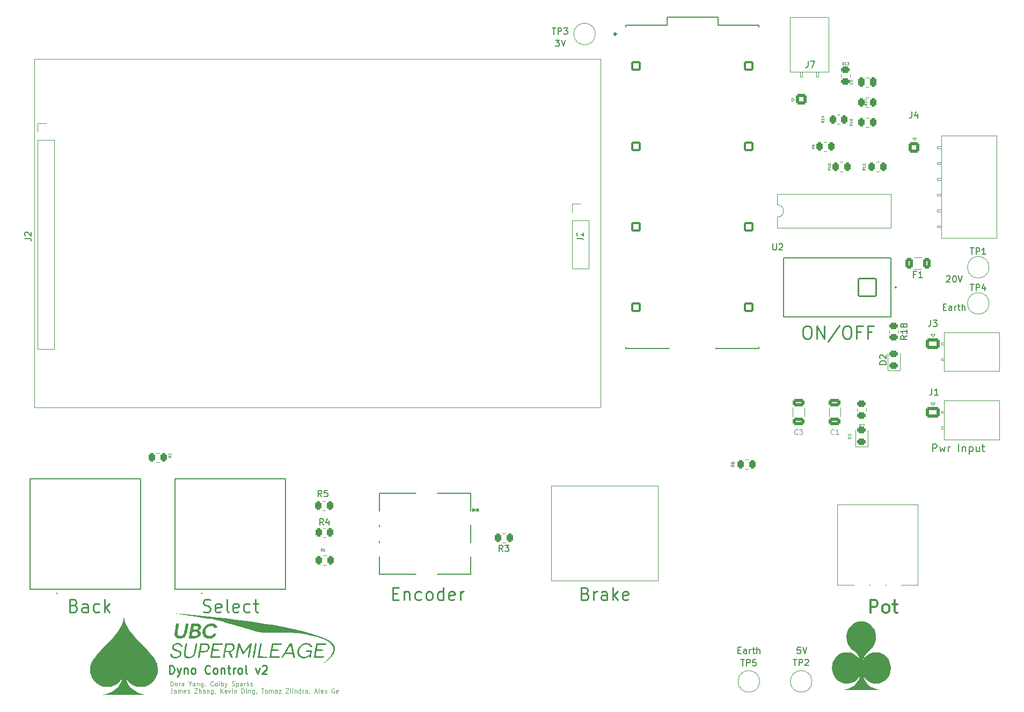
<source format=gto>
%TF.GenerationSoftware,KiCad,Pcbnew,7.0.7*%
%TF.CreationDate,2024-02-03T16:35:20-08:00*%
%TF.ProjectId,Dyno22,44796e6f-3232-42e6-9b69-6361645f7063,rev?*%
%TF.SameCoordinates,Original*%
%TF.FileFunction,Legend,Top*%
%TF.FilePolarity,Positive*%
%FSLAX46Y46*%
G04 Gerber Fmt 4.6, Leading zero omitted, Abs format (unit mm)*
G04 Created by KiCad (PCBNEW 7.0.7) date 2024-02-03 16:35:20*
%MOMM*%
%LPD*%
G01*
G04 APERTURE LIST*
G04 Aperture macros list*
%AMRoundRect*
0 Rectangle with rounded corners*
0 $1 Rounding radius*
0 $2 $3 $4 $5 $6 $7 $8 $9 X,Y pos of 4 corners*
0 Add a 4 corners polygon primitive as box body*
4,1,4,$2,$3,$4,$5,$6,$7,$8,$9,$2,$3,0*
0 Add four circle primitives for the rounded corners*
1,1,$1+$1,$2,$3*
1,1,$1+$1,$4,$5*
1,1,$1+$1,$6,$7*
1,1,$1+$1,$8,$9*
0 Add four rect primitives between the rounded corners*
20,1,$1+$1,$2,$3,$4,$5,0*
20,1,$1+$1,$4,$5,$6,$7,0*
20,1,$1+$1,$6,$7,$8,$9,0*
20,1,$1+$1,$8,$9,$2,$3,0*%
G04 Aperture macros list end*
%ADD10C,0.150000*%
%ADD11C,0.254000*%
%ADD12C,0.300000*%
%ADD13C,0.100000*%
%ADD14C,0.080000*%
%ADD15C,0.250000*%
%ADD16C,0.120000*%
%ADD17C,0.152400*%
%ADD18C,0.127000*%
%ADD19C,0.200000*%
%ADD20RoundRect,0.250000X-0.262500X-0.450000X0.262500X-0.450000X0.262500X0.450000X-0.262500X0.450000X0*%
%ADD21C,3.000000*%
%ADD22C,3.200000*%
%ADD23R,1.700000X1.700000*%
%ADD24O,1.700000X1.700000*%
%ADD25RoundRect,0.250000X-0.250000X-0.475000X0.250000X-0.475000X0.250000X0.475000X-0.250000X0.475000X0*%
%ADD26C,1.700000*%
%ADD27RoundRect,0.250000X-0.600000X-0.600000X0.600000X-0.600000X0.600000X0.600000X-0.600000X0.600000X0*%
%ADD28RoundRect,0.250000X0.262500X0.450000X-0.262500X0.450000X-0.262500X-0.450000X0.262500X-0.450000X0*%
%ADD29RoundRect,0.243750X0.456250X-0.243750X0.456250X0.243750X-0.456250X0.243750X-0.456250X-0.243750X0*%
%ADD30C,1.600200*%
%ADD31C,1.800000*%
%ADD32RoundRect,0.250000X0.600000X-0.600000X0.600000X0.600000X-0.600000X0.600000X-0.600000X-0.600000X0*%
%ADD33RoundRect,0.250000X-0.450000X0.262500X-0.450000X-0.262500X0.450000X-0.262500X0.450000X0.262500X0*%
%ADD34C,1.300000*%
%ADD35C,1.524000*%
%ADD36C,1.600000*%
%ADD37RoundRect,0.200000X-0.600000X-0.600000X0.600000X-0.600000X0.600000X0.600000X-0.600000X0.600000X0*%
%ADD38RoundRect,0.250000X-0.850000X-0.600000X0.850000X-0.600000X0.850000X0.600000X-0.850000X0.600000X0*%
%ADD39O,2.200000X1.700000*%
%ADD40C,1.400000*%
%ADD41C,1.200000*%
%ADD42RoundRect,0.250000X0.450000X-0.262500X0.450000X0.262500X-0.450000X0.262500X-0.450000X-0.262500X0*%
%ADD43RoundRect,0.250000X0.375000X0.625000X-0.375000X0.625000X-0.375000X-0.625000X0.375000X-0.625000X0*%
%ADD44R,1.600000X1.600000*%
%ADD45O,1.600000X1.600000*%
%ADD46RoundRect,0.250000X-0.650000X0.325000X-0.650000X-0.325000X0.650000X-0.325000X0.650000X0.325000X0*%
%ADD47RoundRect,0.102000X1.387500X1.387500X-1.387500X1.387500X-1.387500X-1.387500X1.387500X-1.387500X0*%
%ADD48C,2.979000*%
G04 APERTURE END LIST*
D10*
X152368095Y-36499819D02*
X152987142Y-36499819D01*
X152987142Y-36499819D02*
X152653809Y-36880771D01*
X152653809Y-36880771D02*
X152796666Y-36880771D01*
X152796666Y-36880771D02*
X152891904Y-36928390D01*
X152891904Y-36928390D02*
X152939523Y-36976009D01*
X152939523Y-36976009D02*
X152987142Y-37071247D01*
X152987142Y-37071247D02*
X152987142Y-37309342D01*
X152987142Y-37309342D02*
X152939523Y-37404580D01*
X152939523Y-37404580D02*
X152891904Y-37452200D01*
X152891904Y-37452200D02*
X152796666Y-37499819D01*
X152796666Y-37499819D02*
X152510952Y-37499819D01*
X152510952Y-37499819D02*
X152415714Y-37452200D01*
X152415714Y-37452200D02*
X152368095Y-37404580D01*
X153272857Y-36499819D02*
X153606190Y-37499819D01*
X153606190Y-37499819D02*
X153939523Y-36499819D01*
X191039523Y-132384819D02*
X190563333Y-132384819D01*
X190563333Y-132384819D02*
X190515714Y-132861009D01*
X190515714Y-132861009D02*
X190563333Y-132813390D01*
X190563333Y-132813390D02*
X190658571Y-132765771D01*
X190658571Y-132765771D02*
X190896666Y-132765771D01*
X190896666Y-132765771D02*
X190991904Y-132813390D01*
X190991904Y-132813390D02*
X191039523Y-132861009D01*
X191039523Y-132861009D02*
X191087142Y-132956247D01*
X191087142Y-132956247D02*
X191087142Y-133194342D01*
X191087142Y-133194342D02*
X191039523Y-133289580D01*
X191039523Y-133289580D02*
X190991904Y-133337200D01*
X190991904Y-133337200D02*
X190896666Y-133384819D01*
X190896666Y-133384819D02*
X190658571Y-133384819D01*
X190658571Y-133384819D02*
X190563333Y-133337200D01*
X190563333Y-133337200D02*
X190515714Y-133289580D01*
X191372857Y-132384819D02*
X191706190Y-133384819D01*
X191706190Y-133384819D02*
X192039523Y-132384819D01*
D11*
X157067381Y-123904411D02*
X157353095Y-123999649D01*
X157353095Y-123999649D02*
X157448333Y-124094887D01*
X157448333Y-124094887D02*
X157543571Y-124285363D01*
X157543571Y-124285363D02*
X157543571Y-124571077D01*
X157543571Y-124571077D02*
X157448333Y-124761553D01*
X157448333Y-124761553D02*
X157353095Y-124856792D01*
X157353095Y-124856792D02*
X157162619Y-124952030D01*
X157162619Y-124952030D02*
X156400714Y-124952030D01*
X156400714Y-124952030D02*
X156400714Y-122952030D01*
X156400714Y-122952030D02*
X157067381Y-122952030D01*
X157067381Y-122952030D02*
X157257857Y-123047268D01*
X157257857Y-123047268D02*
X157353095Y-123142506D01*
X157353095Y-123142506D02*
X157448333Y-123332982D01*
X157448333Y-123332982D02*
X157448333Y-123523458D01*
X157448333Y-123523458D02*
X157353095Y-123713934D01*
X157353095Y-123713934D02*
X157257857Y-123809172D01*
X157257857Y-123809172D02*
X157067381Y-123904411D01*
X157067381Y-123904411D02*
X156400714Y-123904411D01*
X158400714Y-124952030D02*
X158400714Y-123618696D01*
X158400714Y-123999649D02*
X158495952Y-123809172D01*
X158495952Y-123809172D02*
X158591190Y-123713934D01*
X158591190Y-123713934D02*
X158781666Y-123618696D01*
X158781666Y-123618696D02*
X158972143Y-123618696D01*
X160495952Y-124952030D02*
X160495952Y-123904411D01*
X160495952Y-123904411D02*
X160400714Y-123713934D01*
X160400714Y-123713934D02*
X160210238Y-123618696D01*
X160210238Y-123618696D02*
X159829285Y-123618696D01*
X159829285Y-123618696D02*
X159638809Y-123713934D01*
X160495952Y-124856792D02*
X160305476Y-124952030D01*
X160305476Y-124952030D02*
X159829285Y-124952030D01*
X159829285Y-124952030D02*
X159638809Y-124856792D01*
X159638809Y-124856792D02*
X159543571Y-124666315D01*
X159543571Y-124666315D02*
X159543571Y-124475839D01*
X159543571Y-124475839D02*
X159638809Y-124285363D01*
X159638809Y-124285363D02*
X159829285Y-124190125D01*
X159829285Y-124190125D02*
X160305476Y-124190125D01*
X160305476Y-124190125D02*
X160495952Y-124094887D01*
X161448333Y-124952030D02*
X161448333Y-122952030D01*
X161638809Y-124190125D02*
X162210238Y-124952030D01*
X162210238Y-123618696D02*
X161448333Y-124380601D01*
X163829286Y-124856792D02*
X163638810Y-124952030D01*
X163638810Y-124952030D02*
X163257857Y-124952030D01*
X163257857Y-124952030D02*
X163067381Y-124856792D01*
X163067381Y-124856792D02*
X162972143Y-124666315D01*
X162972143Y-124666315D02*
X162972143Y-123904411D01*
X162972143Y-123904411D02*
X163067381Y-123713934D01*
X163067381Y-123713934D02*
X163257857Y-123618696D01*
X163257857Y-123618696D02*
X163638810Y-123618696D01*
X163638810Y-123618696D02*
X163829286Y-123713934D01*
X163829286Y-123713934D02*
X163924524Y-123904411D01*
X163924524Y-123904411D02*
X163924524Y-124094887D01*
X163924524Y-124094887D02*
X162972143Y-124285363D01*
D12*
X202063558Y-126954638D02*
X202063558Y-124954638D01*
X202063558Y-124954638D02*
X202825463Y-124954638D01*
X202825463Y-124954638D02*
X203015939Y-125049876D01*
X203015939Y-125049876D02*
X203111177Y-125145114D01*
X203111177Y-125145114D02*
X203206415Y-125335590D01*
X203206415Y-125335590D02*
X203206415Y-125621304D01*
X203206415Y-125621304D02*
X203111177Y-125811780D01*
X203111177Y-125811780D02*
X203015939Y-125907019D01*
X203015939Y-125907019D02*
X202825463Y-126002257D01*
X202825463Y-126002257D02*
X202063558Y-126002257D01*
X204349272Y-126954638D02*
X204158796Y-126859400D01*
X204158796Y-126859400D02*
X204063558Y-126764161D01*
X204063558Y-126764161D02*
X203968320Y-126573685D01*
X203968320Y-126573685D02*
X203968320Y-126002257D01*
X203968320Y-126002257D02*
X204063558Y-125811780D01*
X204063558Y-125811780D02*
X204158796Y-125716542D01*
X204158796Y-125716542D02*
X204349272Y-125621304D01*
X204349272Y-125621304D02*
X204634987Y-125621304D01*
X204634987Y-125621304D02*
X204825463Y-125716542D01*
X204825463Y-125716542D02*
X204920701Y-125811780D01*
X204920701Y-125811780D02*
X205015939Y-126002257D01*
X205015939Y-126002257D02*
X205015939Y-126573685D01*
X205015939Y-126573685D02*
X204920701Y-126764161D01*
X204920701Y-126764161D02*
X204825463Y-126859400D01*
X204825463Y-126859400D02*
X204634987Y-126954638D01*
X204634987Y-126954638D02*
X204349272Y-126954638D01*
X205587368Y-125621304D02*
X206349272Y-125621304D01*
X205873082Y-124954638D02*
X205873082Y-126668923D01*
X205873082Y-126668923D02*
X205968320Y-126859400D01*
X205968320Y-126859400D02*
X206158796Y-126954638D01*
X206158796Y-126954638D02*
X206349272Y-126954638D01*
D10*
X213550714Y-78671009D02*
X213884047Y-78671009D01*
X214026904Y-79194819D02*
X213550714Y-79194819D01*
X213550714Y-79194819D02*
X213550714Y-78194819D01*
X213550714Y-78194819D02*
X214026904Y-78194819D01*
X214884047Y-79194819D02*
X214884047Y-78671009D01*
X214884047Y-78671009D02*
X214836428Y-78575771D01*
X214836428Y-78575771D02*
X214741190Y-78528152D01*
X214741190Y-78528152D02*
X214550714Y-78528152D01*
X214550714Y-78528152D02*
X214455476Y-78575771D01*
X214884047Y-79147200D02*
X214788809Y-79194819D01*
X214788809Y-79194819D02*
X214550714Y-79194819D01*
X214550714Y-79194819D02*
X214455476Y-79147200D01*
X214455476Y-79147200D02*
X214407857Y-79051961D01*
X214407857Y-79051961D02*
X214407857Y-78956723D01*
X214407857Y-78956723D02*
X214455476Y-78861485D01*
X214455476Y-78861485D02*
X214550714Y-78813866D01*
X214550714Y-78813866D02*
X214788809Y-78813866D01*
X214788809Y-78813866D02*
X214884047Y-78766247D01*
X215360238Y-79194819D02*
X215360238Y-78528152D01*
X215360238Y-78718628D02*
X215407857Y-78623390D01*
X215407857Y-78623390D02*
X215455476Y-78575771D01*
X215455476Y-78575771D02*
X215550714Y-78528152D01*
X215550714Y-78528152D02*
X215645952Y-78528152D01*
X215836429Y-78528152D02*
X216217381Y-78528152D01*
X215979286Y-78194819D02*
X215979286Y-79051961D01*
X215979286Y-79051961D02*
X216026905Y-79147200D01*
X216026905Y-79147200D02*
X216122143Y-79194819D01*
X216122143Y-79194819D02*
X216217381Y-79194819D01*
X216550715Y-79194819D02*
X216550715Y-78194819D01*
X216979286Y-79194819D02*
X216979286Y-78671009D01*
X216979286Y-78671009D02*
X216931667Y-78575771D01*
X216931667Y-78575771D02*
X216836429Y-78528152D01*
X216836429Y-78528152D02*
X216693572Y-78528152D01*
X216693572Y-78528152D02*
X216598334Y-78575771D01*
X216598334Y-78575771D02*
X216550715Y-78623390D01*
X211871429Y-101512342D02*
X211871429Y-100312342D01*
X211871429Y-100312342D02*
X212328572Y-100312342D01*
X212328572Y-100312342D02*
X212442857Y-100369485D01*
X212442857Y-100369485D02*
X212500000Y-100426628D01*
X212500000Y-100426628D02*
X212557143Y-100540914D01*
X212557143Y-100540914D02*
X212557143Y-100712342D01*
X212557143Y-100712342D02*
X212500000Y-100826628D01*
X212500000Y-100826628D02*
X212442857Y-100883771D01*
X212442857Y-100883771D02*
X212328572Y-100940914D01*
X212328572Y-100940914D02*
X211871429Y-100940914D01*
X212957143Y-100712342D02*
X213185715Y-101512342D01*
X213185715Y-101512342D02*
X213414286Y-100940914D01*
X213414286Y-100940914D02*
X213642857Y-101512342D01*
X213642857Y-101512342D02*
X213871429Y-100712342D01*
X214328572Y-101512342D02*
X214328572Y-100712342D01*
X214328572Y-100940914D02*
X214385715Y-100826628D01*
X214385715Y-100826628D02*
X214442858Y-100769485D01*
X214442858Y-100769485D02*
X214557143Y-100712342D01*
X214557143Y-100712342D02*
X214671429Y-100712342D01*
X215985715Y-101512342D02*
X215985715Y-100312342D01*
X216557144Y-100712342D02*
X216557144Y-101512342D01*
X216557144Y-100826628D02*
X216614287Y-100769485D01*
X216614287Y-100769485D02*
X216728572Y-100712342D01*
X216728572Y-100712342D02*
X216900001Y-100712342D01*
X216900001Y-100712342D02*
X217014287Y-100769485D01*
X217014287Y-100769485D02*
X217071430Y-100883771D01*
X217071430Y-100883771D02*
X217071430Y-101512342D01*
X217642858Y-100712342D02*
X217642858Y-101912342D01*
X217642858Y-100769485D02*
X217757144Y-100712342D01*
X217757144Y-100712342D02*
X217985715Y-100712342D01*
X217985715Y-100712342D02*
X218100001Y-100769485D01*
X218100001Y-100769485D02*
X218157144Y-100826628D01*
X218157144Y-100826628D02*
X218214286Y-100940914D01*
X218214286Y-100940914D02*
X218214286Y-101283771D01*
X218214286Y-101283771D02*
X218157144Y-101398057D01*
X218157144Y-101398057D02*
X218100001Y-101455200D01*
X218100001Y-101455200D02*
X217985715Y-101512342D01*
X217985715Y-101512342D02*
X217757144Y-101512342D01*
X217757144Y-101512342D02*
X217642858Y-101455200D01*
X219242858Y-100712342D02*
X219242858Y-101512342D01*
X218728572Y-100712342D02*
X218728572Y-101340914D01*
X218728572Y-101340914D02*
X218785715Y-101455200D01*
X218785715Y-101455200D02*
X218900000Y-101512342D01*
X218900000Y-101512342D02*
X219071429Y-101512342D01*
X219071429Y-101512342D02*
X219185715Y-101455200D01*
X219185715Y-101455200D02*
X219242858Y-101398057D01*
X219642857Y-100712342D02*
X220100000Y-100712342D01*
X219814286Y-100312342D02*
X219814286Y-101340914D01*
X219814286Y-101340914D02*
X219871429Y-101455200D01*
X219871429Y-101455200D02*
X219985714Y-101512342D01*
X219985714Y-101512342D02*
X220100000Y-101512342D01*
X214074524Y-73845057D02*
X214122143Y-73797438D01*
X214122143Y-73797438D02*
X214217381Y-73749819D01*
X214217381Y-73749819D02*
X214455476Y-73749819D01*
X214455476Y-73749819D02*
X214550714Y-73797438D01*
X214550714Y-73797438D02*
X214598333Y-73845057D01*
X214598333Y-73845057D02*
X214645952Y-73940295D01*
X214645952Y-73940295D02*
X214645952Y-74035533D01*
X214645952Y-74035533D02*
X214598333Y-74178390D01*
X214598333Y-74178390D02*
X214026905Y-74749819D01*
X214026905Y-74749819D02*
X214645952Y-74749819D01*
X215265000Y-73749819D02*
X215360238Y-73749819D01*
X215360238Y-73749819D02*
X215455476Y-73797438D01*
X215455476Y-73797438D02*
X215503095Y-73845057D01*
X215503095Y-73845057D02*
X215550714Y-73940295D01*
X215550714Y-73940295D02*
X215598333Y-74130771D01*
X215598333Y-74130771D02*
X215598333Y-74368866D01*
X215598333Y-74368866D02*
X215550714Y-74559342D01*
X215550714Y-74559342D02*
X215503095Y-74654580D01*
X215503095Y-74654580D02*
X215455476Y-74702200D01*
X215455476Y-74702200D02*
X215360238Y-74749819D01*
X215360238Y-74749819D02*
X215265000Y-74749819D01*
X215265000Y-74749819D02*
X215169762Y-74702200D01*
X215169762Y-74702200D02*
X215122143Y-74654580D01*
X215122143Y-74654580D02*
X215074524Y-74559342D01*
X215074524Y-74559342D02*
X215026905Y-74368866D01*
X215026905Y-74368866D02*
X215026905Y-74130771D01*
X215026905Y-74130771D02*
X215074524Y-73940295D01*
X215074524Y-73940295D02*
X215122143Y-73845057D01*
X215122143Y-73845057D02*
X215169762Y-73797438D01*
X215169762Y-73797438D02*
X215265000Y-73749819D01*
X215884048Y-73749819D02*
X216217381Y-74749819D01*
X216217381Y-74749819D02*
X216550714Y-73749819D01*
X181165714Y-132861009D02*
X181499047Y-132861009D01*
X181641904Y-133384819D02*
X181165714Y-133384819D01*
X181165714Y-133384819D02*
X181165714Y-132384819D01*
X181165714Y-132384819D02*
X181641904Y-132384819D01*
X182499047Y-133384819D02*
X182499047Y-132861009D01*
X182499047Y-132861009D02*
X182451428Y-132765771D01*
X182451428Y-132765771D02*
X182356190Y-132718152D01*
X182356190Y-132718152D02*
X182165714Y-132718152D01*
X182165714Y-132718152D02*
X182070476Y-132765771D01*
X182499047Y-133337200D02*
X182403809Y-133384819D01*
X182403809Y-133384819D02*
X182165714Y-133384819D01*
X182165714Y-133384819D02*
X182070476Y-133337200D01*
X182070476Y-133337200D02*
X182022857Y-133241961D01*
X182022857Y-133241961D02*
X182022857Y-133146723D01*
X182022857Y-133146723D02*
X182070476Y-133051485D01*
X182070476Y-133051485D02*
X182165714Y-133003866D01*
X182165714Y-133003866D02*
X182403809Y-133003866D01*
X182403809Y-133003866D02*
X182499047Y-132956247D01*
X182975238Y-133384819D02*
X182975238Y-132718152D01*
X182975238Y-132908628D02*
X183022857Y-132813390D01*
X183022857Y-132813390D02*
X183070476Y-132765771D01*
X183070476Y-132765771D02*
X183165714Y-132718152D01*
X183165714Y-132718152D02*
X183260952Y-132718152D01*
X183451429Y-132718152D02*
X183832381Y-132718152D01*
X183594286Y-132384819D02*
X183594286Y-133241961D01*
X183594286Y-133241961D02*
X183641905Y-133337200D01*
X183641905Y-133337200D02*
X183737143Y-133384819D01*
X183737143Y-133384819D02*
X183832381Y-133384819D01*
X184165715Y-133384819D02*
X184165715Y-132384819D01*
X184594286Y-133384819D02*
X184594286Y-132861009D01*
X184594286Y-132861009D02*
X184546667Y-132765771D01*
X184546667Y-132765771D02*
X184451429Y-132718152D01*
X184451429Y-132718152D02*
X184308572Y-132718152D01*
X184308572Y-132718152D02*
X184213334Y-132765771D01*
X184213334Y-132765771D02*
X184165715Y-132813390D01*
D13*
X91672455Y-138497924D02*
X91672455Y-137797924D01*
X91672455Y-137797924D02*
X91839122Y-137797924D01*
X91839122Y-137797924D02*
X91939122Y-137831257D01*
X91939122Y-137831257D02*
X92005789Y-137897924D01*
X92005789Y-137897924D02*
X92039122Y-137964591D01*
X92039122Y-137964591D02*
X92072455Y-138097924D01*
X92072455Y-138097924D02*
X92072455Y-138197924D01*
X92072455Y-138197924D02*
X92039122Y-138331257D01*
X92039122Y-138331257D02*
X92005789Y-138397924D01*
X92005789Y-138397924D02*
X91939122Y-138464591D01*
X91939122Y-138464591D02*
X91839122Y-138497924D01*
X91839122Y-138497924D02*
X91672455Y-138497924D01*
X92472455Y-138497924D02*
X92405789Y-138464591D01*
X92405789Y-138464591D02*
X92372455Y-138431257D01*
X92372455Y-138431257D02*
X92339122Y-138364591D01*
X92339122Y-138364591D02*
X92339122Y-138164591D01*
X92339122Y-138164591D02*
X92372455Y-138097924D01*
X92372455Y-138097924D02*
X92405789Y-138064591D01*
X92405789Y-138064591D02*
X92472455Y-138031257D01*
X92472455Y-138031257D02*
X92572455Y-138031257D01*
X92572455Y-138031257D02*
X92639122Y-138064591D01*
X92639122Y-138064591D02*
X92672455Y-138097924D01*
X92672455Y-138097924D02*
X92705789Y-138164591D01*
X92705789Y-138164591D02*
X92705789Y-138364591D01*
X92705789Y-138364591D02*
X92672455Y-138431257D01*
X92672455Y-138431257D02*
X92639122Y-138464591D01*
X92639122Y-138464591D02*
X92572455Y-138497924D01*
X92572455Y-138497924D02*
X92472455Y-138497924D01*
X93005788Y-138497924D02*
X93005788Y-138031257D01*
X93005788Y-138164591D02*
X93039122Y-138097924D01*
X93039122Y-138097924D02*
X93072455Y-138064591D01*
X93072455Y-138064591D02*
X93139122Y-138031257D01*
X93139122Y-138031257D02*
X93205788Y-138031257D01*
X93739121Y-138497924D02*
X93739121Y-138131257D01*
X93739121Y-138131257D02*
X93705788Y-138064591D01*
X93705788Y-138064591D02*
X93639121Y-138031257D01*
X93639121Y-138031257D02*
X93505788Y-138031257D01*
X93505788Y-138031257D02*
X93439121Y-138064591D01*
X93739121Y-138464591D02*
X93672455Y-138497924D01*
X93672455Y-138497924D02*
X93505788Y-138497924D01*
X93505788Y-138497924D02*
X93439121Y-138464591D01*
X93439121Y-138464591D02*
X93405788Y-138397924D01*
X93405788Y-138397924D02*
X93405788Y-138331257D01*
X93405788Y-138331257D02*
X93439121Y-138264591D01*
X93439121Y-138264591D02*
X93505788Y-138231257D01*
X93505788Y-138231257D02*
X93672455Y-138231257D01*
X93672455Y-138231257D02*
X93739121Y-138197924D01*
X94739121Y-138164591D02*
X94739121Y-138497924D01*
X94505787Y-137797924D02*
X94739121Y-138164591D01*
X94739121Y-138164591D02*
X94972454Y-137797924D01*
X95505787Y-138497924D02*
X95505787Y-138131257D01*
X95505787Y-138131257D02*
X95472454Y-138064591D01*
X95472454Y-138064591D02*
X95405787Y-138031257D01*
X95405787Y-138031257D02*
X95272454Y-138031257D01*
X95272454Y-138031257D02*
X95205787Y-138064591D01*
X95505787Y-138464591D02*
X95439121Y-138497924D01*
X95439121Y-138497924D02*
X95272454Y-138497924D01*
X95272454Y-138497924D02*
X95205787Y-138464591D01*
X95205787Y-138464591D02*
X95172454Y-138397924D01*
X95172454Y-138397924D02*
X95172454Y-138331257D01*
X95172454Y-138331257D02*
X95205787Y-138264591D01*
X95205787Y-138264591D02*
X95272454Y-138231257D01*
X95272454Y-138231257D02*
X95439121Y-138231257D01*
X95439121Y-138231257D02*
X95505787Y-138197924D01*
X95839120Y-138031257D02*
X95839120Y-138497924D01*
X95839120Y-138097924D02*
X95872454Y-138064591D01*
X95872454Y-138064591D02*
X95939120Y-138031257D01*
X95939120Y-138031257D02*
X96039120Y-138031257D01*
X96039120Y-138031257D02*
X96105787Y-138064591D01*
X96105787Y-138064591D02*
X96139120Y-138131257D01*
X96139120Y-138131257D02*
X96139120Y-138497924D01*
X96772453Y-138031257D02*
X96772453Y-138597924D01*
X96772453Y-138597924D02*
X96739120Y-138664591D01*
X96739120Y-138664591D02*
X96705787Y-138697924D01*
X96705787Y-138697924D02*
X96639120Y-138731257D01*
X96639120Y-138731257D02*
X96539120Y-138731257D01*
X96539120Y-138731257D02*
X96472453Y-138697924D01*
X96772453Y-138464591D02*
X96705787Y-138497924D01*
X96705787Y-138497924D02*
X96572453Y-138497924D01*
X96572453Y-138497924D02*
X96505787Y-138464591D01*
X96505787Y-138464591D02*
X96472453Y-138431257D01*
X96472453Y-138431257D02*
X96439120Y-138364591D01*
X96439120Y-138364591D02*
X96439120Y-138164591D01*
X96439120Y-138164591D02*
X96472453Y-138097924D01*
X96472453Y-138097924D02*
X96505787Y-138064591D01*
X96505787Y-138064591D02*
X96572453Y-138031257D01*
X96572453Y-138031257D02*
X96705787Y-138031257D01*
X96705787Y-138031257D02*
X96772453Y-138064591D01*
X97139120Y-138464591D02*
X97139120Y-138497924D01*
X97139120Y-138497924D02*
X97105786Y-138564591D01*
X97105786Y-138564591D02*
X97072453Y-138597924D01*
X98372452Y-138431257D02*
X98339119Y-138464591D01*
X98339119Y-138464591D02*
X98239119Y-138497924D01*
X98239119Y-138497924D02*
X98172452Y-138497924D01*
X98172452Y-138497924D02*
X98072452Y-138464591D01*
X98072452Y-138464591D02*
X98005786Y-138397924D01*
X98005786Y-138397924D02*
X97972452Y-138331257D01*
X97972452Y-138331257D02*
X97939119Y-138197924D01*
X97939119Y-138197924D02*
X97939119Y-138097924D01*
X97939119Y-138097924D02*
X97972452Y-137964591D01*
X97972452Y-137964591D02*
X98005786Y-137897924D01*
X98005786Y-137897924D02*
X98072452Y-137831257D01*
X98072452Y-137831257D02*
X98172452Y-137797924D01*
X98172452Y-137797924D02*
X98239119Y-137797924D01*
X98239119Y-137797924D02*
X98339119Y-137831257D01*
X98339119Y-137831257D02*
X98372452Y-137864591D01*
X98772452Y-138497924D02*
X98705786Y-138464591D01*
X98705786Y-138464591D02*
X98672452Y-138431257D01*
X98672452Y-138431257D02*
X98639119Y-138364591D01*
X98639119Y-138364591D02*
X98639119Y-138164591D01*
X98639119Y-138164591D02*
X98672452Y-138097924D01*
X98672452Y-138097924D02*
X98705786Y-138064591D01*
X98705786Y-138064591D02*
X98772452Y-138031257D01*
X98772452Y-138031257D02*
X98872452Y-138031257D01*
X98872452Y-138031257D02*
X98939119Y-138064591D01*
X98939119Y-138064591D02*
X98972452Y-138097924D01*
X98972452Y-138097924D02*
X99005786Y-138164591D01*
X99005786Y-138164591D02*
X99005786Y-138364591D01*
X99005786Y-138364591D02*
X98972452Y-138431257D01*
X98972452Y-138431257D02*
X98939119Y-138464591D01*
X98939119Y-138464591D02*
X98872452Y-138497924D01*
X98872452Y-138497924D02*
X98772452Y-138497924D01*
X99405785Y-138497924D02*
X99339119Y-138464591D01*
X99339119Y-138464591D02*
X99305785Y-138397924D01*
X99305785Y-138397924D02*
X99305785Y-137797924D01*
X99672452Y-138497924D02*
X99672452Y-137797924D01*
X99672452Y-138064591D02*
X99739119Y-138031257D01*
X99739119Y-138031257D02*
X99872452Y-138031257D01*
X99872452Y-138031257D02*
X99939119Y-138064591D01*
X99939119Y-138064591D02*
X99972452Y-138097924D01*
X99972452Y-138097924D02*
X100005786Y-138164591D01*
X100005786Y-138164591D02*
X100005786Y-138364591D01*
X100005786Y-138364591D02*
X99972452Y-138431257D01*
X99972452Y-138431257D02*
X99939119Y-138464591D01*
X99939119Y-138464591D02*
X99872452Y-138497924D01*
X99872452Y-138497924D02*
X99739119Y-138497924D01*
X99739119Y-138497924D02*
X99672452Y-138464591D01*
X100239119Y-138031257D02*
X100405785Y-138497924D01*
X100572452Y-138031257D02*
X100405785Y-138497924D01*
X100405785Y-138497924D02*
X100339119Y-138664591D01*
X100339119Y-138664591D02*
X100305785Y-138697924D01*
X100305785Y-138697924D02*
X100239119Y-138731257D01*
X101339118Y-138464591D02*
X101439118Y-138497924D01*
X101439118Y-138497924D02*
X101605785Y-138497924D01*
X101605785Y-138497924D02*
X101672451Y-138464591D01*
X101672451Y-138464591D02*
X101705785Y-138431257D01*
X101705785Y-138431257D02*
X101739118Y-138364591D01*
X101739118Y-138364591D02*
X101739118Y-138297924D01*
X101739118Y-138297924D02*
X101705785Y-138231257D01*
X101705785Y-138231257D02*
X101672451Y-138197924D01*
X101672451Y-138197924D02*
X101605785Y-138164591D01*
X101605785Y-138164591D02*
X101472451Y-138131257D01*
X101472451Y-138131257D02*
X101405785Y-138097924D01*
X101405785Y-138097924D02*
X101372451Y-138064591D01*
X101372451Y-138064591D02*
X101339118Y-137997924D01*
X101339118Y-137997924D02*
X101339118Y-137931257D01*
X101339118Y-137931257D02*
X101372451Y-137864591D01*
X101372451Y-137864591D02*
X101405785Y-137831257D01*
X101405785Y-137831257D02*
X101472451Y-137797924D01*
X101472451Y-137797924D02*
X101639118Y-137797924D01*
X101639118Y-137797924D02*
X101739118Y-137831257D01*
X102039118Y-138031257D02*
X102039118Y-138731257D01*
X102039118Y-138064591D02*
X102105785Y-138031257D01*
X102105785Y-138031257D02*
X102239118Y-138031257D01*
X102239118Y-138031257D02*
X102305785Y-138064591D01*
X102305785Y-138064591D02*
X102339118Y-138097924D01*
X102339118Y-138097924D02*
X102372452Y-138164591D01*
X102372452Y-138164591D02*
X102372452Y-138364591D01*
X102372452Y-138364591D02*
X102339118Y-138431257D01*
X102339118Y-138431257D02*
X102305785Y-138464591D01*
X102305785Y-138464591D02*
X102239118Y-138497924D01*
X102239118Y-138497924D02*
X102105785Y-138497924D01*
X102105785Y-138497924D02*
X102039118Y-138464591D01*
X102972451Y-138497924D02*
X102972451Y-138131257D01*
X102972451Y-138131257D02*
X102939118Y-138064591D01*
X102939118Y-138064591D02*
X102872451Y-138031257D01*
X102872451Y-138031257D02*
X102739118Y-138031257D01*
X102739118Y-138031257D02*
X102672451Y-138064591D01*
X102972451Y-138464591D02*
X102905785Y-138497924D01*
X102905785Y-138497924D02*
X102739118Y-138497924D01*
X102739118Y-138497924D02*
X102672451Y-138464591D01*
X102672451Y-138464591D02*
X102639118Y-138397924D01*
X102639118Y-138397924D02*
X102639118Y-138331257D01*
X102639118Y-138331257D02*
X102672451Y-138264591D01*
X102672451Y-138264591D02*
X102739118Y-138231257D01*
X102739118Y-138231257D02*
X102905785Y-138231257D01*
X102905785Y-138231257D02*
X102972451Y-138197924D01*
X103305784Y-138497924D02*
X103305784Y-138031257D01*
X103305784Y-138164591D02*
X103339118Y-138097924D01*
X103339118Y-138097924D02*
X103372451Y-138064591D01*
X103372451Y-138064591D02*
X103439118Y-138031257D01*
X103439118Y-138031257D02*
X103505784Y-138031257D01*
X103739117Y-138497924D02*
X103739117Y-137797924D01*
X103805784Y-138231257D02*
X104005784Y-138497924D01*
X104005784Y-138031257D02*
X103739117Y-138297924D01*
X104272451Y-138464591D02*
X104339118Y-138497924D01*
X104339118Y-138497924D02*
X104472451Y-138497924D01*
X104472451Y-138497924D02*
X104539118Y-138464591D01*
X104539118Y-138464591D02*
X104572451Y-138397924D01*
X104572451Y-138397924D02*
X104572451Y-138364591D01*
X104572451Y-138364591D02*
X104539118Y-138297924D01*
X104539118Y-138297924D02*
X104472451Y-138264591D01*
X104472451Y-138264591D02*
X104372451Y-138264591D01*
X104372451Y-138264591D02*
X104305784Y-138231257D01*
X104305784Y-138231257D02*
X104272451Y-138164591D01*
X104272451Y-138164591D02*
X104272451Y-138131257D01*
X104272451Y-138131257D02*
X104305784Y-138064591D01*
X104305784Y-138064591D02*
X104372451Y-138031257D01*
X104372451Y-138031257D02*
X104472451Y-138031257D01*
X104472451Y-138031257D02*
X104539118Y-138064591D01*
X91872455Y-138924924D02*
X91872455Y-139424924D01*
X91872455Y-139424924D02*
X91839122Y-139524924D01*
X91839122Y-139524924D02*
X91772455Y-139591591D01*
X91772455Y-139591591D02*
X91672455Y-139624924D01*
X91672455Y-139624924D02*
X91605789Y-139624924D01*
X92505788Y-139624924D02*
X92505788Y-139258257D01*
X92505788Y-139258257D02*
X92472455Y-139191591D01*
X92472455Y-139191591D02*
X92405788Y-139158257D01*
X92405788Y-139158257D02*
X92272455Y-139158257D01*
X92272455Y-139158257D02*
X92205788Y-139191591D01*
X92505788Y-139591591D02*
X92439122Y-139624924D01*
X92439122Y-139624924D02*
X92272455Y-139624924D01*
X92272455Y-139624924D02*
X92205788Y-139591591D01*
X92205788Y-139591591D02*
X92172455Y-139524924D01*
X92172455Y-139524924D02*
X92172455Y-139458257D01*
X92172455Y-139458257D02*
X92205788Y-139391591D01*
X92205788Y-139391591D02*
X92272455Y-139358257D01*
X92272455Y-139358257D02*
X92439122Y-139358257D01*
X92439122Y-139358257D02*
X92505788Y-139324924D01*
X92839121Y-139624924D02*
X92839121Y-139158257D01*
X92839121Y-139224924D02*
X92872455Y-139191591D01*
X92872455Y-139191591D02*
X92939121Y-139158257D01*
X92939121Y-139158257D02*
X93039121Y-139158257D01*
X93039121Y-139158257D02*
X93105788Y-139191591D01*
X93105788Y-139191591D02*
X93139121Y-139258257D01*
X93139121Y-139258257D02*
X93139121Y-139624924D01*
X93139121Y-139258257D02*
X93172455Y-139191591D01*
X93172455Y-139191591D02*
X93239121Y-139158257D01*
X93239121Y-139158257D02*
X93339121Y-139158257D01*
X93339121Y-139158257D02*
X93405788Y-139191591D01*
X93405788Y-139191591D02*
X93439121Y-139258257D01*
X93439121Y-139258257D02*
X93439121Y-139624924D01*
X94039121Y-139591591D02*
X93972454Y-139624924D01*
X93972454Y-139624924D02*
X93839121Y-139624924D01*
X93839121Y-139624924D02*
X93772454Y-139591591D01*
X93772454Y-139591591D02*
X93739121Y-139524924D01*
X93739121Y-139524924D02*
X93739121Y-139258257D01*
X93739121Y-139258257D02*
X93772454Y-139191591D01*
X93772454Y-139191591D02*
X93839121Y-139158257D01*
X93839121Y-139158257D02*
X93972454Y-139158257D01*
X93972454Y-139158257D02*
X94039121Y-139191591D01*
X94039121Y-139191591D02*
X94072454Y-139258257D01*
X94072454Y-139258257D02*
X94072454Y-139324924D01*
X94072454Y-139324924D02*
X93739121Y-139391591D01*
X94339121Y-139591591D02*
X94405788Y-139624924D01*
X94405788Y-139624924D02*
X94539121Y-139624924D01*
X94539121Y-139624924D02*
X94605788Y-139591591D01*
X94605788Y-139591591D02*
X94639121Y-139524924D01*
X94639121Y-139524924D02*
X94639121Y-139491591D01*
X94639121Y-139491591D02*
X94605788Y-139424924D01*
X94605788Y-139424924D02*
X94539121Y-139391591D01*
X94539121Y-139391591D02*
X94439121Y-139391591D01*
X94439121Y-139391591D02*
X94372454Y-139358257D01*
X94372454Y-139358257D02*
X94339121Y-139291591D01*
X94339121Y-139291591D02*
X94339121Y-139258257D01*
X94339121Y-139258257D02*
X94372454Y-139191591D01*
X94372454Y-139191591D02*
X94439121Y-139158257D01*
X94439121Y-139158257D02*
X94539121Y-139158257D01*
X94539121Y-139158257D02*
X94605788Y-139191591D01*
X95405788Y-138924924D02*
X95872454Y-138924924D01*
X95872454Y-138924924D02*
X95405788Y-139624924D01*
X95405788Y-139624924D02*
X95872454Y-139624924D01*
X96139121Y-139624924D02*
X96139121Y-138924924D01*
X96439121Y-139624924D02*
X96439121Y-139258257D01*
X96439121Y-139258257D02*
X96405788Y-139191591D01*
X96405788Y-139191591D02*
X96339121Y-139158257D01*
X96339121Y-139158257D02*
X96239121Y-139158257D01*
X96239121Y-139158257D02*
X96172455Y-139191591D01*
X96172455Y-139191591D02*
X96139121Y-139224924D01*
X97072454Y-139624924D02*
X97072454Y-139258257D01*
X97072454Y-139258257D02*
X97039121Y-139191591D01*
X97039121Y-139191591D02*
X96972454Y-139158257D01*
X96972454Y-139158257D02*
X96839121Y-139158257D01*
X96839121Y-139158257D02*
X96772454Y-139191591D01*
X97072454Y-139591591D02*
X97005788Y-139624924D01*
X97005788Y-139624924D02*
X96839121Y-139624924D01*
X96839121Y-139624924D02*
X96772454Y-139591591D01*
X96772454Y-139591591D02*
X96739121Y-139524924D01*
X96739121Y-139524924D02*
X96739121Y-139458257D01*
X96739121Y-139458257D02*
X96772454Y-139391591D01*
X96772454Y-139391591D02*
X96839121Y-139358257D01*
X96839121Y-139358257D02*
X97005788Y-139358257D01*
X97005788Y-139358257D02*
X97072454Y-139324924D01*
X97405787Y-139158257D02*
X97405787Y-139624924D01*
X97405787Y-139224924D02*
X97439121Y-139191591D01*
X97439121Y-139191591D02*
X97505787Y-139158257D01*
X97505787Y-139158257D02*
X97605787Y-139158257D01*
X97605787Y-139158257D02*
X97672454Y-139191591D01*
X97672454Y-139191591D02*
X97705787Y-139258257D01*
X97705787Y-139258257D02*
X97705787Y-139624924D01*
X98339120Y-139158257D02*
X98339120Y-139724924D01*
X98339120Y-139724924D02*
X98305787Y-139791591D01*
X98305787Y-139791591D02*
X98272454Y-139824924D01*
X98272454Y-139824924D02*
X98205787Y-139858257D01*
X98205787Y-139858257D02*
X98105787Y-139858257D01*
X98105787Y-139858257D02*
X98039120Y-139824924D01*
X98339120Y-139591591D02*
X98272454Y-139624924D01*
X98272454Y-139624924D02*
X98139120Y-139624924D01*
X98139120Y-139624924D02*
X98072454Y-139591591D01*
X98072454Y-139591591D02*
X98039120Y-139558257D01*
X98039120Y-139558257D02*
X98005787Y-139491591D01*
X98005787Y-139491591D02*
X98005787Y-139291591D01*
X98005787Y-139291591D02*
X98039120Y-139224924D01*
X98039120Y-139224924D02*
X98072454Y-139191591D01*
X98072454Y-139191591D02*
X98139120Y-139158257D01*
X98139120Y-139158257D02*
X98272454Y-139158257D01*
X98272454Y-139158257D02*
X98339120Y-139191591D01*
X98705787Y-139591591D02*
X98705787Y-139624924D01*
X98705787Y-139624924D02*
X98672453Y-139691591D01*
X98672453Y-139691591D02*
X98639120Y-139724924D01*
X99539119Y-139624924D02*
X99539119Y-138924924D01*
X99939119Y-139624924D02*
X99639119Y-139224924D01*
X99939119Y-138924924D02*
X99539119Y-139324924D01*
X100505786Y-139591591D02*
X100439119Y-139624924D01*
X100439119Y-139624924D02*
X100305786Y-139624924D01*
X100305786Y-139624924D02*
X100239119Y-139591591D01*
X100239119Y-139591591D02*
X100205786Y-139524924D01*
X100205786Y-139524924D02*
X100205786Y-139258257D01*
X100205786Y-139258257D02*
X100239119Y-139191591D01*
X100239119Y-139191591D02*
X100305786Y-139158257D01*
X100305786Y-139158257D02*
X100439119Y-139158257D01*
X100439119Y-139158257D02*
X100505786Y-139191591D01*
X100505786Y-139191591D02*
X100539119Y-139258257D01*
X100539119Y-139258257D02*
X100539119Y-139324924D01*
X100539119Y-139324924D02*
X100205786Y-139391591D01*
X100772453Y-139158257D02*
X100939119Y-139624924D01*
X100939119Y-139624924D02*
X101105786Y-139158257D01*
X101372452Y-139624924D02*
X101372452Y-139158257D01*
X101372452Y-138924924D02*
X101339119Y-138958257D01*
X101339119Y-138958257D02*
X101372452Y-138991591D01*
X101372452Y-138991591D02*
X101405786Y-138958257D01*
X101405786Y-138958257D02*
X101372452Y-138924924D01*
X101372452Y-138924924D02*
X101372452Y-138991591D01*
X101705785Y-139158257D02*
X101705785Y-139624924D01*
X101705785Y-139224924D02*
X101739119Y-139191591D01*
X101739119Y-139191591D02*
X101805785Y-139158257D01*
X101805785Y-139158257D02*
X101905785Y-139158257D01*
X101905785Y-139158257D02*
X101972452Y-139191591D01*
X101972452Y-139191591D02*
X102005785Y-139258257D01*
X102005785Y-139258257D02*
X102005785Y-139624924D01*
X102872451Y-139624924D02*
X102872451Y-138924924D01*
X102872451Y-138924924D02*
X103039118Y-138924924D01*
X103039118Y-138924924D02*
X103139118Y-138958257D01*
X103139118Y-138958257D02*
X103205785Y-139024924D01*
X103205785Y-139024924D02*
X103239118Y-139091591D01*
X103239118Y-139091591D02*
X103272451Y-139224924D01*
X103272451Y-139224924D02*
X103272451Y-139324924D01*
X103272451Y-139324924D02*
X103239118Y-139458257D01*
X103239118Y-139458257D02*
X103205785Y-139524924D01*
X103205785Y-139524924D02*
X103139118Y-139591591D01*
X103139118Y-139591591D02*
X103039118Y-139624924D01*
X103039118Y-139624924D02*
X102872451Y-139624924D01*
X103572451Y-139624924D02*
X103572451Y-139158257D01*
X103572451Y-138924924D02*
X103539118Y-138958257D01*
X103539118Y-138958257D02*
X103572451Y-138991591D01*
X103572451Y-138991591D02*
X103605785Y-138958257D01*
X103605785Y-138958257D02*
X103572451Y-138924924D01*
X103572451Y-138924924D02*
X103572451Y-138991591D01*
X103905784Y-139158257D02*
X103905784Y-139624924D01*
X103905784Y-139224924D02*
X103939118Y-139191591D01*
X103939118Y-139191591D02*
X104005784Y-139158257D01*
X104005784Y-139158257D02*
X104105784Y-139158257D01*
X104105784Y-139158257D02*
X104172451Y-139191591D01*
X104172451Y-139191591D02*
X104205784Y-139258257D01*
X104205784Y-139258257D02*
X104205784Y-139624924D01*
X104839117Y-139158257D02*
X104839117Y-139724924D01*
X104839117Y-139724924D02*
X104805784Y-139791591D01*
X104805784Y-139791591D02*
X104772451Y-139824924D01*
X104772451Y-139824924D02*
X104705784Y-139858257D01*
X104705784Y-139858257D02*
X104605784Y-139858257D01*
X104605784Y-139858257D02*
X104539117Y-139824924D01*
X104839117Y-139591591D02*
X104772451Y-139624924D01*
X104772451Y-139624924D02*
X104639117Y-139624924D01*
X104639117Y-139624924D02*
X104572451Y-139591591D01*
X104572451Y-139591591D02*
X104539117Y-139558257D01*
X104539117Y-139558257D02*
X104505784Y-139491591D01*
X104505784Y-139491591D02*
X104505784Y-139291591D01*
X104505784Y-139291591D02*
X104539117Y-139224924D01*
X104539117Y-139224924D02*
X104572451Y-139191591D01*
X104572451Y-139191591D02*
X104639117Y-139158257D01*
X104639117Y-139158257D02*
X104772451Y-139158257D01*
X104772451Y-139158257D02*
X104839117Y-139191591D01*
X105205784Y-139591591D02*
X105205784Y-139624924D01*
X105205784Y-139624924D02*
X105172450Y-139691591D01*
X105172450Y-139691591D02*
X105139117Y-139724924D01*
X105939116Y-138924924D02*
X106339116Y-138924924D01*
X106139116Y-139624924D02*
X106139116Y-138924924D01*
X106672449Y-139624924D02*
X106605783Y-139591591D01*
X106605783Y-139591591D02*
X106572449Y-139558257D01*
X106572449Y-139558257D02*
X106539116Y-139491591D01*
X106539116Y-139491591D02*
X106539116Y-139291591D01*
X106539116Y-139291591D02*
X106572449Y-139224924D01*
X106572449Y-139224924D02*
X106605783Y-139191591D01*
X106605783Y-139191591D02*
X106672449Y-139158257D01*
X106672449Y-139158257D02*
X106772449Y-139158257D01*
X106772449Y-139158257D02*
X106839116Y-139191591D01*
X106839116Y-139191591D02*
X106872449Y-139224924D01*
X106872449Y-139224924D02*
X106905783Y-139291591D01*
X106905783Y-139291591D02*
X106905783Y-139491591D01*
X106905783Y-139491591D02*
X106872449Y-139558257D01*
X106872449Y-139558257D02*
X106839116Y-139591591D01*
X106839116Y-139591591D02*
X106772449Y-139624924D01*
X106772449Y-139624924D02*
X106672449Y-139624924D01*
X107205782Y-139624924D02*
X107205782Y-139158257D01*
X107205782Y-139224924D02*
X107239116Y-139191591D01*
X107239116Y-139191591D02*
X107305782Y-139158257D01*
X107305782Y-139158257D02*
X107405782Y-139158257D01*
X107405782Y-139158257D02*
X107472449Y-139191591D01*
X107472449Y-139191591D02*
X107505782Y-139258257D01*
X107505782Y-139258257D02*
X107505782Y-139624924D01*
X107505782Y-139258257D02*
X107539116Y-139191591D01*
X107539116Y-139191591D02*
X107605782Y-139158257D01*
X107605782Y-139158257D02*
X107705782Y-139158257D01*
X107705782Y-139158257D02*
X107772449Y-139191591D01*
X107772449Y-139191591D02*
X107805782Y-139258257D01*
X107805782Y-139258257D02*
X107805782Y-139624924D01*
X108439115Y-139624924D02*
X108439115Y-139258257D01*
X108439115Y-139258257D02*
X108405782Y-139191591D01*
X108405782Y-139191591D02*
X108339115Y-139158257D01*
X108339115Y-139158257D02*
X108205782Y-139158257D01*
X108205782Y-139158257D02*
X108139115Y-139191591D01*
X108439115Y-139591591D02*
X108372449Y-139624924D01*
X108372449Y-139624924D02*
X108205782Y-139624924D01*
X108205782Y-139624924D02*
X108139115Y-139591591D01*
X108139115Y-139591591D02*
X108105782Y-139524924D01*
X108105782Y-139524924D02*
X108105782Y-139458257D01*
X108105782Y-139458257D02*
X108139115Y-139391591D01*
X108139115Y-139391591D02*
X108205782Y-139358257D01*
X108205782Y-139358257D02*
X108372449Y-139358257D01*
X108372449Y-139358257D02*
X108439115Y-139324924D01*
X108705782Y-139158257D02*
X109072448Y-139158257D01*
X109072448Y-139158257D02*
X108705782Y-139624924D01*
X108705782Y-139624924D02*
X109072448Y-139624924D01*
X109805782Y-138924924D02*
X110272448Y-138924924D01*
X110272448Y-138924924D02*
X109805782Y-139624924D01*
X109805782Y-139624924D02*
X110272448Y-139624924D01*
X110639115Y-139624924D02*
X110572449Y-139591591D01*
X110572449Y-139591591D02*
X110539115Y-139524924D01*
X110539115Y-139524924D02*
X110539115Y-138924924D01*
X110905782Y-139624924D02*
X110905782Y-139158257D01*
X110905782Y-138924924D02*
X110872449Y-138958257D01*
X110872449Y-138958257D02*
X110905782Y-138991591D01*
X110905782Y-138991591D02*
X110939116Y-138958257D01*
X110939116Y-138958257D02*
X110905782Y-138924924D01*
X110905782Y-138924924D02*
X110905782Y-138991591D01*
X111239115Y-139158257D02*
X111239115Y-139624924D01*
X111239115Y-139224924D02*
X111272449Y-139191591D01*
X111272449Y-139191591D02*
X111339115Y-139158257D01*
X111339115Y-139158257D02*
X111439115Y-139158257D01*
X111439115Y-139158257D02*
X111505782Y-139191591D01*
X111505782Y-139191591D02*
X111539115Y-139258257D01*
X111539115Y-139258257D02*
X111539115Y-139624924D01*
X112172448Y-139624924D02*
X112172448Y-138924924D01*
X112172448Y-139591591D02*
X112105782Y-139624924D01*
X112105782Y-139624924D02*
X111972448Y-139624924D01*
X111972448Y-139624924D02*
X111905782Y-139591591D01*
X111905782Y-139591591D02*
X111872448Y-139558257D01*
X111872448Y-139558257D02*
X111839115Y-139491591D01*
X111839115Y-139491591D02*
X111839115Y-139291591D01*
X111839115Y-139291591D02*
X111872448Y-139224924D01*
X111872448Y-139224924D02*
X111905782Y-139191591D01*
X111905782Y-139191591D02*
X111972448Y-139158257D01*
X111972448Y-139158257D02*
X112105782Y-139158257D01*
X112105782Y-139158257D02*
X112172448Y-139191591D01*
X112505781Y-139624924D02*
X112505781Y-139158257D01*
X112505781Y-139291591D02*
X112539115Y-139224924D01*
X112539115Y-139224924D02*
X112572448Y-139191591D01*
X112572448Y-139191591D02*
X112639115Y-139158257D01*
X112639115Y-139158257D02*
X112705781Y-139158257D01*
X113239114Y-139624924D02*
X113239114Y-139258257D01*
X113239114Y-139258257D02*
X113205781Y-139191591D01*
X113205781Y-139191591D02*
X113139114Y-139158257D01*
X113139114Y-139158257D02*
X113005781Y-139158257D01*
X113005781Y-139158257D02*
X112939114Y-139191591D01*
X113239114Y-139591591D02*
X113172448Y-139624924D01*
X113172448Y-139624924D02*
X113005781Y-139624924D01*
X113005781Y-139624924D02*
X112939114Y-139591591D01*
X112939114Y-139591591D02*
X112905781Y-139524924D01*
X112905781Y-139524924D02*
X112905781Y-139458257D01*
X112905781Y-139458257D02*
X112939114Y-139391591D01*
X112939114Y-139391591D02*
X113005781Y-139358257D01*
X113005781Y-139358257D02*
X113172448Y-139358257D01*
X113172448Y-139358257D02*
X113239114Y-139324924D01*
X113605781Y-139591591D02*
X113605781Y-139624924D01*
X113605781Y-139624924D02*
X113572447Y-139691591D01*
X113572447Y-139691591D02*
X113539114Y-139724924D01*
X114405780Y-139424924D02*
X114739113Y-139424924D01*
X114339113Y-139624924D02*
X114572447Y-138924924D01*
X114572447Y-138924924D02*
X114805780Y-139624924D01*
X115139113Y-139624924D02*
X115072447Y-139591591D01*
X115072447Y-139591591D02*
X115039113Y-139524924D01*
X115039113Y-139524924D02*
X115039113Y-138924924D01*
X115672447Y-139591591D02*
X115605780Y-139624924D01*
X115605780Y-139624924D02*
X115472447Y-139624924D01*
X115472447Y-139624924D02*
X115405780Y-139591591D01*
X115405780Y-139591591D02*
X115372447Y-139524924D01*
X115372447Y-139524924D02*
X115372447Y-139258257D01*
X115372447Y-139258257D02*
X115405780Y-139191591D01*
X115405780Y-139191591D02*
X115472447Y-139158257D01*
X115472447Y-139158257D02*
X115605780Y-139158257D01*
X115605780Y-139158257D02*
X115672447Y-139191591D01*
X115672447Y-139191591D02*
X115705780Y-139258257D01*
X115705780Y-139258257D02*
X115705780Y-139324924D01*
X115705780Y-139324924D02*
X115372447Y-139391591D01*
X115939114Y-139624924D02*
X116305780Y-139158257D01*
X115939114Y-139158257D02*
X116305780Y-139624924D01*
X117472447Y-138958257D02*
X117405780Y-138924924D01*
X117405780Y-138924924D02*
X117305780Y-138924924D01*
X117305780Y-138924924D02*
X117205780Y-138958257D01*
X117205780Y-138958257D02*
X117139114Y-139024924D01*
X117139114Y-139024924D02*
X117105780Y-139091591D01*
X117105780Y-139091591D02*
X117072447Y-139224924D01*
X117072447Y-139224924D02*
X117072447Y-139324924D01*
X117072447Y-139324924D02*
X117105780Y-139458257D01*
X117105780Y-139458257D02*
X117139114Y-139524924D01*
X117139114Y-139524924D02*
X117205780Y-139591591D01*
X117205780Y-139591591D02*
X117305780Y-139624924D01*
X117305780Y-139624924D02*
X117372447Y-139624924D01*
X117372447Y-139624924D02*
X117472447Y-139591591D01*
X117472447Y-139591591D02*
X117505780Y-139558257D01*
X117505780Y-139558257D02*
X117505780Y-139324924D01*
X117505780Y-139324924D02*
X117372447Y-139324924D01*
X118072447Y-139591591D02*
X118005780Y-139624924D01*
X118005780Y-139624924D02*
X117872447Y-139624924D01*
X117872447Y-139624924D02*
X117805780Y-139591591D01*
X117805780Y-139591591D02*
X117772447Y-139524924D01*
X117772447Y-139524924D02*
X117772447Y-139258257D01*
X117772447Y-139258257D02*
X117805780Y-139191591D01*
X117805780Y-139191591D02*
X117872447Y-139158257D01*
X117872447Y-139158257D02*
X118005780Y-139158257D01*
X118005780Y-139158257D02*
X118072447Y-139191591D01*
X118072447Y-139191591D02*
X118105780Y-139258257D01*
X118105780Y-139258257D02*
X118105780Y-139324924D01*
X118105780Y-139324924D02*
X117772447Y-139391591D01*
D14*
X201475887Y-46574642D02*
X201285411Y-46707975D01*
X201475887Y-46803213D02*
X201075887Y-46803213D01*
X201075887Y-46803213D02*
X201075887Y-46650832D01*
X201075887Y-46650832D02*
X201094935Y-46612737D01*
X201094935Y-46612737D02*
X201113982Y-46593690D01*
X201113982Y-46593690D02*
X201152078Y-46574642D01*
X201152078Y-46574642D02*
X201209220Y-46574642D01*
X201209220Y-46574642D02*
X201247316Y-46593690D01*
X201247316Y-46593690D02*
X201266363Y-46612737D01*
X201266363Y-46612737D02*
X201285411Y-46650832D01*
X201285411Y-46650832D02*
X201285411Y-46803213D01*
X201475887Y-46193690D02*
X201475887Y-46422261D01*
X201475887Y-46307975D02*
X201075887Y-46307975D01*
X201075887Y-46307975D02*
X201133030Y-46346071D01*
X201133030Y-46346071D02*
X201171125Y-46384166D01*
X201171125Y-46384166D02*
X201190173Y-46422261D01*
X201075887Y-46060357D02*
X201075887Y-45793690D01*
X201075887Y-45793690D02*
X201475887Y-45965119D01*
D15*
X91509763Y-136588404D02*
X91509763Y-135288404D01*
X91509763Y-135288404D02*
X91819287Y-135288404D01*
X91819287Y-135288404D02*
X92005001Y-135350309D01*
X92005001Y-135350309D02*
X92128811Y-135474119D01*
X92128811Y-135474119D02*
X92190716Y-135597928D01*
X92190716Y-135597928D02*
X92252620Y-135845547D01*
X92252620Y-135845547D02*
X92252620Y-136031261D01*
X92252620Y-136031261D02*
X92190716Y-136278880D01*
X92190716Y-136278880D02*
X92128811Y-136402690D01*
X92128811Y-136402690D02*
X92005001Y-136526500D01*
X92005001Y-136526500D02*
X91819287Y-136588404D01*
X91819287Y-136588404D02*
X91509763Y-136588404D01*
X92685954Y-135721738D02*
X92995478Y-136588404D01*
X93305001Y-135721738D02*
X92995478Y-136588404D01*
X92995478Y-136588404D02*
X92871668Y-136897928D01*
X92871668Y-136897928D02*
X92809763Y-136959833D01*
X92809763Y-136959833D02*
X92685954Y-137021738D01*
X93800239Y-135721738D02*
X93800239Y-136588404D01*
X93800239Y-135845547D02*
X93862144Y-135783642D01*
X93862144Y-135783642D02*
X93985954Y-135721738D01*
X93985954Y-135721738D02*
X94171668Y-135721738D01*
X94171668Y-135721738D02*
X94295477Y-135783642D01*
X94295477Y-135783642D02*
X94357382Y-135907452D01*
X94357382Y-135907452D02*
X94357382Y-136588404D01*
X95162144Y-136588404D02*
X95038334Y-136526500D01*
X95038334Y-136526500D02*
X94976429Y-136464595D01*
X94976429Y-136464595D02*
X94914525Y-136340785D01*
X94914525Y-136340785D02*
X94914525Y-135969357D01*
X94914525Y-135969357D02*
X94976429Y-135845547D01*
X94976429Y-135845547D02*
X95038334Y-135783642D01*
X95038334Y-135783642D02*
X95162144Y-135721738D01*
X95162144Y-135721738D02*
X95347858Y-135721738D01*
X95347858Y-135721738D02*
X95471667Y-135783642D01*
X95471667Y-135783642D02*
X95533572Y-135845547D01*
X95533572Y-135845547D02*
X95595477Y-135969357D01*
X95595477Y-135969357D02*
X95595477Y-136340785D01*
X95595477Y-136340785D02*
X95533572Y-136464595D01*
X95533572Y-136464595D02*
X95471667Y-136526500D01*
X95471667Y-136526500D02*
X95347858Y-136588404D01*
X95347858Y-136588404D02*
X95162144Y-136588404D01*
X97885952Y-136464595D02*
X97824048Y-136526500D01*
X97824048Y-136526500D02*
X97638333Y-136588404D01*
X97638333Y-136588404D02*
X97514524Y-136588404D01*
X97514524Y-136588404D02*
X97328810Y-136526500D01*
X97328810Y-136526500D02*
X97205000Y-136402690D01*
X97205000Y-136402690D02*
X97143095Y-136278880D01*
X97143095Y-136278880D02*
X97081191Y-136031261D01*
X97081191Y-136031261D02*
X97081191Y-135845547D01*
X97081191Y-135845547D02*
X97143095Y-135597928D01*
X97143095Y-135597928D02*
X97205000Y-135474119D01*
X97205000Y-135474119D02*
X97328810Y-135350309D01*
X97328810Y-135350309D02*
X97514524Y-135288404D01*
X97514524Y-135288404D02*
X97638333Y-135288404D01*
X97638333Y-135288404D02*
X97824048Y-135350309D01*
X97824048Y-135350309D02*
X97885952Y-135412214D01*
X98628810Y-136588404D02*
X98505000Y-136526500D01*
X98505000Y-136526500D02*
X98443095Y-136464595D01*
X98443095Y-136464595D02*
X98381191Y-136340785D01*
X98381191Y-136340785D02*
X98381191Y-135969357D01*
X98381191Y-135969357D02*
X98443095Y-135845547D01*
X98443095Y-135845547D02*
X98505000Y-135783642D01*
X98505000Y-135783642D02*
X98628810Y-135721738D01*
X98628810Y-135721738D02*
X98814524Y-135721738D01*
X98814524Y-135721738D02*
X98938333Y-135783642D01*
X98938333Y-135783642D02*
X99000238Y-135845547D01*
X99000238Y-135845547D02*
X99062143Y-135969357D01*
X99062143Y-135969357D02*
X99062143Y-136340785D01*
X99062143Y-136340785D02*
X99000238Y-136464595D01*
X99000238Y-136464595D02*
X98938333Y-136526500D01*
X98938333Y-136526500D02*
X98814524Y-136588404D01*
X98814524Y-136588404D02*
X98628810Y-136588404D01*
X99619285Y-135721738D02*
X99619285Y-136588404D01*
X99619285Y-135845547D02*
X99681190Y-135783642D01*
X99681190Y-135783642D02*
X99805000Y-135721738D01*
X99805000Y-135721738D02*
X99990714Y-135721738D01*
X99990714Y-135721738D02*
X100114523Y-135783642D01*
X100114523Y-135783642D02*
X100176428Y-135907452D01*
X100176428Y-135907452D02*
X100176428Y-136588404D01*
X100609761Y-135721738D02*
X101104999Y-135721738D01*
X100795475Y-135288404D02*
X100795475Y-136402690D01*
X100795475Y-136402690D02*
X100857380Y-136526500D01*
X100857380Y-136526500D02*
X100981190Y-136588404D01*
X100981190Y-136588404D02*
X101104999Y-136588404D01*
X101538332Y-136588404D02*
X101538332Y-135721738D01*
X101538332Y-135969357D02*
X101600237Y-135845547D01*
X101600237Y-135845547D02*
X101662142Y-135783642D01*
X101662142Y-135783642D02*
X101785951Y-135721738D01*
X101785951Y-135721738D02*
X101909761Y-135721738D01*
X102528809Y-136588404D02*
X102404999Y-136526500D01*
X102404999Y-136526500D02*
X102343094Y-136464595D01*
X102343094Y-136464595D02*
X102281190Y-136340785D01*
X102281190Y-136340785D02*
X102281190Y-135969357D01*
X102281190Y-135969357D02*
X102343094Y-135845547D01*
X102343094Y-135845547D02*
X102404999Y-135783642D01*
X102404999Y-135783642D02*
X102528809Y-135721738D01*
X102528809Y-135721738D02*
X102714523Y-135721738D01*
X102714523Y-135721738D02*
X102838332Y-135783642D01*
X102838332Y-135783642D02*
X102900237Y-135845547D01*
X102900237Y-135845547D02*
X102962142Y-135969357D01*
X102962142Y-135969357D02*
X102962142Y-136340785D01*
X102962142Y-136340785D02*
X102900237Y-136464595D01*
X102900237Y-136464595D02*
X102838332Y-136526500D01*
X102838332Y-136526500D02*
X102714523Y-136588404D01*
X102714523Y-136588404D02*
X102528809Y-136588404D01*
X103704999Y-136588404D02*
X103581189Y-136526500D01*
X103581189Y-136526500D02*
X103519284Y-136402690D01*
X103519284Y-136402690D02*
X103519284Y-135288404D01*
X105066903Y-135721738D02*
X105376427Y-136588404D01*
X105376427Y-136588404D02*
X105685950Y-135721738D01*
X106119284Y-135412214D02*
X106181188Y-135350309D01*
X106181188Y-135350309D02*
X106304998Y-135288404D01*
X106304998Y-135288404D02*
X106614522Y-135288404D01*
X106614522Y-135288404D02*
X106738331Y-135350309D01*
X106738331Y-135350309D02*
X106800236Y-135412214D01*
X106800236Y-135412214D02*
X106862141Y-135536023D01*
X106862141Y-135536023D02*
X106862141Y-135659833D01*
X106862141Y-135659833D02*
X106800236Y-135845547D01*
X106800236Y-135845547D02*
X106057379Y-136588404D01*
X106057379Y-136588404D02*
X106862141Y-136588404D01*
D10*
X115760833Y-113104819D02*
X115427500Y-112628628D01*
X115189405Y-113104819D02*
X115189405Y-112104819D01*
X115189405Y-112104819D02*
X115570357Y-112104819D01*
X115570357Y-112104819D02*
X115665595Y-112152438D01*
X115665595Y-112152438D02*
X115713214Y-112200057D01*
X115713214Y-112200057D02*
X115760833Y-112295295D01*
X115760833Y-112295295D02*
X115760833Y-112438152D01*
X115760833Y-112438152D02*
X115713214Y-112533390D01*
X115713214Y-112533390D02*
X115665595Y-112581009D01*
X115665595Y-112581009D02*
X115570357Y-112628628D01*
X115570357Y-112628628D02*
X115189405Y-112628628D01*
X116617976Y-112438152D02*
X116617976Y-113104819D01*
X116379881Y-112057200D02*
X116141786Y-112771485D01*
X116141786Y-112771485D02*
X116760833Y-112771485D01*
X189873095Y-134289819D02*
X190444523Y-134289819D01*
X190158809Y-135289819D02*
X190158809Y-134289819D01*
X190777857Y-135289819D02*
X190777857Y-134289819D01*
X190777857Y-134289819D02*
X191158809Y-134289819D01*
X191158809Y-134289819D02*
X191254047Y-134337438D01*
X191254047Y-134337438D02*
X191301666Y-134385057D01*
X191301666Y-134385057D02*
X191349285Y-134480295D01*
X191349285Y-134480295D02*
X191349285Y-134623152D01*
X191349285Y-134623152D02*
X191301666Y-134718390D01*
X191301666Y-134718390D02*
X191254047Y-134766009D01*
X191254047Y-134766009D02*
X191158809Y-134813628D01*
X191158809Y-134813628D02*
X190777857Y-134813628D01*
X191730238Y-134385057D02*
X191777857Y-134337438D01*
X191777857Y-134337438D02*
X191873095Y-134289819D01*
X191873095Y-134289819D02*
X192111190Y-134289819D01*
X192111190Y-134289819D02*
X192206428Y-134337438D01*
X192206428Y-134337438D02*
X192254047Y-134385057D01*
X192254047Y-134385057D02*
X192301666Y-134480295D01*
X192301666Y-134480295D02*
X192301666Y-134575533D01*
X192301666Y-134575533D02*
X192254047Y-134718390D01*
X192254047Y-134718390D02*
X191682619Y-135289819D01*
X191682619Y-135289819D02*
X192301666Y-135289819D01*
X71738095Y-132954819D02*
X71738095Y-131954819D01*
X71738095Y-132431009D02*
X72309523Y-132431009D01*
X72309523Y-132954819D02*
X72309523Y-131954819D01*
X72690476Y-131954819D02*
X73309523Y-131954819D01*
X73309523Y-131954819D02*
X72976190Y-132335771D01*
X72976190Y-132335771D02*
X73119047Y-132335771D01*
X73119047Y-132335771D02*
X73214285Y-132383390D01*
X73214285Y-132383390D02*
X73261904Y-132431009D01*
X73261904Y-132431009D02*
X73309523Y-132526247D01*
X73309523Y-132526247D02*
X73309523Y-132764342D01*
X73309523Y-132764342D02*
X73261904Y-132859580D01*
X73261904Y-132859580D02*
X73214285Y-132907200D01*
X73214285Y-132907200D02*
X73119047Y-132954819D01*
X73119047Y-132954819D02*
X72833333Y-132954819D01*
X72833333Y-132954819D02*
X72738095Y-132907200D01*
X72738095Y-132907200D02*
X72690476Y-132859580D01*
X68669819Y-67843333D02*
X69384104Y-67843333D01*
X69384104Y-67843333D02*
X69526961Y-67890952D01*
X69526961Y-67890952D02*
X69622200Y-67986190D01*
X69622200Y-67986190D02*
X69669819Y-68129047D01*
X69669819Y-68129047D02*
X69669819Y-68224285D01*
X68765057Y-67414761D02*
X68717438Y-67367142D01*
X68717438Y-67367142D02*
X68669819Y-67271904D01*
X68669819Y-67271904D02*
X68669819Y-67033809D01*
X68669819Y-67033809D02*
X68717438Y-66938571D01*
X68717438Y-66938571D02*
X68765057Y-66890952D01*
X68765057Y-66890952D02*
X68860295Y-66843333D01*
X68860295Y-66843333D02*
X68955533Y-66843333D01*
X68955533Y-66843333D02*
X69098390Y-66890952D01*
X69098390Y-66890952D02*
X69669819Y-67462380D01*
X69669819Y-67462380D02*
X69669819Y-66843333D01*
X155754819Y-67843333D02*
X156469104Y-67843333D01*
X156469104Y-67843333D02*
X156611961Y-67890952D01*
X156611961Y-67890952D02*
X156707200Y-67986190D01*
X156707200Y-67986190D02*
X156754819Y-68129047D01*
X156754819Y-68129047D02*
X156754819Y-68224285D01*
X155850057Y-67414761D02*
X155802438Y-67367142D01*
X155802438Y-67367142D02*
X155754819Y-67271904D01*
X155754819Y-67271904D02*
X155754819Y-67033809D01*
X155754819Y-67033809D02*
X155802438Y-66938571D01*
X155802438Y-66938571D02*
X155850057Y-66890952D01*
X155850057Y-66890952D02*
X155945295Y-66843333D01*
X155945295Y-66843333D02*
X156040533Y-66843333D01*
X156040533Y-66843333D02*
X156183390Y-66890952D01*
X156183390Y-66890952D02*
X156754819Y-67462380D01*
X156754819Y-67462380D02*
X156754819Y-66843333D01*
X217813095Y-75061819D02*
X218384523Y-75061819D01*
X218098809Y-76061819D02*
X218098809Y-75061819D01*
X218717857Y-76061819D02*
X218717857Y-75061819D01*
X218717857Y-75061819D02*
X219098809Y-75061819D01*
X219098809Y-75061819D02*
X219194047Y-75109438D01*
X219194047Y-75109438D02*
X219241666Y-75157057D01*
X219241666Y-75157057D02*
X219289285Y-75252295D01*
X219289285Y-75252295D02*
X219289285Y-75395152D01*
X219289285Y-75395152D02*
X219241666Y-75490390D01*
X219241666Y-75490390D02*
X219194047Y-75538009D01*
X219194047Y-75538009D02*
X219098809Y-75585628D01*
X219098809Y-75585628D02*
X218717857Y-75585628D01*
X220146428Y-75395152D02*
X220146428Y-76061819D01*
X219908333Y-75014200D02*
X219670238Y-75728485D01*
X219670238Y-75728485D02*
X220289285Y-75728485D01*
D14*
X199175292Y-43209166D02*
X199194340Y-43228214D01*
X199194340Y-43228214D02*
X199213387Y-43285356D01*
X199213387Y-43285356D02*
X199213387Y-43323452D01*
X199213387Y-43323452D02*
X199194340Y-43380595D01*
X199194340Y-43380595D02*
X199156244Y-43418690D01*
X199156244Y-43418690D02*
X199118149Y-43437737D01*
X199118149Y-43437737D02*
X199041959Y-43456785D01*
X199041959Y-43456785D02*
X198984816Y-43456785D01*
X198984816Y-43456785D02*
X198908625Y-43437737D01*
X198908625Y-43437737D02*
X198870530Y-43418690D01*
X198870530Y-43418690D02*
X198832435Y-43380595D01*
X198832435Y-43380595D02*
X198813387Y-43323452D01*
X198813387Y-43323452D02*
X198813387Y-43285356D01*
X198813387Y-43285356D02*
X198832435Y-43228214D01*
X198832435Y-43228214D02*
X198851482Y-43209166D01*
X198813387Y-42847261D02*
X198813387Y-43037737D01*
X198813387Y-43037737D02*
X199003863Y-43056785D01*
X199003863Y-43056785D02*
X198984816Y-43037737D01*
X198984816Y-43037737D02*
X198965768Y-42999642D01*
X198965768Y-42999642D02*
X198965768Y-42904404D01*
X198965768Y-42904404D02*
X198984816Y-42866309D01*
X198984816Y-42866309D02*
X199003863Y-42847261D01*
X199003863Y-42847261D02*
X199041959Y-42828214D01*
X199041959Y-42828214D02*
X199137197Y-42828214D01*
X199137197Y-42828214D02*
X199175292Y-42847261D01*
X199175292Y-42847261D02*
X199194340Y-42866309D01*
X199194340Y-42866309D02*
X199213387Y-42904404D01*
X199213387Y-42904404D02*
X199213387Y-42999642D01*
X199213387Y-42999642D02*
X199194340Y-43037737D01*
X199194340Y-43037737D02*
X199175292Y-43056785D01*
D10*
X208581666Y-47834819D02*
X208581666Y-48549104D01*
X208581666Y-48549104D02*
X208534047Y-48691961D01*
X208534047Y-48691961D02*
X208438809Y-48787200D01*
X208438809Y-48787200D02*
X208295952Y-48834819D01*
X208295952Y-48834819D02*
X208200714Y-48834819D01*
X209486428Y-48168152D02*
X209486428Y-48834819D01*
X209248333Y-47787200D02*
X209010238Y-48501485D01*
X209010238Y-48501485D02*
X209629285Y-48501485D01*
D14*
X195760887Y-56772142D02*
X195570411Y-56905475D01*
X195760887Y-57000713D02*
X195360887Y-57000713D01*
X195360887Y-57000713D02*
X195360887Y-56848332D01*
X195360887Y-56848332D02*
X195379935Y-56810237D01*
X195379935Y-56810237D02*
X195398982Y-56791190D01*
X195398982Y-56791190D02*
X195437078Y-56772142D01*
X195437078Y-56772142D02*
X195494220Y-56772142D01*
X195494220Y-56772142D02*
X195532316Y-56791190D01*
X195532316Y-56791190D02*
X195551363Y-56810237D01*
X195551363Y-56810237D02*
X195570411Y-56848332D01*
X195570411Y-56848332D02*
X195570411Y-57000713D01*
X195760887Y-56391190D02*
X195760887Y-56619761D01*
X195760887Y-56505475D02*
X195360887Y-56505475D01*
X195360887Y-56505475D02*
X195418030Y-56543571D01*
X195418030Y-56543571D02*
X195456125Y-56581666D01*
X195456125Y-56581666D02*
X195475173Y-56619761D01*
X195360887Y-56143571D02*
X195360887Y-56105476D01*
X195360887Y-56105476D02*
X195379935Y-56067380D01*
X195379935Y-56067380D02*
X195398982Y-56048333D01*
X195398982Y-56048333D02*
X195437078Y-56029285D01*
X195437078Y-56029285D02*
X195513268Y-56010238D01*
X195513268Y-56010238D02*
X195608506Y-56010238D01*
X195608506Y-56010238D02*
X195684697Y-56029285D01*
X195684697Y-56029285D02*
X195722792Y-56048333D01*
X195722792Y-56048333D02*
X195741840Y-56067380D01*
X195741840Y-56067380D02*
X195760887Y-56105476D01*
X195760887Y-56105476D02*
X195760887Y-56143571D01*
X195760887Y-56143571D02*
X195741840Y-56181666D01*
X195741840Y-56181666D02*
X195722792Y-56200714D01*
X195722792Y-56200714D02*
X195684697Y-56219761D01*
X195684697Y-56219761D02*
X195608506Y-56238809D01*
X195608506Y-56238809D02*
X195513268Y-56238809D01*
X195513268Y-56238809D02*
X195437078Y-56219761D01*
X195437078Y-56219761D02*
X195398982Y-56200714D01*
X195398982Y-56200714D02*
X195379935Y-56181666D01*
X195379935Y-56181666D02*
X195360887Y-56143571D01*
D10*
X204544819Y-87733094D02*
X203544819Y-87733094D01*
X203544819Y-87733094D02*
X203544819Y-87494999D01*
X203544819Y-87494999D02*
X203592438Y-87352142D01*
X203592438Y-87352142D02*
X203687676Y-87256904D01*
X203687676Y-87256904D02*
X203782914Y-87209285D01*
X203782914Y-87209285D02*
X203973390Y-87161666D01*
X203973390Y-87161666D02*
X204116247Y-87161666D01*
X204116247Y-87161666D02*
X204306723Y-87209285D01*
X204306723Y-87209285D02*
X204401961Y-87256904D01*
X204401961Y-87256904D02*
X204497200Y-87352142D01*
X204497200Y-87352142D02*
X204544819Y-87494999D01*
X204544819Y-87494999D02*
X204544819Y-87733094D01*
X203640057Y-86780713D02*
X203592438Y-86733094D01*
X203592438Y-86733094D02*
X203544819Y-86637856D01*
X203544819Y-86637856D02*
X203544819Y-86399761D01*
X203544819Y-86399761D02*
X203592438Y-86304523D01*
X203592438Y-86304523D02*
X203640057Y-86256904D01*
X203640057Y-86256904D02*
X203735295Y-86209285D01*
X203735295Y-86209285D02*
X203830533Y-86209285D01*
X203830533Y-86209285D02*
X203973390Y-86256904D01*
X203973390Y-86256904D02*
X204544819Y-86828332D01*
X204544819Y-86828332D02*
X204544819Y-86209285D01*
X181618095Y-134331819D02*
X182189523Y-134331819D01*
X181903809Y-135331819D02*
X181903809Y-134331819D01*
X182522857Y-135331819D02*
X182522857Y-134331819D01*
X182522857Y-134331819D02*
X182903809Y-134331819D01*
X182903809Y-134331819D02*
X182999047Y-134379438D01*
X182999047Y-134379438D02*
X183046666Y-134427057D01*
X183046666Y-134427057D02*
X183094285Y-134522295D01*
X183094285Y-134522295D02*
X183094285Y-134665152D01*
X183094285Y-134665152D02*
X183046666Y-134760390D01*
X183046666Y-134760390D02*
X182999047Y-134808009D01*
X182999047Y-134808009D02*
X182903809Y-134855628D01*
X182903809Y-134855628D02*
X182522857Y-134855628D01*
X183999047Y-134331819D02*
X183522857Y-134331819D01*
X183522857Y-134331819D02*
X183475238Y-134808009D01*
X183475238Y-134808009D02*
X183522857Y-134760390D01*
X183522857Y-134760390D02*
X183618095Y-134712771D01*
X183618095Y-134712771D02*
X183856190Y-134712771D01*
X183856190Y-134712771D02*
X183951428Y-134760390D01*
X183951428Y-134760390D02*
X183999047Y-134808009D01*
X183999047Y-134808009D02*
X184046666Y-134903247D01*
X184046666Y-134903247D02*
X184046666Y-135141342D01*
X184046666Y-135141342D02*
X183999047Y-135236580D01*
X183999047Y-135236580D02*
X183951428Y-135284200D01*
X183951428Y-135284200D02*
X183856190Y-135331819D01*
X183856190Y-135331819D02*
X183618095Y-135331819D01*
X183618095Y-135331819D02*
X183522857Y-135284200D01*
X183522857Y-135284200D02*
X183475238Y-135236580D01*
D14*
X194696461Y-49287932D02*
X194505985Y-49421265D01*
X194696461Y-49516503D02*
X194296461Y-49516503D01*
X194296461Y-49516503D02*
X194296461Y-49364122D01*
X194296461Y-49364122D02*
X194315509Y-49326027D01*
X194315509Y-49326027D02*
X194334556Y-49306980D01*
X194334556Y-49306980D02*
X194372652Y-49287932D01*
X194372652Y-49287932D02*
X194429794Y-49287932D01*
X194429794Y-49287932D02*
X194467890Y-49306980D01*
X194467890Y-49306980D02*
X194486937Y-49326027D01*
X194486937Y-49326027D02*
X194505985Y-49364122D01*
X194505985Y-49364122D02*
X194505985Y-49516503D01*
X194696461Y-48906980D02*
X194696461Y-49135551D01*
X194696461Y-49021265D02*
X194296461Y-49021265D01*
X194296461Y-49021265D02*
X194353604Y-49059361D01*
X194353604Y-49059361D02*
X194391699Y-49097456D01*
X194391699Y-49097456D02*
X194410747Y-49135551D01*
X194429794Y-48564123D02*
X194696461Y-48564123D01*
X194277414Y-48659361D02*
X194563128Y-48754599D01*
X194563128Y-48754599D02*
X194563128Y-48506980D01*
D11*
X126698809Y-123904411D02*
X127365476Y-123904411D01*
X127651190Y-124952030D02*
X126698809Y-124952030D01*
X126698809Y-124952030D02*
X126698809Y-122952030D01*
X126698809Y-122952030D02*
X127651190Y-122952030D01*
X128508333Y-123618696D02*
X128508333Y-124952030D01*
X128508333Y-123809172D02*
X128603571Y-123713934D01*
X128603571Y-123713934D02*
X128794047Y-123618696D01*
X128794047Y-123618696D02*
X129079762Y-123618696D01*
X129079762Y-123618696D02*
X129270238Y-123713934D01*
X129270238Y-123713934D02*
X129365476Y-123904411D01*
X129365476Y-123904411D02*
X129365476Y-124952030D01*
X131175000Y-124856792D02*
X130984524Y-124952030D01*
X130984524Y-124952030D02*
X130603571Y-124952030D01*
X130603571Y-124952030D02*
X130413095Y-124856792D01*
X130413095Y-124856792D02*
X130317857Y-124761553D01*
X130317857Y-124761553D02*
X130222619Y-124571077D01*
X130222619Y-124571077D02*
X130222619Y-123999649D01*
X130222619Y-123999649D02*
X130317857Y-123809172D01*
X130317857Y-123809172D02*
X130413095Y-123713934D01*
X130413095Y-123713934D02*
X130603571Y-123618696D01*
X130603571Y-123618696D02*
X130984524Y-123618696D01*
X130984524Y-123618696D02*
X131175000Y-123713934D01*
X132317857Y-124952030D02*
X132127381Y-124856792D01*
X132127381Y-124856792D02*
X132032143Y-124761553D01*
X132032143Y-124761553D02*
X131936905Y-124571077D01*
X131936905Y-124571077D02*
X131936905Y-123999649D01*
X131936905Y-123999649D02*
X132032143Y-123809172D01*
X132032143Y-123809172D02*
X132127381Y-123713934D01*
X132127381Y-123713934D02*
X132317857Y-123618696D01*
X132317857Y-123618696D02*
X132603572Y-123618696D01*
X132603572Y-123618696D02*
X132794048Y-123713934D01*
X132794048Y-123713934D02*
X132889286Y-123809172D01*
X132889286Y-123809172D02*
X132984524Y-123999649D01*
X132984524Y-123999649D02*
X132984524Y-124571077D01*
X132984524Y-124571077D02*
X132889286Y-124761553D01*
X132889286Y-124761553D02*
X132794048Y-124856792D01*
X132794048Y-124856792D02*
X132603572Y-124952030D01*
X132603572Y-124952030D02*
X132317857Y-124952030D01*
X134698810Y-124952030D02*
X134698810Y-122952030D01*
X134698810Y-124856792D02*
X134508334Y-124952030D01*
X134508334Y-124952030D02*
X134127381Y-124952030D01*
X134127381Y-124952030D02*
X133936905Y-124856792D01*
X133936905Y-124856792D02*
X133841667Y-124761553D01*
X133841667Y-124761553D02*
X133746429Y-124571077D01*
X133746429Y-124571077D02*
X133746429Y-123999649D01*
X133746429Y-123999649D02*
X133841667Y-123809172D01*
X133841667Y-123809172D02*
X133936905Y-123713934D01*
X133936905Y-123713934D02*
X134127381Y-123618696D01*
X134127381Y-123618696D02*
X134508334Y-123618696D01*
X134508334Y-123618696D02*
X134698810Y-123713934D01*
X136413096Y-124856792D02*
X136222620Y-124952030D01*
X136222620Y-124952030D02*
X135841667Y-124952030D01*
X135841667Y-124952030D02*
X135651191Y-124856792D01*
X135651191Y-124856792D02*
X135555953Y-124666315D01*
X135555953Y-124666315D02*
X135555953Y-123904411D01*
X135555953Y-123904411D02*
X135651191Y-123713934D01*
X135651191Y-123713934D02*
X135841667Y-123618696D01*
X135841667Y-123618696D02*
X136222620Y-123618696D01*
X136222620Y-123618696D02*
X136413096Y-123713934D01*
X136413096Y-123713934D02*
X136508334Y-123904411D01*
X136508334Y-123904411D02*
X136508334Y-124094887D01*
X136508334Y-124094887D02*
X135555953Y-124285363D01*
X137365477Y-124952030D02*
X137365477Y-123618696D01*
X137365477Y-123999649D02*
X137460715Y-123809172D01*
X137460715Y-123809172D02*
X137555953Y-123713934D01*
X137555953Y-123713934D02*
X137746429Y-123618696D01*
X137746429Y-123618696D02*
X137936906Y-123618696D01*
D10*
X139216319Y-110724999D02*
X139454414Y-110724999D01*
X139359176Y-110963094D02*
X139454414Y-110724999D01*
X139454414Y-110724999D02*
X139359176Y-110486904D01*
X139644890Y-110867856D02*
X139454414Y-110724999D01*
X139454414Y-110724999D02*
X139644890Y-110582142D01*
X140306680Y-110725000D02*
X140068585Y-110725000D01*
X140163823Y-110486905D02*
X140068585Y-110725000D01*
X140068585Y-110725000D02*
X140163823Y-110963095D01*
X139878109Y-110582143D02*
X140068585Y-110725000D01*
X140068585Y-110725000D02*
X139878109Y-110867857D01*
X192251666Y-39834819D02*
X192251666Y-40549104D01*
X192251666Y-40549104D02*
X192204047Y-40691961D01*
X192204047Y-40691961D02*
X192108809Y-40787200D01*
X192108809Y-40787200D02*
X191965952Y-40834819D01*
X191965952Y-40834819D02*
X191870714Y-40834819D01*
X192632619Y-39834819D02*
X193299285Y-39834819D01*
X193299285Y-39834819D02*
X192870714Y-40834819D01*
X207844819Y-83192857D02*
X207368628Y-83526190D01*
X207844819Y-83764285D02*
X206844819Y-83764285D01*
X206844819Y-83764285D02*
X206844819Y-83383333D01*
X206844819Y-83383333D02*
X206892438Y-83288095D01*
X206892438Y-83288095D02*
X206940057Y-83240476D01*
X206940057Y-83240476D02*
X207035295Y-83192857D01*
X207035295Y-83192857D02*
X207178152Y-83192857D01*
X207178152Y-83192857D02*
X207273390Y-83240476D01*
X207273390Y-83240476D02*
X207321009Y-83288095D01*
X207321009Y-83288095D02*
X207368628Y-83383333D01*
X207368628Y-83383333D02*
X207368628Y-83764285D01*
X207844819Y-82240476D02*
X207844819Y-82811904D01*
X207844819Y-82526190D02*
X206844819Y-82526190D01*
X206844819Y-82526190D02*
X206987676Y-82621428D01*
X206987676Y-82621428D02*
X207082914Y-82716666D01*
X207082914Y-82716666D02*
X207130533Y-82811904D01*
X207273390Y-81669047D02*
X207225771Y-81764285D01*
X207225771Y-81764285D02*
X207178152Y-81811904D01*
X207178152Y-81811904D02*
X207082914Y-81859523D01*
X207082914Y-81859523D02*
X207035295Y-81859523D01*
X207035295Y-81859523D02*
X206940057Y-81811904D01*
X206940057Y-81811904D02*
X206892438Y-81764285D01*
X206892438Y-81764285D02*
X206844819Y-81669047D01*
X206844819Y-81669047D02*
X206844819Y-81478571D01*
X206844819Y-81478571D02*
X206892438Y-81383333D01*
X206892438Y-81383333D02*
X206940057Y-81335714D01*
X206940057Y-81335714D02*
X207035295Y-81288095D01*
X207035295Y-81288095D02*
X207082914Y-81288095D01*
X207082914Y-81288095D02*
X207178152Y-81335714D01*
X207178152Y-81335714D02*
X207225771Y-81383333D01*
X207225771Y-81383333D02*
X207273390Y-81478571D01*
X207273390Y-81478571D02*
X207273390Y-81669047D01*
X207273390Y-81669047D02*
X207321009Y-81764285D01*
X207321009Y-81764285D02*
X207368628Y-81811904D01*
X207368628Y-81811904D02*
X207463866Y-81859523D01*
X207463866Y-81859523D02*
X207654342Y-81859523D01*
X207654342Y-81859523D02*
X207749580Y-81811904D01*
X207749580Y-81811904D02*
X207797200Y-81764285D01*
X207797200Y-81764285D02*
X207844819Y-81669047D01*
X207844819Y-81669047D02*
X207844819Y-81478571D01*
X207844819Y-81478571D02*
X207797200Y-81383333D01*
X207797200Y-81383333D02*
X207749580Y-81335714D01*
X207749580Y-81335714D02*
X207654342Y-81288095D01*
X207654342Y-81288095D02*
X207463866Y-81288095D01*
X207463866Y-81288095D02*
X207368628Y-81335714D01*
X207368628Y-81335714D02*
X207321009Y-81383333D01*
X207321009Y-81383333D02*
X207273390Y-81478571D01*
X211561666Y-80754819D02*
X211561666Y-81469104D01*
X211561666Y-81469104D02*
X211514047Y-81611961D01*
X211514047Y-81611961D02*
X211418809Y-81707200D01*
X211418809Y-81707200D02*
X211275952Y-81754819D01*
X211275952Y-81754819D02*
X211180714Y-81754819D01*
X211942619Y-80754819D02*
X212561666Y-80754819D01*
X212561666Y-80754819D02*
X212228333Y-81135771D01*
X212228333Y-81135771D02*
X212371190Y-81135771D01*
X212371190Y-81135771D02*
X212466428Y-81183390D01*
X212466428Y-81183390D02*
X212514047Y-81231009D01*
X212514047Y-81231009D02*
X212561666Y-81326247D01*
X212561666Y-81326247D02*
X212561666Y-81564342D01*
X212561666Y-81564342D02*
X212514047Y-81659580D01*
X212514047Y-81659580D02*
X212466428Y-81707200D01*
X212466428Y-81707200D02*
X212371190Y-81754819D01*
X212371190Y-81754819D02*
X212085476Y-81754819D01*
X212085476Y-81754819D02*
X211990238Y-81707200D01*
X211990238Y-81707200D02*
X211942619Y-81659580D01*
D14*
X91715887Y-102161666D02*
X91525411Y-102294999D01*
X91715887Y-102390237D02*
X91315887Y-102390237D01*
X91315887Y-102390237D02*
X91315887Y-102237856D01*
X91315887Y-102237856D02*
X91334935Y-102199761D01*
X91334935Y-102199761D02*
X91353982Y-102180714D01*
X91353982Y-102180714D02*
X91392078Y-102161666D01*
X91392078Y-102161666D02*
X91449220Y-102161666D01*
X91449220Y-102161666D02*
X91487316Y-102180714D01*
X91487316Y-102180714D02*
X91506363Y-102199761D01*
X91506363Y-102199761D02*
X91525411Y-102237856D01*
X91525411Y-102237856D02*
X91525411Y-102390237D01*
X91353982Y-102009285D02*
X91334935Y-101990237D01*
X91334935Y-101990237D02*
X91315887Y-101952142D01*
X91315887Y-101952142D02*
X91315887Y-101856904D01*
X91315887Y-101856904D02*
X91334935Y-101818809D01*
X91334935Y-101818809D02*
X91353982Y-101799761D01*
X91353982Y-101799761D02*
X91392078Y-101780714D01*
X91392078Y-101780714D02*
X91430173Y-101780714D01*
X91430173Y-101780714D02*
X91487316Y-101799761D01*
X91487316Y-101799761D02*
X91715887Y-102028333D01*
X91715887Y-102028333D02*
X91715887Y-101780714D01*
D10*
X144073333Y-117254819D02*
X143740000Y-116778628D01*
X143501905Y-117254819D02*
X143501905Y-116254819D01*
X143501905Y-116254819D02*
X143882857Y-116254819D01*
X143882857Y-116254819D02*
X143978095Y-116302438D01*
X143978095Y-116302438D02*
X144025714Y-116350057D01*
X144025714Y-116350057D02*
X144073333Y-116445295D01*
X144073333Y-116445295D02*
X144073333Y-116588152D01*
X144073333Y-116588152D02*
X144025714Y-116683390D01*
X144025714Y-116683390D02*
X143978095Y-116731009D01*
X143978095Y-116731009D02*
X143882857Y-116778628D01*
X143882857Y-116778628D02*
X143501905Y-116778628D01*
X144406667Y-116254819D02*
X145025714Y-116254819D01*
X145025714Y-116254819D02*
X144692381Y-116635771D01*
X144692381Y-116635771D02*
X144835238Y-116635771D01*
X144835238Y-116635771D02*
X144930476Y-116683390D01*
X144930476Y-116683390D02*
X144978095Y-116731009D01*
X144978095Y-116731009D02*
X145025714Y-116826247D01*
X145025714Y-116826247D02*
X145025714Y-117064342D01*
X145025714Y-117064342D02*
X144978095Y-117159580D01*
X144978095Y-117159580D02*
X144930476Y-117207200D01*
X144930476Y-117207200D02*
X144835238Y-117254819D01*
X144835238Y-117254819D02*
X144549524Y-117254819D01*
X144549524Y-117254819D02*
X144454286Y-117207200D01*
X144454286Y-117207200D02*
X144406667Y-117159580D01*
X151868095Y-34594819D02*
X152439523Y-34594819D01*
X152153809Y-35594819D02*
X152153809Y-34594819D01*
X152772857Y-35594819D02*
X152772857Y-34594819D01*
X152772857Y-34594819D02*
X153153809Y-34594819D01*
X153153809Y-34594819D02*
X153249047Y-34642438D01*
X153249047Y-34642438D02*
X153296666Y-34690057D01*
X153296666Y-34690057D02*
X153344285Y-34785295D01*
X153344285Y-34785295D02*
X153344285Y-34928152D01*
X153344285Y-34928152D02*
X153296666Y-35023390D01*
X153296666Y-35023390D02*
X153249047Y-35071009D01*
X153249047Y-35071009D02*
X153153809Y-35118628D01*
X153153809Y-35118628D02*
X152772857Y-35118628D01*
X153677619Y-34594819D02*
X154296666Y-34594819D01*
X154296666Y-34594819D02*
X153963333Y-34975771D01*
X153963333Y-34975771D02*
X154106190Y-34975771D01*
X154106190Y-34975771D02*
X154201428Y-35023390D01*
X154201428Y-35023390D02*
X154249047Y-35071009D01*
X154249047Y-35071009D02*
X154296666Y-35166247D01*
X154296666Y-35166247D02*
X154296666Y-35404342D01*
X154296666Y-35404342D02*
X154249047Y-35499580D01*
X154249047Y-35499580D02*
X154201428Y-35547200D01*
X154201428Y-35547200D02*
X154106190Y-35594819D01*
X154106190Y-35594819D02*
X153820476Y-35594819D01*
X153820476Y-35594819D02*
X153725238Y-35547200D01*
X153725238Y-35547200D02*
X153677619Y-35499580D01*
D14*
X201198387Y-56772142D02*
X201007911Y-56905475D01*
X201198387Y-57000713D02*
X200798387Y-57000713D01*
X200798387Y-57000713D02*
X200798387Y-56848332D01*
X200798387Y-56848332D02*
X200817435Y-56810237D01*
X200817435Y-56810237D02*
X200836482Y-56791190D01*
X200836482Y-56791190D02*
X200874578Y-56772142D01*
X200874578Y-56772142D02*
X200931720Y-56772142D01*
X200931720Y-56772142D02*
X200969816Y-56791190D01*
X200969816Y-56791190D02*
X200988863Y-56810237D01*
X200988863Y-56810237D02*
X201007911Y-56848332D01*
X201007911Y-56848332D02*
X201007911Y-57000713D01*
X201198387Y-56391190D02*
X201198387Y-56619761D01*
X201198387Y-56505475D02*
X200798387Y-56505475D01*
X200798387Y-56505475D02*
X200855530Y-56543571D01*
X200855530Y-56543571D02*
X200893625Y-56581666D01*
X200893625Y-56581666D02*
X200912673Y-56619761D01*
X201198387Y-56010238D02*
X201198387Y-56238809D01*
X201198387Y-56124523D02*
X200798387Y-56124523D01*
X200798387Y-56124523D02*
X200855530Y-56162619D01*
X200855530Y-56162619D02*
X200893625Y-56200714D01*
X200893625Y-56200714D02*
X200912673Y-56238809D01*
D11*
X76406428Y-125809411D02*
X76692142Y-125904649D01*
X76692142Y-125904649D02*
X76787380Y-125999887D01*
X76787380Y-125999887D02*
X76882618Y-126190363D01*
X76882618Y-126190363D02*
X76882618Y-126476077D01*
X76882618Y-126476077D02*
X76787380Y-126666553D01*
X76787380Y-126666553D02*
X76692142Y-126761792D01*
X76692142Y-126761792D02*
X76501666Y-126857030D01*
X76501666Y-126857030D02*
X75739761Y-126857030D01*
X75739761Y-126857030D02*
X75739761Y-124857030D01*
X75739761Y-124857030D02*
X76406428Y-124857030D01*
X76406428Y-124857030D02*
X76596904Y-124952268D01*
X76596904Y-124952268D02*
X76692142Y-125047506D01*
X76692142Y-125047506D02*
X76787380Y-125237982D01*
X76787380Y-125237982D02*
X76787380Y-125428458D01*
X76787380Y-125428458D02*
X76692142Y-125618934D01*
X76692142Y-125618934D02*
X76596904Y-125714172D01*
X76596904Y-125714172D02*
X76406428Y-125809411D01*
X76406428Y-125809411D02*
X75739761Y-125809411D01*
X78596904Y-126857030D02*
X78596904Y-125809411D01*
X78596904Y-125809411D02*
X78501666Y-125618934D01*
X78501666Y-125618934D02*
X78311190Y-125523696D01*
X78311190Y-125523696D02*
X77930237Y-125523696D01*
X77930237Y-125523696D02*
X77739761Y-125618934D01*
X78596904Y-126761792D02*
X78406428Y-126857030D01*
X78406428Y-126857030D02*
X77930237Y-126857030D01*
X77930237Y-126857030D02*
X77739761Y-126761792D01*
X77739761Y-126761792D02*
X77644523Y-126571315D01*
X77644523Y-126571315D02*
X77644523Y-126380839D01*
X77644523Y-126380839D02*
X77739761Y-126190363D01*
X77739761Y-126190363D02*
X77930237Y-126095125D01*
X77930237Y-126095125D02*
X78406428Y-126095125D01*
X78406428Y-126095125D02*
X78596904Y-125999887D01*
X80406428Y-126761792D02*
X80215952Y-126857030D01*
X80215952Y-126857030D02*
X79834999Y-126857030D01*
X79834999Y-126857030D02*
X79644523Y-126761792D01*
X79644523Y-126761792D02*
X79549285Y-126666553D01*
X79549285Y-126666553D02*
X79454047Y-126476077D01*
X79454047Y-126476077D02*
X79454047Y-125904649D01*
X79454047Y-125904649D02*
X79549285Y-125714172D01*
X79549285Y-125714172D02*
X79644523Y-125618934D01*
X79644523Y-125618934D02*
X79834999Y-125523696D01*
X79834999Y-125523696D02*
X80215952Y-125523696D01*
X80215952Y-125523696D02*
X80406428Y-125618934D01*
X81263571Y-126857030D02*
X81263571Y-124857030D01*
X81454047Y-126095125D02*
X82025476Y-126857030D01*
X82025476Y-125523696D02*
X81263571Y-126285601D01*
D10*
X217813095Y-69346819D02*
X218384523Y-69346819D01*
X218098809Y-70346819D02*
X218098809Y-69346819D01*
X218717857Y-70346819D02*
X218717857Y-69346819D01*
X218717857Y-69346819D02*
X219098809Y-69346819D01*
X219098809Y-69346819D02*
X219194047Y-69394438D01*
X219194047Y-69394438D02*
X219241666Y-69442057D01*
X219241666Y-69442057D02*
X219289285Y-69537295D01*
X219289285Y-69537295D02*
X219289285Y-69680152D01*
X219289285Y-69680152D02*
X219241666Y-69775390D01*
X219241666Y-69775390D02*
X219194047Y-69823009D01*
X219194047Y-69823009D02*
X219098809Y-69870628D01*
X219098809Y-69870628D02*
X218717857Y-69870628D01*
X220241666Y-70346819D02*
X219670238Y-70346819D01*
X219955952Y-70346819D02*
X219955952Y-69346819D01*
X219955952Y-69346819D02*
X219860714Y-69489676D01*
X219860714Y-69489676D02*
X219765476Y-69584914D01*
X219765476Y-69584914D02*
X219670238Y-69632533D01*
D14*
X197862857Y-40420764D02*
X197729524Y-40230288D01*
X197634286Y-40420764D02*
X197634286Y-40020764D01*
X197634286Y-40020764D02*
X197786667Y-40020764D01*
X197786667Y-40020764D02*
X197824762Y-40039812D01*
X197824762Y-40039812D02*
X197843809Y-40058859D01*
X197843809Y-40058859D02*
X197862857Y-40096955D01*
X197862857Y-40096955D02*
X197862857Y-40154097D01*
X197862857Y-40154097D02*
X197843809Y-40192193D01*
X197843809Y-40192193D02*
X197824762Y-40211240D01*
X197824762Y-40211240D02*
X197786667Y-40230288D01*
X197786667Y-40230288D02*
X197634286Y-40230288D01*
X198243809Y-40420764D02*
X198015238Y-40420764D01*
X198129524Y-40420764D02*
X198129524Y-40020764D01*
X198129524Y-40020764D02*
X198091428Y-40077907D01*
X198091428Y-40077907D02*
X198053333Y-40116002D01*
X198053333Y-40116002D02*
X198015238Y-40135050D01*
X198377142Y-40020764D02*
X198624761Y-40020764D01*
X198624761Y-40020764D02*
X198491428Y-40173145D01*
X198491428Y-40173145D02*
X198548571Y-40173145D01*
X198548571Y-40173145D02*
X198586666Y-40192193D01*
X198586666Y-40192193D02*
X198605714Y-40211240D01*
X198605714Y-40211240D02*
X198624761Y-40249336D01*
X198624761Y-40249336D02*
X198624761Y-40344574D01*
X198624761Y-40344574D02*
X198605714Y-40382669D01*
X198605714Y-40382669D02*
X198586666Y-40401717D01*
X198586666Y-40401717D02*
X198548571Y-40420764D01*
X198548571Y-40420764D02*
X198434285Y-40420764D01*
X198434285Y-40420764D02*
X198396190Y-40401717D01*
X198396190Y-40401717D02*
X198377142Y-40382669D01*
X180567149Y-103588333D02*
X180329054Y-103754999D01*
X180567149Y-103874047D02*
X180067149Y-103874047D01*
X180067149Y-103874047D02*
X180067149Y-103683571D01*
X180067149Y-103683571D02*
X180090959Y-103635952D01*
X180090959Y-103635952D02*
X180114768Y-103612142D01*
X180114768Y-103612142D02*
X180162387Y-103588333D01*
X180162387Y-103588333D02*
X180233816Y-103588333D01*
X180233816Y-103588333D02*
X180281435Y-103612142D01*
X180281435Y-103612142D02*
X180305244Y-103635952D01*
X180305244Y-103635952D02*
X180329054Y-103683571D01*
X180329054Y-103683571D02*
X180329054Y-103874047D01*
X180067149Y-103159761D02*
X180067149Y-103254999D01*
X180067149Y-103254999D02*
X180090959Y-103302618D01*
X180090959Y-103302618D02*
X180114768Y-103326428D01*
X180114768Y-103326428D02*
X180186197Y-103374047D01*
X180186197Y-103374047D02*
X180281435Y-103397856D01*
X180281435Y-103397856D02*
X180471911Y-103397856D01*
X180471911Y-103397856D02*
X180519530Y-103374047D01*
X180519530Y-103374047D02*
X180543340Y-103350237D01*
X180543340Y-103350237D02*
X180567149Y-103302618D01*
X180567149Y-103302618D02*
X180567149Y-103207380D01*
X180567149Y-103207380D02*
X180543340Y-103159761D01*
X180543340Y-103159761D02*
X180519530Y-103135952D01*
X180519530Y-103135952D02*
X180471911Y-103112142D01*
X180471911Y-103112142D02*
X180352863Y-103112142D01*
X180352863Y-103112142D02*
X180305244Y-103135952D01*
X180305244Y-103135952D02*
X180281435Y-103159761D01*
X180281435Y-103159761D02*
X180257625Y-103207380D01*
X180257625Y-103207380D02*
X180257625Y-103302618D01*
X180257625Y-103302618D02*
X180281435Y-103350237D01*
X180281435Y-103350237D02*
X180305244Y-103374047D01*
X180305244Y-103374047D02*
X180352863Y-103397856D01*
D11*
X96821904Y-126761792D02*
X97107618Y-126857030D01*
X97107618Y-126857030D02*
X97583809Y-126857030D01*
X97583809Y-126857030D02*
X97774285Y-126761792D01*
X97774285Y-126761792D02*
X97869523Y-126666553D01*
X97869523Y-126666553D02*
X97964761Y-126476077D01*
X97964761Y-126476077D02*
X97964761Y-126285601D01*
X97964761Y-126285601D02*
X97869523Y-126095125D01*
X97869523Y-126095125D02*
X97774285Y-125999887D01*
X97774285Y-125999887D02*
X97583809Y-125904649D01*
X97583809Y-125904649D02*
X97202856Y-125809411D01*
X97202856Y-125809411D02*
X97012380Y-125714172D01*
X97012380Y-125714172D02*
X96917142Y-125618934D01*
X96917142Y-125618934D02*
X96821904Y-125428458D01*
X96821904Y-125428458D02*
X96821904Y-125237982D01*
X96821904Y-125237982D02*
X96917142Y-125047506D01*
X96917142Y-125047506D02*
X97012380Y-124952268D01*
X97012380Y-124952268D02*
X97202856Y-124857030D01*
X97202856Y-124857030D02*
X97679047Y-124857030D01*
X97679047Y-124857030D02*
X97964761Y-124952268D01*
X99583809Y-126761792D02*
X99393333Y-126857030D01*
X99393333Y-126857030D02*
X99012380Y-126857030D01*
X99012380Y-126857030D02*
X98821904Y-126761792D01*
X98821904Y-126761792D02*
X98726666Y-126571315D01*
X98726666Y-126571315D02*
X98726666Y-125809411D01*
X98726666Y-125809411D02*
X98821904Y-125618934D01*
X98821904Y-125618934D02*
X99012380Y-125523696D01*
X99012380Y-125523696D02*
X99393333Y-125523696D01*
X99393333Y-125523696D02*
X99583809Y-125618934D01*
X99583809Y-125618934D02*
X99679047Y-125809411D01*
X99679047Y-125809411D02*
X99679047Y-125999887D01*
X99679047Y-125999887D02*
X98726666Y-126190363D01*
X100821904Y-126857030D02*
X100631428Y-126761792D01*
X100631428Y-126761792D02*
X100536190Y-126571315D01*
X100536190Y-126571315D02*
X100536190Y-124857030D01*
X102345714Y-126761792D02*
X102155238Y-126857030D01*
X102155238Y-126857030D02*
X101774285Y-126857030D01*
X101774285Y-126857030D02*
X101583809Y-126761792D01*
X101583809Y-126761792D02*
X101488571Y-126571315D01*
X101488571Y-126571315D02*
X101488571Y-125809411D01*
X101488571Y-125809411D02*
X101583809Y-125618934D01*
X101583809Y-125618934D02*
X101774285Y-125523696D01*
X101774285Y-125523696D02*
X102155238Y-125523696D01*
X102155238Y-125523696D02*
X102345714Y-125618934D01*
X102345714Y-125618934D02*
X102440952Y-125809411D01*
X102440952Y-125809411D02*
X102440952Y-125999887D01*
X102440952Y-125999887D02*
X101488571Y-126190363D01*
X104155238Y-126761792D02*
X103964762Y-126857030D01*
X103964762Y-126857030D02*
X103583809Y-126857030D01*
X103583809Y-126857030D02*
X103393333Y-126761792D01*
X103393333Y-126761792D02*
X103298095Y-126666553D01*
X103298095Y-126666553D02*
X103202857Y-126476077D01*
X103202857Y-126476077D02*
X103202857Y-125904649D01*
X103202857Y-125904649D02*
X103298095Y-125714172D01*
X103298095Y-125714172D02*
X103393333Y-125618934D01*
X103393333Y-125618934D02*
X103583809Y-125523696D01*
X103583809Y-125523696D02*
X103964762Y-125523696D01*
X103964762Y-125523696D02*
X104155238Y-125618934D01*
X104726667Y-125523696D02*
X105488571Y-125523696D01*
X105012381Y-124857030D02*
X105012381Y-126571315D01*
X105012381Y-126571315D02*
X105107619Y-126761792D01*
X105107619Y-126761792D02*
X105298095Y-126857030D01*
X105298095Y-126857030D02*
X105488571Y-126857030D01*
D10*
X71738095Y-42954819D02*
X71738095Y-41954819D01*
X71738095Y-42431009D02*
X72309523Y-42431009D01*
X72309523Y-42954819D02*
X72309523Y-41954819D01*
X73214285Y-42288152D02*
X73214285Y-42954819D01*
X72976190Y-41907200D02*
X72738095Y-42621485D01*
X72738095Y-42621485D02*
X73357142Y-42621485D01*
X209216666Y-73506009D02*
X208883333Y-73506009D01*
X208883333Y-74029819D02*
X208883333Y-73029819D01*
X208883333Y-73029819D02*
X209359523Y-73029819D01*
X210264285Y-74029819D02*
X209692857Y-74029819D01*
X209978571Y-74029819D02*
X209978571Y-73029819D01*
X209978571Y-73029819D02*
X209883333Y-73172676D01*
X209883333Y-73172676D02*
X209788095Y-73267914D01*
X209788095Y-73267914D02*
X209692857Y-73315533D01*
X186658095Y-68669819D02*
X186658095Y-69479342D01*
X186658095Y-69479342D02*
X186705714Y-69574580D01*
X186705714Y-69574580D02*
X186753333Y-69622200D01*
X186753333Y-69622200D02*
X186848571Y-69669819D01*
X186848571Y-69669819D02*
X187039047Y-69669819D01*
X187039047Y-69669819D02*
X187134285Y-69622200D01*
X187134285Y-69622200D02*
X187181904Y-69574580D01*
X187181904Y-69574580D02*
X187229523Y-69479342D01*
X187229523Y-69479342D02*
X187229523Y-68669819D01*
X187658095Y-68765057D02*
X187705714Y-68717438D01*
X187705714Y-68717438D02*
X187800952Y-68669819D01*
X187800952Y-68669819D02*
X188039047Y-68669819D01*
X188039047Y-68669819D02*
X188134285Y-68717438D01*
X188134285Y-68717438D02*
X188181904Y-68765057D01*
X188181904Y-68765057D02*
X188229523Y-68860295D01*
X188229523Y-68860295D02*
X188229523Y-68955533D01*
X188229523Y-68955533D02*
X188181904Y-69098390D01*
X188181904Y-69098390D02*
X187610476Y-69669819D01*
X187610476Y-69669819D02*
X188229523Y-69669819D01*
D16*
X196297857Y-98712664D02*
X196259761Y-98750760D01*
X196259761Y-98750760D02*
X196145476Y-98788855D01*
X196145476Y-98788855D02*
X196069285Y-98788855D01*
X196069285Y-98788855D02*
X195954999Y-98750760D01*
X195954999Y-98750760D02*
X195878809Y-98674569D01*
X195878809Y-98674569D02*
X195840714Y-98598379D01*
X195840714Y-98598379D02*
X195802618Y-98445998D01*
X195802618Y-98445998D02*
X195802618Y-98331712D01*
X195802618Y-98331712D02*
X195840714Y-98179331D01*
X195840714Y-98179331D02*
X195878809Y-98103140D01*
X195878809Y-98103140D02*
X195954999Y-98026950D01*
X195954999Y-98026950D02*
X196069285Y-97988855D01*
X196069285Y-97988855D02*
X196145476Y-97988855D01*
X196145476Y-97988855D02*
X196259761Y-98026950D01*
X196259761Y-98026950D02*
X196297857Y-98065045D01*
X197059761Y-98788855D02*
X196602618Y-98788855D01*
X196831190Y-98788855D02*
X196831190Y-97988855D01*
X196831190Y-97988855D02*
X196754999Y-98103140D01*
X196754999Y-98103140D02*
X196678809Y-98179331D01*
X196678809Y-98179331D02*
X196602618Y-98217426D01*
D14*
X199213387Y-49749642D02*
X199022911Y-49882975D01*
X199213387Y-49978213D02*
X198813387Y-49978213D01*
X198813387Y-49978213D02*
X198813387Y-49825832D01*
X198813387Y-49825832D02*
X198832435Y-49787737D01*
X198832435Y-49787737D02*
X198851482Y-49768690D01*
X198851482Y-49768690D02*
X198889578Y-49749642D01*
X198889578Y-49749642D02*
X198946720Y-49749642D01*
X198946720Y-49749642D02*
X198984816Y-49768690D01*
X198984816Y-49768690D02*
X199003863Y-49787737D01*
X199003863Y-49787737D02*
X199022911Y-49825832D01*
X199022911Y-49825832D02*
X199022911Y-49978213D01*
X199213387Y-49368690D02*
X199213387Y-49597261D01*
X199213387Y-49482975D02*
X198813387Y-49482975D01*
X198813387Y-49482975D02*
X198870530Y-49521071D01*
X198870530Y-49521071D02*
X198908625Y-49559166D01*
X198908625Y-49559166D02*
X198927673Y-49597261D01*
X198813387Y-49025833D02*
X198813387Y-49102023D01*
X198813387Y-49102023D02*
X198832435Y-49140119D01*
X198832435Y-49140119D02*
X198851482Y-49159166D01*
X198851482Y-49159166D02*
X198908625Y-49197261D01*
X198908625Y-49197261D02*
X198984816Y-49216309D01*
X198984816Y-49216309D02*
X199137197Y-49216309D01*
X199137197Y-49216309D02*
X199175292Y-49197261D01*
X199175292Y-49197261D02*
X199194340Y-49178214D01*
X199194340Y-49178214D02*
X199213387Y-49140119D01*
X199213387Y-49140119D02*
X199213387Y-49063928D01*
X199213387Y-49063928D02*
X199194340Y-49025833D01*
X199194340Y-49025833D02*
X199175292Y-49006785D01*
X199175292Y-49006785D02*
X199137197Y-48987738D01*
X199137197Y-48987738D02*
X199041959Y-48987738D01*
X199041959Y-48987738D02*
X199003863Y-49006785D01*
X199003863Y-49006785D02*
X198984816Y-49025833D01*
X198984816Y-49025833D02*
X198965768Y-49063928D01*
X198965768Y-49063928D02*
X198965768Y-49140119D01*
X198965768Y-49140119D02*
X198984816Y-49178214D01*
X198984816Y-49178214D02*
X199003863Y-49197261D01*
X199003863Y-49197261D02*
X199041959Y-49216309D01*
X115598333Y-117235887D02*
X115465000Y-117045411D01*
X115369762Y-117235887D02*
X115369762Y-116835887D01*
X115369762Y-116835887D02*
X115522143Y-116835887D01*
X115522143Y-116835887D02*
X115560238Y-116854935D01*
X115560238Y-116854935D02*
X115579285Y-116873982D01*
X115579285Y-116873982D02*
X115598333Y-116912078D01*
X115598333Y-116912078D02*
X115598333Y-116969220D01*
X115598333Y-116969220D02*
X115579285Y-117007316D01*
X115579285Y-117007316D02*
X115560238Y-117026363D01*
X115560238Y-117026363D02*
X115522143Y-117045411D01*
X115522143Y-117045411D02*
X115369762Y-117045411D01*
X115979285Y-117235887D02*
X115750714Y-117235887D01*
X115865000Y-117235887D02*
X115865000Y-116835887D01*
X115865000Y-116835887D02*
X115826904Y-116893030D01*
X115826904Y-116893030D02*
X115788809Y-116931125D01*
X115788809Y-116931125D02*
X115750714Y-116950173D01*
D10*
X211756666Y-91549819D02*
X211756666Y-92264104D01*
X211756666Y-92264104D02*
X211709047Y-92406961D01*
X211709047Y-92406961D02*
X211613809Y-92502200D01*
X211613809Y-92502200D02*
X211470952Y-92549819D01*
X211470952Y-92549819D02*
X211375714Y-92549819D01*
X212756666Y-92549819D02*
X212185238Y-92549819D01*
X212470952Y-92549819D02*
X212470952Y-91549819D01*
X212470952Y-91549819D02*
X212375714Y-91692676D01*
X212375714Y-91692676D02*
X212280476Y-91787914D01*
X212280476Y-91787914D02*
X212185238Y-91835533D01*
X115498333Y-108619819D02*
X115165000Y-108143628D01*
X114926905Y-108619819D02*
X114926905Y-107619819D01*
X114926905Y-107619819D02*
X115307857Y-107619819D01*
X115307857Y-107619819D02*
X115403095Y-107667438D01*
X115403095Y-107667438D02*
X115450714Y-107715057D01*
X115450714Y-107715057D02*
X115498333Y-107810295D01*
X115498333Y-107810295D02*
X115498333Y-107953152D01*
X115498333Y-107953152D02*
X115450714Y-108048390D01*
X115450714Y-108048390D02*
X115403095Y-108096009D01*
X115403095Y-108096009D02*
X115307857Y-108143628D01*
X115307857Y-108143628D02*
X114926905Y-108143628D01*
X116403095Y-107619819D02*
X115926905Y-107619819D01*
X115926905Y-107619819D02*
X115879286Y-108096009D01*
X115879286Y-108096009D02*
X115926905Y-108048390D01*
X115926905Y-108048390D02*
X116022143Y-108000771D01*
X116022143Y-108000771D02*
X116260238Y-108000771D01*
X116260238Y-108000771D02*
X116355476Y-108048390D01*
X116355476Y-108048390D02*
X116403095Y-108096009D01*
X116403095Y-108096009D02*
X116450714Y-108191247D01*
X116450714Y-108191247D02*
X116450714Y-108429342D01*
X116450714Y-108429342D02*
X116403095Y-108524580D01*
X116403095Y-108524580D02*
X116355476Y-108572200D01*
X116355476Y-108572200D02*
X116260238Y-108619819D01*
X116260238Y-108619819D02*
X116022143Y-108619819D01*
X116022143Y-108619819D02*
X115926905Y-108572200D01*
X115926905Y-108572200D02*
X115879286Y-108524580D01*
D14*
X193220887Y-53406666D02*
X193030411Y-53539999D01*
X193220887Y-53635237D02*
X192820887Y-53635237D01*
X192820887Y-53635237D02*
X192820887Y-53482856D01*
X192820887Y-53482856D02*
X192839935Y-53444761D01*
X192839935Y-53444761D02*
X192858982Y-53425714D01*
X192858982Y-53425714D02*
X192897078Y-53406666D01*
X192897078Y-53406666D02*
X192954220Y-53406666D01*
X192954220Y-53406666D02*
X192992316Y-53425714D01*
X192992316Y-53425714D02*
X193011363Y-53444761D01*
X193011363Y-53444761D02*
X193030411Y-53482856D01*
X193030411Y-53482856D02*
X193030411Y-53635237D01*
X193220887Y-53216190D02*
X193220887Y-53139999D01*
X193220887Y-53139999D02*
X193201840Y-53101904D01*
X193201840Y-53101904D02*
X193182792Y-53082856D01*
X193182792Y-53082856D02*
X193125649Y-53044761D01*
X193125649Y-53044761D02*
X193049459Y-53025714D01*
X193049459Y-53025714D02*
X192897078Y-53025714D01*
X192897078Y-53025714D02*
X192858982Y-53044761D01*
X192858982Y-53044761D02*
X192839935Y-53063809D01*
X192839935Y-53063809D02*
X192820887Y-53101904D01*
X192820887Y-53101904D02*
X192820887Y-53178095D01*
X192820887Y-53178095D02*
X192839935Y-53216190D01*
X192839935Y-53216190D02*
X192858982Y-53235237D01*
X192858982Y-53235237D02*
X192897078Y-53254285D01*
X192897078Y-53254285D02*
X192992316Y-53254285D01*
X192992316Y-53254285D02*
X193030411Y-53235237D01*
X193030411Y-53235237D02*
X193049459Y-53216190D01*
X193049459Y-53216190D02*
X193068506Y-53178095D01*
X193068506Y-53178095D02*
X193068506Y-53101904D01*
X193068506Y-53101904D02*
X193049459Y-53063809D01*
X193049459Y-53063809D02*
X193030411Y-53044761D01*
X193030411Y-53044761D02*
X192992316Y-53025714D01*
D11*
X191897380Y-81677030D02*
X192278333Y-81677030D01*
X192278333Y-81677030D02*
X192468809Y-81772268D01*
X192468809Y-81772268D02*
X192659285Y-81962744D01*
X192659285Y-81962744D02*
X192754523Y-82343696D01*
X192754523Y-82343696D02*
X192754523Y-83010363D01*
X192754523Y-83010363D02*
X192659285Y-83391315D01*
X192659285Y-83391315D02*
X192468809Y-83581792D01*
X192468809Y-83581792D02*
X192278333Y-83677030D01*
X192278333Y-83677030D02*
X191897380Y-83677030D01*
X191897380Y-83677030D02*
X191706904Y-83581792D01*
X191706904Y-83581792D02*
X191516428Y-83391315D01*
X191516428Y-83391315D02*
X191421190Y-83010363D01*
X191421190Y-83010363D02*
X191421190Y-82343696D01*
X191421190Y-82343696D02*
X191516428Y-81962744D01*
X191516428Y-81962744D02*
X191706904Y-81772268D01*
X191706904Y-81772268D02*
X191897380Y-81677030D01*
X193611666Y-83677030D02*
X193611666Y-81677030D01*
X193611666Y-81677030D02*
X194754523Y-83677030D01*
X194754523Y-83677030D02*
X194754523Y-81677030D01*
X197135475Y-81581792D02*
X195421190Y-84153220D01*
X198183094Y-81677030D02*
X198564047Y-81677030D01*
X198564047Y-81677030D02*
X198754523Y-81772268D01*
X198754523Y-81772268D02*
X198944999Y-81962744D01*
X198944999Y-81962744D02*
X199040237Y-82343696D01*
X199040237Y-82343696D02*
X199040237Y-83010363D01*
X199040237Y-83010363D02*
X198944999Y-83391315D01*
X198944999Y-83391315D02*
X198754523Y-83581792D01*
X198754523Y-83581792D02*
X198564047Y-83677030D01*
X198564047Y-83677030D02*
X198183094Y-83677030D01*
X198183094Y-83677030D02*
X197992618Y-83581792D01*
X197992618Y-83581792D02*
X197802142Y-83391315D01*
X197802142Y-83391315D02*
X197706904Y-83010363D01*
X197706904Y-83010363D02*
X197706904Y-82343696D01*
X197706904Y-82343696D02*
X197802142Y-81962744D01*
X197802142Y-81962744D02*
X197992618Y-81772268D01*
X197992618Y-81772268D02*
X198183094Y-81677030D01*
X200564047Y-82629411D02*
X199897380Y-82629411D01*
X199897380Y-83677030D02*
X199897380Y-81677030D01*
X199897380Y-81677030D02*
X200849761Y-81677030D01*
X202278333Y-82629411D02*
X201611666Y-82629411D01*
X201611666Y-83677030D02*
X201611666Y-81677030D01*
X201611666Y-81677030D02*
X202564047Y-81677030D01*
D14*
X198982149Y-99429047D02*
X198482149Y-99429047D01*
X198482149Y-99429047D02*
X198482149Y-99309999D01*
X198482149Y-99309999D02*
X198505959Y-99238571D01*
X198505959Y-99238571D02*
X198553578Y-99190952D01*
X198553578Y-99190952D02*
X198601197Y-99167142D01*
X198601197Y-99167142D02*
X198696435Y-99143333D01*
X198696435Y-99143333D02*
X198767863Y-99143333D01*
X198767863Y-99143333D02*
X198863101Y-99167142D01*
X198863101Y-99167142D02*
X198910720Y-99190952D01*
X198910720Y-99190952D02*
X198958340Y-99238571D01*
X198958340Y-99238571D02*
X198982149Y-99309999D01*
X198982149Y-99309999D02*
X198982149Y-99429047D01*
X198982149Y-98667142D02*
X198982149Y-98952856D01*
X198982149Y-98809999D02*
X198482149Y-98809999D01*
X198482149Y-98809999D02*
X198553578Y-98857618D01*
X198553578Y-98857618D02*
X198601197Y-98905237D01*
X198601197Y-98905237D02*
X198625006Y-98952856D01*
D16*
X190582857Y-98712664D02*
X190544761Y-98750760D01*
X190544761Y-98750760D02*
X190430476Y-98788855D01*
X190430476Y-98788855D02*
X190354285Y-98788855D01*
X190354285Y-98788855D02*
X190239999Y-98750760D01*
X190239999Y-98750760D02*
X190163809Y-98674569D01*
X190163809Y-98674569D02*
X190125714Y-98598379D01*
X190125714Y-98598379D02*
X190087618Y-98445998D01*
X190087618Y-98445998D02*
X190087618Y-98331712D01*
X190087618Y-98331712D02*
X190125714Y-98179331D01*
X190125714Y-98179331D02*
X190163809Y-98103140D01*
X190163809Y-98103140D02*
X190239999Y-98026950D01*
X190239999Y-98026950D02*
X190354285Y-97988855D01*
X190354285Y-97988855D02*
X190430476Y-97988855D01*
X190430476Y-97988855D02*
X190544761Y-98026950D01*
X190544761Y-98026950D02*
X190582857Y-98065045D01*
X190849523Y-97988855D02*
X191344761Y-97988855D01*
X191344761Y-97988855D02*
X191078095Y-98293617D01*
X191078095Y-98293617D02*
X191192380Y-98293617D01*
X191192380Y-98293617D02*
X191268571Y-98331712D01*
X191268571Y-98331712D02*
X191306666Y-98369807D01*
X191306666Y-98369807D02*
X191344761Y-98445998D01*
X191344761Y-98445998D02*
X191344761Y-98636474D01*
X191344761Y-98636474D02*
X191306666Y-98712664D01*
X191306666Y-98712664D02*
X191268571Y-98750760D01*
X191268571Y-98750760D02*
X191192380Y-98788855D01*
X191192380Y-98788855D02*
X190963809Y-98788855D01*
X190963809Y-98788855D02*
X190887618Y-98750760D01*
X190887618Y-98750760D02*
X190849523Y-98712664D01*
D14*
X200576666Y-97659649D02*
X200410000Y-97421554D01*
X200290952Y-97659649D02*
X200290952Y-97159649D01*
X200290952Y-97159649D02*
X200481428Y-97159649D01*
X200481428Y-97159649D02*
X200529047Y-97183459D01*
X200529047Y-97183459D02*
X200552857Y-97207268D01*
X200552857Y-97207268D02*
X200576666Y-97254887D01*
X200576666Y-97254887D02*
X200576666Y-97326316D01*
X200576666Y-97326316D02*
X200552857Y-97373935D01*
X200552857Y-97373935D02*
X200529047Y-97397744D01*
X200529047Y-97397744D02*
X200481428Y-97421554D01*
X200481428Y-97421554D02*
X200290952Y-97421554D01*
X200743333Y-97159649D02*
X201076666Y-97159649D01*
X201076666Y-97159649D02*
X200862381Y-97659649D01*
D10*
X211738095Y-42954819D02*
X211738095Y-41954819D01*
X211738095Y-42431009D02*
X212309523Y-42431009D01*
X212309523Y-42954819D02*
X212309523Y-41954819D01*
X212738095Y-42050057D02*
X212785714Y-42002438D01*
X212785714Y-42002438D02*
X212880952Y-41954819D01*
X212880952Y-41954819D02*
X213119047Y-41954819D01*
X213119047Y-41954819D02*
X213214285Y-42002438D01*
X213214285Y-42002438D02*
X213261904Y-42050057D01*
X213261904Y-42050057D02*
X213309523Y-42145295D01*
X213309523Y-42145295D02*
X213309523Y-42240533D01*
X213309523Y-42240533D02*
X213261904Y-42383390D01*
X213261904Y-42383390D02*
X212690476Y-42954819D01*
X212690476Y-42954819D02*
X213309523Y-42954819D01*
D16*
%TO.C,R4*%
X115700436Y-113565000D02*
X116154564Y-113565000D01*
X115700436Y-115035000D02*
X116154564Y-115035000D01*
%TO.C,TP2*%
X192835000Y-137795000D02*
G75*
G03*
X192835000Y-137795000I-1700000J0D01*
G01*
%TO.C,J2*%
X70670000Y-49670000D02*
X72000000Y-49670000D01*
X70670000Y-51000000D02*
X70670000Y-49670000D01*
X70670000Y-52270000D02*
X70670000Y-85350000D01*
X70670000Y-52270000D02*
X73330000Y-52270000D01*
X70670000Y-85350000D02*
X73330000Y-85350000D01*
X73330000Y-52270000D02*
X73330000Y-85350000D01*
X154970000Y-62370000D02*
X156300000Y-62370000D01*
X154970000Y-63700000D02*
X154970000Y-62370000D01*
X154970000Y-64970000D02*
X154970000Y-72650000D01*
X154970000Y-64970000D02*
X157630000Y-64970000D01*
X154970000Y-72650000D02*
X157630000Y-72650000D01*
X157630000Y-64970000D02*
X157630000Y-72650000D01*
D13*
X70186000Y-39502000D02*
X159486000Y-39502000D01*
X159486000Y-39502000D02*
X159486000Y-94502000D01*
X159486000Y-94502000D02*
X70186000Y-94502000D01*
X70186000Y-94502000D02*
X70186000Y-39502000D01*
D16*
%TO.C,TP4*%
X220775000Y-78105000D02*
G75*
G03*
X220775000Y-78105000I-1700000J0D01*
G01*
%TO.C,C5*%
X201311248Y-42445000D02*
X201833752Y-42445000D01*
X201311248Y-43915000D02*
X201833752Y-43915000D01*
%TO.C,G\u002A\u002A\u002A*%
G36*
X84324842Y-127495254D02*
G01*
X84340292Y-127629352D01*
X84342336Y-127648667D01*
X84428087Y-128142483D01*
X84582253Y-128631493D01*
X84807643Y-129122873D01*
X85107063Y-129623801D01*
X85126412Y-129652781D01*
X85255402Y-129839730D01*
X85390844Y-130024528D01*
X85538643Y-130213888D01*
X85704705Y-130414525D01*
X85894937Y-130633153D01*
X86115244Y-130876485D01*
X86371532Y-131151236D01*
X86669706Y-131464119D01*
X87015672Y-131821849D01*
X87207593Y-132018781D01*
X87656429Y-132483695D01*
X88048911Y-132902708D01*
X88388567Y-133281270D01*
X88678925Y-133624829D01*
X88923511Y-133938832D01*
X89125853Y-134228727D01*
X89289478Y-134499964D01*
X89417914Y-134757991D01*
X89514689Y-135008255D01*
X89583328Y-135256205D01*
X89627361Y-135507290D01*
X89650313Y-135766957D01*
X89651590Y-135793723D01*
X89648464Y-136184995D01*
X89598214Y-136537524D01*
X89495388Y-136879543D01*
X89397210Y-137110800D01*
X89167387Y-137514827D01*
X88881622Y-137868645D01*
X88546370Y-138166805D01*
X88168088Y-138403858D01*
X87753232Y-138574353D01*
X87617465Y-138613031D01*
X87384675Y-138654016D01*
X87106672Y-138674507D01*
X86813856Y-138674499D01*
X86536629Y-138653984D01*
X86306859Y-138613333D01*
X85928925Y-138482416D01*
X85567154Y-138293069D01*
X85235482Y-138055915D01*
X84947847Y-137781577D01*
X84718184Y-137480678D01*
X84638665Y-137341782D01*
X84584873Y-137245155D01*
X84560434Y-137220977D01*
X84565395Y-137268464D01*
X84599801Y-137386831D01*
X84630600Y-137479826D01*
X84801434Y-137904521D01*
X85012626Y-138279776D01*
X85279511Y-138630955D01*
X85420493Y-138786447D01*
X85762171Y-139105162D01*
X86128847Y-139363837D01*
X86532631Y-139568918D01*
X86985635Y-139726850D01*
X87355363Y-139816276D01*
X87710332Y-139888937D01*
X84318406Y-139889148D01*
X83809795Y-139889010D01*
X83325190Y-139888547D01*
X82870195Y-139887783D01*
X82450417Y-139886745D01*
X82071463Y-139885456D01*
X81738938Y-139883941D01*
X81458448Y-139882226D01*
X81235599Y-139880334D01*
X81075998Y-139878291D01*
X80985250Y-139876121D01*
X80965922Y-139874336D01*
X81020672Y-139861254D01*
X81132722Y-139839308D01*
X81281541Y-139812445D01*
X81343431Y-139801774D01*
X81837099Y-139678942D01*
X82298864Y-139486336D01*
X82723234Y-139228509D01*
X83104722Y-138910015D01*
X83437836Y-138535406D01*
X83717088Y-138109238D01*
X83928894Y-137657145D01*
X83987090Y-137500363D01*
X84029707Y-137372616D01*
X84051501Y-137290449D01*
X84051884Y-137269178D01*
X84023287Y-137289077D01*
X83969930Y-137361003D01*
X83921689Y-137438603D01*
X83727669Y-137709853D01*
X83474812Y-137971655D01*
X83182851Y-138207541D01*
X82871519Y-138401042D01*
X82642164Y-138506528D01*
X82422401Y-138584721D01*
X82228142Y-138635649D01*
X82029689Y-138664487D01*
X81797342Y-138676412D01*
X81660139Y-138677649D01*
X81383604Y-138671447D01*
X81157175Y-138648581D01*
X80952751Y-138602658D01*
X80742228Y-138527286D01*
X80497504Y-138416074D01*
X80486343Y-138410661D01*
X80090137Y-138176316D01*
X79748480Y-137885697D01*
X79463012Y-137541039D01*
X79263680Y-137193878D01*
X84062040Y-137193878D01*
X84081760Y-137213599D01*
X84101481Y-137193878D01*
X84081760Y-137174158D01*
X84062040Y-137193878D01*
X79263680Y-137193878D01*
X79235371Y-137144574D01*
X79067195Y-136698535D01*
X78987866Y-136369236D01*
X78948411Y-135984543D01*
X78976995Y-135591676D01*
X79074748Y-135187838D01*
X79242796Y-134770230D01*
X79482268Y-134336057D01*
X79794292Y-133882520D01*
X80179996Y-133406822D01*
X80184484Y-133401650D01*
X80295570Y-133277016D01*
X80452420Y-133105749D01*
X80645764Y-132897732D01*
X80866335Y-132662846D01*
X81104864Y-132410972D01*
X81352083Y-132151993D01*
X81534719Y-131962053D01*
X81933820Y-131545328D01*
X82280920Y-131175758D01*
X82581583Y-130846569D01*
X82841372Y-130550984D01*
X83065852Y-130282229D01*
X83260587Y-130033528D01*
X83431141Y-129798105D01*
X83583079Y-129569186D01*
X83721963Y-129339995D01*
X83797177Y-129207077D01*
X83946252Y-128901997D01*
X84078057Y-128564206D01*
X84185720Y-128216550D01*
X84262366Y-127881876D01*
X84301124Y-127583029D01*
X84303932Y-127522637D01*
X84307865Y-127445844D01*
X84314434Y-127435400D01*
X84324842Y-127495254D01*
G37*
%TO.C,J4*%
X208655000Y-51925736D02*
X208955000Y-52350000D01*
X208955000Y-52350000D02*
X209255000Y-51925736D01*
X209255000Y-51925736D02*
X208655000Y-51925736D01*
X212565000Y-53310000D02*
X212565000Y-53610000D01*
X212565000Y-53610000D02*
X213265000Y-53610000D01*
X212565000Y-55810000D02*
X212565000Y-56110000D01*
X212565000Y-56110000D02*
X213265000Y-56110000D01*
X212565000Y-58310000D02*
X212565000Y-58610000D01*
X212565000Y-58610000D02*
X213265000Y-58610000D01*
X212565000Y-60810000D02*
X212565000Y-61110000D01*
X212565000Y-61110000D02*
X213265000Y-61110000D01*
X212565000Y-63310000D02*
X212565000Y-63610000D01*
X212565000Y-63610000D02*
X213265000Y-63610000D01*
X212565000Y-65810000D02*
X212565000Y-66110000D01*
X212565000Y-66110000D02*
X213265000Y-66110000D01*
X213265000Y-51630000D02*
X213265000Y-67790000D01*
X213265000Y-53310000D02*
X212565000Y-53310000D01*
X213265000Y-53610000D02*
X213265000Y-53310000D01*
X213265000Y-55810000D02*
X212565000Y-55810000D01*
X213265000Y-56110000D02*
X213265000Y-55810000D01*
X213265000Y-58310000D02*
X212565000Y-58310000D01*
X213265000Y-58610000D02*
X213265000Y-58310000D01*
X213265000Y-60810000D02*
X212565000Y-60810000D01*
X213265000Y-61110000D02*
X213265000Y-60810000D01*
X213265000Y-63310000D02*
X212565000Y-63310000D01*
X213265000Y-63610000D02*
X213265000Y-63310000D01*
X213265000Y-65810000D02*
X212565000Y-65810000D01*
X213265000Y-66110000D02*
X213265000Y-65810000D01*
X213265000Y-67790000D02*
X221945000Y-67790000D01*
X221945000Y-51630000D02*
X213265000Y-51630000D01*
X221945000Y-67790000D02*
X221945000Y-51630000D01*
%TO.C,R10*%
X197712064Y-57250000D02*
X197257936Y-57250000D01*
X197712064Y-55780000D02*
X197257936Y-55780000D01*
%TO.C,D2*%
X204780000Y-88680000D02*
X206700000Y-88680000D01*
X206700000Y-88680000D02*
X206700000Y-85995000D01*
X204780000Y-85995000D02*
X204780000Y-88680000D01*
%TO.C,TP5*%
X184580000Y-137795000D02*
G75*
G03*
X184580000Y-137795000I-1700000J0D01*
G01*
%TO.C,R14*%
X196828510Y-48295790D02*
X197282638Y-48295790D01*
X196828510Y-49765790D02*
X197282638Y-49765790D01*
D17*
%TO.C,Encoder*%
X139037600Y-108099600D02*
X133784852Y-108099600D01*
X130325372Y-108099600D02*
X124572300Y-108099600D01*
X124572300Y-108099600D02*
X124572300Y-110842292D01*
X139037600Y-110842294D02*
X139037600Y-108099600D01*
X124572300Y-113107708D02*
X124572300Y-113342292D01*
X139037600Y-113823992D02*
X139037600Y-113107706D01*
X124572300Y-115607708D02*
X124572300Y-115842292D01*
X139037600Y-115842294D02*
X139037600Y-113823992D01*
X124572300Y-118107708D02*
X124572300Y-120850400D01*
X139037600Y-120850400D02*
X139037600Y-118107707D01*
X133784852Y-120850400D02*
X139037600Y-120850400D01*
X124572300Y-120850400D02*
X130325372Y-120850400D01*
D16*
%TO.C,RV1*%
X196815000Y-122600000D02*
X199490000Y-122600000D01*
X196815000Y-122600000D02*
X196815000Y-109860000D01*
X201800000Y-122600000D02*
X202030000Y-122600000D01*
X204341000Y-122600000D02*
X204570000Y-122600000D01*
X206880000Y-122600000D02*
X209555000Y-122600000D01*
X209555000Y-122600000D02*
X209555000Y-109860000D01*
X196815000Y-109860000D02*
X209555000Y-109860000D01*
%TO.C,J7*%
X189640736Y-46175000D02*
X190065000Y-45875000D01*
X190065000Y-45875000D02*
X189640736Y-45575000D01*
X189640736Y-45575000D02*
X189640736Y-46175000D01*
X191025000Y-42265000D02*
X191325000Y-42265000D01*
X191325000Y-42265000D02*
X191325000Y-41565000D01*
X193525000Y-42265000D02*
X193825000Y-42265000D01*
X193825000Y-42265000D02*
X193825000Y-41565000D01*
X189345000Y-41565000D02*
X195505000Y-41565000D01*
X191025000Y-41565000D02*
X191025000Y-42265000D01*
X191325000Y-41565000D02*
X191025000Y-41565000D01*
X193525000Y-41565000D02*
X193525000Y-42265000D01*
X193825000Y-41565000D02*
X193525000Y-41565000D01*
X195505000Y-41565000D02*
X195505000Y-32885000D01*
X189345000Y-32885000D02*
X189345000Y-41565000D01*
X195505000Y-32885000D02*
X189345000Y-32885000D01*
%TO.C,G\u002A\u002A\u002A*%
G36*
X105208043Y-131769908D02*
G01*
X105246800Y-131783922D01*
X105250914Y-131793501D01*
X105247143Y-131819850D01*
X105236428Y-131885418D01*
X105219670Y-131985034D01*
X105197772Y-132113530D01*
X105171634Y-132265736D01*
X105142158Y-132436483D01*
X105110246Y-132620602D01*
X105076800Y-132812923D01*
X105042721Y-133008277D01*
X105008911Y-133201495D01*
X104976271Y-133387408D01*
X104945704Y-133560846D01*
X104918110Y-133716640D01*
X104894392Y-133849621D01*
X104875450Y-133954620D01*
X104862187Y-134026466D01*
X104855844Y-134058541D01*
X104844055Y-134087973D01*
X104817903Y-134103194D01*
X104765377Y-134108715D01*
X104720839Y-134109251D01*
X104653080Y-134106462D01*
X104608214Y-134099270D01*
X104597316Y-134092347D01*
X104601124Y-134067515D01*
X104612057Y-134002508D01*
X104629385Y-133901535D01*
X104652374Y-133768807D01*
X104680292Y-133608532D01*
X104712408Y-133424922D01*
X104747989Y-133222185D01*
X104786303Y-133004531D01*
X104800150Y-132926021D01*
X104839203Y-132704601D01*
X104875785Y-132496995D01*
X104909164Y-132307357D01*
X104938612Y-132139844D01*
X104963398Y-131998612D01*
X104982793Y-131887816D01*
X104996067Y-131811613D01*
X105002490Y-131774158D01*
X105002984Y-131770963D01*
X105023380Y-131767876D01*
X105075982Y-131765830D01*
X105126947Y-131765329D01*
X105208043Y-131769908D01*
G37*
G36*
X105996850Y-131769905D02*
G01*
X106035601Y-131783913D01*
X106039718Y-131793501D01*
X106035937Y-131820063D01*
X106025239Y-131885505D01*
X106008585Y-131984327D01*
X105986938Y-132111027D01*
X105961260Y-132260106D01*
X105932512Y-132426061D01*
X105901657Y-132603392D01*
X105869657Y-132786598D01*
X105837474Y-132970179D01*
X105806071Y-133148633D01*
X105776409Y-133316459D01*
X105749450Y-133468157D01*
X105726156Y-133598225D01*
X105707491Y-133701163D01*
X105694415Y-133771470D01*
X105688958Y-133798998D01*
X105675697Y-133860617D01*
X106907867Y-133872605D01*
X106870181Y-134109251D01*
X106128156Y-134109251D01*
X105950396Y-134108757D01*
X105787912Y-134107357D01*
X105645961Y-134105169D01*
X105529803Y-134102314D01*
X105444696Y-134098911D01*
X105395899Y-134095081D01*
X105386136Y-134092347D01*
X105389943Y-134067515D01*
X105400877Y-134002508D01*
X105418205Y-133901535D01*
X105441194Y-133768807D01*
X105469112Y-133608532D01*
X105501228Y-133424922D01*
X105536809Y-133222185D01*
X105575123Y-133004531D01*
X105588970Y-132926021D01*
X105628023Y-132704601D01*
X105664605Y-132496995D01*
X105697984Y-132307357D01*
X105727432Y-132139844D01*
X105752218Y-131998612D01*
X105771613Y-131887816D01*
X105784887Y-131811613D01*
X105791310Y-131774158D01*
X105791804Y-131770963D01*
X105812199Y-131767876D01*
X105864802Y-131765830D01*
X105915767Y-131765329D01*
X105996850Y-131769905D01*
G37*
G36*
X111353069Y-134109251D02*
G01*
X111073774Y-134109251D01*
X111000401Y-133793723D01*
X110927029Y-133478195D01*
X109723882Y-133478195D01*
X109351810Y-134109251D01*
X109215733Y-134109251D01*
X109146016Y-134106742D01*
X109100385Y-134100212D01*
X109089011Y-134092347D01*
X109102009Y-134070494D01*
X109136193Y-134013424D01*
X109189518Y-133924546D01*
X109259934Y-133807270D01*
X109345395Y-133665004D01*
X109443852Y-133501157D01*
X109553258Y-133319138D01*
X109606680Y-133230280D01*
X109872335Y-133230280D01*
X110367565Y-133230280D01*
X110511511Y-133229777D01*
X110639005Y-133228371D01*
X110743608Y-133226210D01*
X110818884Y-133223447D01*
X110858396Y-133220231D01*
X110862794Y-133218688D01*
X110857205Y-133181782D01*
X110841707Y-133111198D01*
X110818209Y-133013987D01*
X110788616Y-132897199D01*
X110754835Y-132767883D01*
X110718772Y-132633090D01*
X110682335Y-132499870D01*
X110647429Y-132375272D01*
X110615961Y-132266346D01*
X110589839Y-132180143D01*
X110570967Y-132123712D01*
X110561362Y-132104088D01*
X110542480Y-132122861D01*
X110505190Y-132174667D01*
X110453487Y-132253423D01*
X110391361Y-132353046D01*
X110322804Y-132467454D01*
X110321889Y-132469010D01*
X110243818Y-132601719D01*
X110163876Y-132737435D01*
X110088709Y-132864886D01*
X110024964Y-132972801D01*
X109990058Y-133031759D01*
X109872335Y-133230280D01*
X109606680Y-133230280D01*
X109671566Y-133122355D01*
X109793017Y-132920386D01*
X110487666Y-131765329D01*
X110767015Y-131765329D01*
X111353069Y-134109251D01*
G37*
G36*
X98300921Y-128631038D02*
G01*
X98304107Y-128631467D01*
X98478757Y-128670535D01*
X98644078Y-128736219D01*
X98788231Y-128822780D01*
X98892743Y-128916787D01*
X98954406Y-128995229D01*
X99008144Y-129078676D01*
X99048335Y-129156580D01*
X99069355Y-129218394D01*
X99069191Y-129247761D01*
X99044057Y-129264858D01*
X98984757Y-129288689D01*
X98901008Y-129315692D01*
X98831079Y-129335083D01*
X98729432Y-129361071D01*
X98663074Y-129375983D01*
X98623748Y-129380374D01*
X98603192Y-129374801D01*
X98593149Y-129359820D01*
X98590221Y-129351305D01*
X98547693Y-129275299D01*
X98472691Y-129197322D01*
X98376021Y-129127991D01*
X98345794Y-129111183D01*
X98281621Y-129081029D01*
X98221422Y-129062850D01*
X98149892Y-129053736D01*
X98051728Y-129050776D01*
X98027568Y-129050667D01*
X97919810Y-129052550D01*
X97840528Y-129060705D01*
X97773248Y-129078094D01*
X97701491Y-129107679D01*
X97695856Y-129110291D01*
X97524813Y-129213733D01*
X97383953Y-129348828D01*
X97275476Y-129511890D01*
X97201581Y-129699233D01*
X97164469Y-129907174D01*
X97160354Y-130007387D01*
X97179161Y-130181074D01*
X97233746Y-130329040D01*
X97321197Y-130448690D01*
X97438602Y-130537432D01*
X97583049Y-130592672D01*
X97751627Y-130611818D01*
X97834684Y-130607958D01*
X98002325Y-130572898D01*
X98168360Y-130502942D01*
X98317731Y-130405617D01*
X98407762Y-130321433D01*
X98509768Y-130207977D01*
X98696884Y-130257875D01*
X98783925Y-130282237D01*
X98853988Y-130303989D01*
X98895777Y-130319541D01*
X98901764Y-130322966D01*
X98898006Y-130346955D01*
X98871815Y-130396459D01*
X98828594Y-130461539D01*
X98820165Y-130473132D01*
X98664124Y-130648167D01*
X98478323Y-130794093D01*
X98269612Y-130908097D01*
X98044844Y-130987363D01*
X97810869Y-131029077D01*
X97574540Y-131030424D01*
X97488467Y-131020219D01*
X97301428Y-130971593D01*
X97128880Y-130888214D01*
X96978479Y-130775421D01*
X96857878Y-130638550D01*
X96799380Y-130539786D01*
X96728937Y-130361006D01*
X96693793Y-130179683D01*
X96692932Y-129985954D01*
X96721871Y-129786694D01*
X96791758Y-129547854D01*
X96897822Y-129329477D01*
X97035870Y-129134625D01*
X97201707Y-128966361D01*
X97391139Y-128827746D01*
X97599970Y-128721844D01*
X97824008Y-128651717D01*
X98059056Y-128620428D01*
X98300921Y-128631038D01*
G37*
G36*
X92860853Y-128656440D02*
G01*
X92935506Y-128659984D01*
X92980994Y-128665157D01*
X92990390Y-128669180D01*
X92986597Y-128694001D01*
X92975842Y-128757821D01*
X92959060Y-128855259D01*
X92937185Y-128980935D01*
X92911153Y-129129469D01*
X92881897Y-129295481D01*
X92864110Y-129396021D01*
X92824520Y-129623169D01*
X92793608Y-129810952D01*
X92771117Y-129964185D01*
X92756790Y-130087683D01*
X92750370Y-130186262D01*
X92751602Y-130264737D01*
X92760227Y-130327923D01*
X92775990Y-130380637D01*
X92798634Y-130427693D01*
X92808254Y-130443906D01*
X92883221Y-130524272D01*
X92988682Y-130579818D01*
X93116237Y-130608504D01*
X93257488Y-130608292D01*
X93383334Y-130583494D01*
X93520744Y-130520739D01*
X93636421Y-130420800D01*
X93725741Y-130288193D01*
X93755980Y-130219396D01*
X93772331Y-130164244D01*
X93794764Y-130071265D01*
X93821900Y-129947086D01*
X93852362Y-129798334D01*
X93884769Y-129631637D01*
X93917744Y-129453620D01*
X93932558Y-129370697D01*
X94058867Y-128655125D01*
X94279642Y-128655125D01*
X94373192Y-128656788D01*
X94447088Y-128661269D01*
X94491693Y-128667800D01*
X94500416Y-128672676D01*
X94496485Y-128704098D01*
X94485486Y-128773189D01*
X94468617Y-128873305D01*
X94447072Y-128997803D01*
X94422045Y-129140041D01*
X94394733Y-129293373D01*
X94366331Y-129451159D01*
X94338033Y-129606753D01*
X94311035Y-129753514D01*
X94286532Y-129884797D01*
X94265720Y-129993960D01*
X94249793Y-130074359D01*
X94240659Y-130116485D01*
X94167216Y-130335999D01*
X94061071Y-130532586D01*
X93925974Y-130701963D01*
X93765679Y-130839848D01*
X93583937Y-130941955D01*
X93485749Y-130978394D01*
X93360801Y-131007669D01*
X93216095Y-131026752D01*
X93069998Y-131034254D01*
X92940878Y-131028784D01*
X92898929Y-131022805D01*
X92723956Y-130971885D01*
X92572342Y-130889560D01*
X92449229Y-130780032D01*
X92359756Y-130647504D01*
X92322181Y-130551386D01*
X92302690Y-130468368D01*
X92291372Y-130377069D01*
X92288583Y-130272037D01*
X92294675Y-130147820D01*
X92310005Y-129998965D01*
X92334928Y-129820020D01*
X92369797Y-129605533D01*
X92392048Y-129477751D01*
X92421195Y-129313747D01*
X92449030Y-129158134D01*
X92474207Y-129018358D01*
X92495380Y-128901866D01*
X92511203Y-128816105D01*
X92519339Y-128773448D01*
X92542831Y-128655125D01*
X92766610Y-128655125D01*
X92860853Y-128656440D01*
G37*
G36*
X99851632Y-131872383D02*
G01*
X99840587Y-131938826D01*
X99830228Y-131985586D01*
X99826383Y-131996340D01*
X99802221Y-132000671D01*
X99738728Y-132004592D01*
X99641648Y-132007954D01*
X99516725Y-132010611D01*
X99369703Y-132012414D01*
X99206326Y-132013216D01*
X99169436Y-132013243D01*
X98522216Y-132013243D01*
X98460544Y-132368212D01*
X98439631Y-132489665D01*
X98421790Y-132595333D01*
X98408329Y-132677318D01*
X98400551Y-132727722D01*
X98399156Y-132739661D01*
X98420712Y-132744682D01*
X98480943Y-132749630D01*
X98573449Y-132754219D01*
X98691830Y-132758161D01*
X98829685Y-132761169D01*
X98901128Y-132762199D01*
X99402817Y-132768257D01*
X99365257Y-133004065D01*
X98855627Y-133010118D01*
X98345996Y-133016172D01*
X98271869Y-133433119D01*
X98248603Y-133564109D01*
X98228267Y-133678832D01*
X98212096Y-133770311D01*
X98201323Y-133831569D01*
X98197180Y-133855629D01*
X98197171Y-133855701D01*
X98218628Y-133857133D01*
X98279574Y-133858431D01*
X98374423Y-133859547D01*
X98497590Y-133860432D01*
X98643489Y-133861040D01*
X98806534Y-133861322D01*
X98852703Y-133861336D01*
X99508804Y-133861336D01*
X99493826Y-133945852D01*
X99487297Y-133989405D01*
X99481753Y-134024512D01*
X99472699Y-134052075D01*
X99455637Y-134072995D01*
X99426072Y-134088177D01*
X99379506Y-134098521D01*
X99311443Y-134104931D01*
X99217387Y-134108308D01*
X99092842Y-134109556D01*
X98933310Y-134109576D01*
X98734295Y-134109272D01*
X98679643Y-134109251D01*
X98497702Y-134108778D01*
X98330921Y-134107436D01*
X98184440Y-134105336D01*
X98063403Y-134102591D01*
X97972950Y-134099311D01*
X97918225Y-134095610D01*
X97903616Y-134092347D01*
X97907423Y-134067515D01*
X97918357Y-134002508D01*
X97935685Y-133901535D01*
X97958674Y-133768807D01*
X97986592Y-133608532D01*
X98018708Y-133424922D01*
X98054289Y-133222185D01*
X98092603Y-133004531D01*
X98106450Y-132926021D01*
X98145503Y-132704601D01*
X98182085Y-132496995D01*
X98215464Y-132307357D01*
X98244912Y-132139844D01*
X98269698Y-131998612D01*
X98289093Y-131887816D01*
X98302367Y-131811613D01*
X98308790Y-131774158D01*
X98309284Y-131770963D01*
X98330968Y-131769644D01*
X98392594Y-131768435D01*
X98489030Y-131767373D01*
X98615144Y-131766495D01*
X98765803Y-131765837D01*
X98935875Y-131765438D01*
X99088221Y-131765329D01*
X99867153Y-131765329D01*
X99851632Y-131872383D01*
G37*
G36*
X109204782Y-131872383D02*
G01*
X109193737Y-131938826D01*
X109183378Y-131985586D01*
X109179533Y-131996340D01*
X109155371Y-132000671D01*
X109091878Y-132004592D01*
X108994798Y-132007954D01*
X108869875Y-132010611D01*
X108722853Y-132012414D01*
X108559476Y-132013216D01*
X108522586Y-132013243D01*
X107875366Y-132013243D01*
X107813694Y-132368212D01*
X107792781Y-132489665D01*
X107774940Y-132595333D01*
X107761479Y-132677318D01*
X107753701Y-132727722D01*
X107752306Y-132739661D01*
X107773862Y-132744682D01*
X107834093Y-132749630D01*
X107926599Y-132754219D01*
X108044980Y-132758161D01*
X108182834Y-132761169D01*
X108254278Y-132762199D01*
X108755967Y-132768257D01*
X108718407Y-133004065D01*
X108208776Y-133010118D01*
X107699146Y-133016172D01*
X107625019Y-133433119D01*
X107601753Y-133564109D01*
X107581417Y-133678832D01*
X107565246Y-133770311D01*
X107554473Y-133831569D01*
X107550330Y-133855629D01*
X107550321Y-133855701D01*
X107571778Y-133857133D01*
X107632724Y-133858431D01*
X107727573Y-133859547D01*
X107850740Y-133860432D01*
X107996639Y-133861040D01*
X108159684Y-133861322D01*
X108205852Y-133861336D01*
X108861954Y-133861336D01*
X108846976Y-133945852D01*
X108840447Y-133989405D01*
X108834903Y-134024512D01*
X108825849Y-134052075D01*
X108808787Y-134072995D01*
X108779222Y-134088177D01*
X108732656Y-134098521D01*
X108664593Y-134104931D01*
X108570537Y-134108308D01*
X108445992Y-134109556D01*
X108286460Y-134109576D01*
X108087445Y-134109272D01*
X108032793Y-134109251D01*
X107850852Y-134108778D01*
X107684071Y-134107436D01*
X107537590Y-134105336D01*
X107416553Y-134102591D01*
X107326100Y-134099311D01*
X107271375Y-134095610D01*
X107256765Y-134092347D01*
X107260573Y-134067515D01*
X107271507Y-134002508D01*
X107288835Y-133901535D01*
X107311824Y-133768807D01*
X107339742Y-133608532D01*
X107371858Y-133424922D01*
X107407439Y-133222185D01*
X107445753Y-133004531D01*
X107459600Y-132926021D01*
X107498653Y-132704601D01*
X107535235Y-132496995D01*
X107568614Y-132307357D01*
X107598062Y-132139844D01*
X107622848Y-131998612D01*
X107642243Y-131887816D01*
X107655517Y-131811613D01*
X107661940Y-131774158D01*
X107662434Y-131770963D01*
X107684118Y-131769644D01*
X107745744Y-131768435D01*
X107842180Y-131767373D01*
X107968294Y-131766495D01*
X108118953Y-131765837D01*
X108289025Y-131765438D01*
X108441371Y-131765329D01*
X109220303Y-131765329D01*
X109204782Y-131872383D01*
G37*
G36*
X116191472Y-131872383D02*
G01*
X116180427Y-131938826D01*
X116170068Y-131985586D01*
X116166223Y-131996340D01*
X116142061Y-132000671D01*
X116078568Y-132004592D01*
X115981489Y-132007954D01*
X115856566Y-132010611D01*
X115709544Y-132012414D01*
X115546166Y-132013216D01*
X115509276Y-132013243D01*
X114862057Y-132013243D01*
X114800384Y-132368212D01*
X114779471Y-132489665D01*
X114761631Y-132595333D01*
X114748169Y-132677318D01*
X114740391Y-132727722D01*
X114738996Y-132739661D01*
X114760552Y-132744682D01*
X114820784Y-132749630D01*
X114913289Y-132754219D01*
X115031670Y-132758161D01*
X115169525Y-132761169D01*
X115240969Y-132762199D01*
X115742657Y-132768257D01*
X115705097Y-133004065D01*
X115195467Y-133010118D01*
X114685836Y-133016172D01*
X114611709Y-133433119D01*
X114588443Y-133564109D01*
X114568108Y-133678832D01*
X114551937Y-133770311D01*
X114541163Y-133831569D01*
X114537020Y-133855629D01*
X114537012Y-133855701D01*
X114558468Y-133857133D01*
X114619414Y-133858431D01*
X114714264Y-133859547D01*
X114837431Y-133860432D01*
X114983330Y-133861040D01*
X115146374Y-133861322D01*
X115192543Y-133861336D01*
X115848645Y-133861336D01*
X115833666Y-133945852D01*
X115827137Y-133989405D01*
X115821593Y-134024512D01*
X115812539Y-134052075D01*
X115795477Y-134072995D01*
X115765912Y-134088177D01*
X115719346Y-134098521D01*
X115651284Y-134104931D01*
X115557228Y-134108308D01*
X115432682Y-134109556D01*
X115273150Y-134109576D01*
X115074136Y-134109272D01*
X115019483Y-134109251D01*
X114837543Y-134108778D01*
X114670761Y-134107436D01*
X114524281Y-134105336D01*
X114403243Y-134102591D01*
X114312791Y-134099311D01*
X114258065Y-134095610D01*
X114243456Y-134092347D01*
X114247264Y-134067515D01*
X114258198Y-134002508D01*
X114275525Y-133901535D01*
X114298514Y-133768807D01*
X114326432Y-133608532D01*
X114358548Y-133424922D01*
X114394129Y-133222185D01*
X114432443Y-133004531D01*
X114446290Y-132926021D01*
X114485344Y-132704601D01*
X114521925Y-132496995D01*
X114555305Y-132307357D01*
X114584752Y-132139844D01*
X114609538Y-131998612D01*
X114628933Y-131887816D01*
X114642207Y-131811613D01*
X114648630Y-131774158D01*
X114649124Y-131770963D01*
X114670808Y-131769644D01*
X114732434Y-131768435D01*
X114828871Y-131767373D01*
X114954985Y-131766495D01*
X115105644Y-131765837D01*
X115275715Y-131765438D01*
X115428061Y-131765329D01*
X116206993Y-131765329D01*
X116191472Y-131872383D01*
G37*
G36*
X95820204Y-131767208D02*
G01*
X95864675Y-131772050D01*
X95875216Y-131776621D01*
X95871068Y-131812961D01*
X95859432Y-131887050D01*
X95841519Y-131992409D01*
X95818541Y-132122559D01*
X95791711Y-132271021D01*
X95762240Y-132431315D01*
X95731341Y-132596964D01*
X95700224Y-132761488D01*
X95670102Y-132918407D01*
X95642187Y-133061244D01*
X95617690Y-133183519D01*
X95597825Y-133278753D01*
X95583801Y-133340467D01*
X95580123Y-133354237D01*
X95497393Y-133567786D01*
X95385447Y-133750668D01*
X95246471Y-133900479D01*
X95082648Y-134014816D01*
X94915393Y-134085520D01*
X94775730Y-134118062D01*
X94618227Y-134137453D01*
X94462497Y-134142202D01*
X94328152Y-134130821D01*
X94325321Y-134130332D01*
X94188346Y-134097727D01*
X94078803Y-134049558D01*
X93979719Y-133978002D01*
X93963317Y-133963513D01*
X93878918Y-133873379D01*
X93820762Y-133774666D01*
X93784698Y-133656851D01*
X93766579Y-133509413D01*
X93764030Y-133458037D01*
X93762693Y-133391630D01*
X93764223Y-133324288D01*
X93769397Y-133250036D01*
X93778990Y-133162901D01*
X93793777Y-133056909D01*
X93814535Y-132926088D01*
X93842039Y-132764464D01*
X93877065Y-132566064D01*
X93887256Y-132509073D01*
X94018490Y-131776597D01*
X94146764Y-131769838D01*
X94229483Y-131769624D01*
X94270043Y-131780150D01*
X94275039Y-131789528D01*
X94271234Y-131817451D01*
X94260444Y-131884245D01*
X94243610Y-131984407D01*
X94221671Y-132112433D01*
X94195567Y-132262821D01*
X94166238Y-132430068D01*
X94148803Y-132528763D01*
X94106614Y-132772272D01*
X94073709Y-132976252D01*
X94049900Y-133145244D01*
X94035000Y-133283786D01*
X94028820Y-133396418D01*
X94031174Y-133487681D01*
X94041873Y-133562115D01*
X94060729Y-133624258D01*
X94087556Y-133678652D01*
X94100389Y-133699126D01*
X94185074Y-133787999D01*
X94301214Y-133852772D01*
X94440988Y-133891459D01*
X94596575Y-133902078D01*
X94760153Y-133882645D01*
X94793446Y-133874900D01*
X94964303Y-133810614D01*
X95106875Y-133711246D01*
X95221037Y-133576912D01*
X95306663Y-133407725D01*
X95309232Y-133400933D01*
X95324550Y-133348215D01*
X95345984Y-133257561D01*
X95372200Y-133135490D01*
X95401862Y-132988521D01*
X95433636Y-132823173D01*
X95466185Y-132645965D01*
X95481329Y-132560675D01*
X95512285Y-132385151D01*
X95541193Y-132222767D01*
X95567032Y-132079147D01*
X95588779Y-131959915D01*
X95605412Y-131870695D01*
X95615909Y-131817111D01*
X95618724Y-131804770D01*
X95635529Y-131780932D01*
X95675002Y-131768844D01*
X95747916Y-131765336D01*
X95752778Y-131765329D01*
X95820204Y-131767208D01*
G37*
G36*
X96544375Y-131765607D02*
G01*
X96661742Y-131766956D01*
X96798000Y-131769360D01*
X96849972Y-131770468D01*
X97046238Y-131776475D01*
X97204052Y-131785758D01*
X97330002Y-131799751D01*
X97430675Y-131819888D01*
X97512656Y-131847603D01*
X97582534Y-131884329D01*
X97646894Y-131931502D01*
X97666479Y-131948228D01*
X97747642Y-132047971D01*
X97797969Y-132171858D01*
X97818688Y-132312354D01*
X97811028Y-132461924D01*
X97776218Y-132613031D01*
X97715487Y-132758141D01*
X97630063Y-132889717D01*
X97521176Y-133000225D01*
X97491201Y-133023125D01*
X97401973Y-133082025D01*
X97314491Y-133126418D01*
X97219931Y-133158442D01*
X97109466Y-133180238D01*
X96974271Y-133193944D01*
X96805520Y-133201700D01*
X96748553Y-133203153D01*
X96623809Y-133206525D01*
X96516451Y-133210574D01*
X96433851Y-133214927D01*
X96383381Y-133219213D01*
X96371046Y-133222180D01*
X96367308Y-133247564D01*
X96357101Y-133308739D01*
X96341935Y-133397130D01*
X96323322Y-133504164D01*
X96302772Y-133621269D01*
X96281795Y-133739870D01*
X96261903Y-133851394D01*
X96244606Y-133947268D01*
X96231415Y-134018919D01*
X96223840Y-134057773D01*
X96223671Y-134058541D01*
X96212039Y-134087966D01*
X96186023Y-134103186D01*
X96133637Y-134108711D01*
X96088895Y-134109251D01*
X96021137Y-134106462D01*
X95976271Y-134099270D01*
X95965372Y-134092347D01*
X95969180Y-134067515D01*
X95980114Y-134002508D01*
X95997442Y-133901535D01*
X96020431Y-133768807D01*
X96048349Y-133608532D01*
X96080465Y-133424922D01*
X96116046Y-133222185D01*
X96154359Y-133004531D01*
X96158269Y-132982365D01*
X96411235Y-132982365D01*
X96725116Y-132982365D01*
X96895454Y-132979548D01*
X97026755Y-132970789D01*
X97124722Y-132955623D01*
X97157118Y-132947287D01*
X97287188Y-132888029D01*
X97396579Y-132798161D01*
X97481210Y-132685666D01*
X97536998Y-132558523D01*
X97559863Y-132424713D01*
X97545723Y-132292218D01*
X97523963Y-132230002D01*
X97488376Y-132162937D01*
X97444392Y-132117336D01*
X97376136Y-132077812D01*
X97358088Y-132069242D01*
X97307229Y-132047188D01*
X97259095Y-132031852D01*
X97203981Y-132022023D01*
X97132179Y-132016489D01*
X97033983Y-132014038D01*
X96911379Y-132013464D01*
X96584010Y-132013243D01*
X96509273Y-132447094D01*
X96485431Y-132584654D01*
X96463505Y-132709589D01*
X96444888Y-132814078D01*
X96430975Y-132890303D01*
X96423159Y-132930441D01*
X96422886Y-132931655D01*
X96411235Y-132982365D01*
X96158269Y-132982365D01*
X96168207Y-132926021D01*
X96207270Y-132704494D01*
X96243860Y-132496691D01*
X96277246Y-132306781D01*
X96306697Y-132138934D01*
X96331484Y-131997319D01*
X96350876Y-131886104D01*
X96364142Y-131809459D01*
X96370552Y-131771552D01*
X96371041Y-131768200D01*
X96392482Y-131766198D01*
X96452441Y-131765344D01*
X96544375Y-131765607D01*
G37*
G36*
X92952772Y-131741979D02*
G01*
X93135925Y-131784583D01*
X93282152Y-131851597D01*
X93393214Y-131944304D01*
X93470875Y-132063987D01*
X93499388Y-132139767D01*
X93521764Y-132219802D01*
X93526096Y-132268142D01*
X93508133Y-132296007D01*
X93463625Y-132314615D01*
X93429551Y-132324097D01*
X93343873Y-132344552D01*
X93292565Y-132348805D01*
X93267574Y-132335882D01*
X93260846Y-132304807D01*
X93260842Y-132303668D01*
X93240256Y-132216959D01*
X93184002Y-132130761D01*
X93100337Y-132055702D01*
X93041059Y-132020749D01*
X92911759Y-131977229D01*
X92765389Y-131959963D01*
X92614296Y-131967681D01*
X92470828Y-131999111D01*
X92347331Y-132052984D01*
X92284511Y-132098621D01*
X92220043Y-132180307D01*
X92176992Y-132282042D01*
X92157513Y-132390841D01*
X92163761Y-132493718D01*
X92197891Y-132577688D01*
X92203700Y-132585544D01*
X92252903Y-132635094D01*
X92320613Y-132678523D01*
X92413324Y-132718615D01*
X92537526Y-132758156D01*
X92699711Y-132799929D01*
X92708382Y-132801995D01*
X92893066Y-132850644D01*
X93038135Y-132900168D01*
X93149022Y-132952972D01*
X93231162Y-133011460D01*
X93268582Y-133049895D01*
X93334120Y-133160948D01*
X93365350Y-133290621D01*
X93364600Y-133431278D01*
X93334200Y-133575280D01*
X93276477Y-133714990D01*
X93193762Y-133842769D01*
X93088382Y-133950980D01*
X92970277Y-134028263D01*
X92809096Y-134089411D01*
X92621795Y-134128698D01*
X92422693Y-134144177D01*
X92226106Y-134133902D01*
X92209510Y-134131715D01*
X92024982Y-134090240D01*
X91875987Y-134021460D01*
X91761529Y-133924484D01*
X91680617Y-133798423D01*
X91632258Y-133642387D01*
X91626668Y-133609284D01*
X91610920Y-133503727D01*
X91709040Y-133478351D01*
X91778523Y-133460109D01*
X91834378Y-133444986D01*
X91846601Y-133441528D01*
X91873097Y-133441741D01*
X91884305Y-133469864D01*
X91886042Y-133511380D01*
X91907307Y-133626427D01*
X91966175Y-133731748D01*
X92055256Y-133814906D01*
X92072962Y-133825995D01*
X92197657Y-133877789D01*
X92347015Y-133906921D01*
X92506554Y-133913076D01*
X92661791Y-133895941D01*
X92798244Y-133855201D01*
X92825726Y-133842318D01*
X92933591Y-133767822D01*
X93018160Y-133670921D01*
X93075514Y-133560586D01*
X93101731Y-133445784D01*
X93092892Y-133335485D01*
X93071579Y-133279817D01*
X93033419Y-133220239D01*
X92982849Y-133171597D01*
X92913088Y-133130548D01*
X92817357Y-133093745D01*
X92688879Y-133057844D01*
X92562173Y-133028448D01*
X92352571Y-132974081D01*
X92185178Y-132911725D01*
X92057624Y-132840076D01*
X91967541Y-132757833D01*
X91916491Y-132673547D01*
X91892615Y-132575611D01*
X91888008Y-132453936D01*
X91902373Y-132325388D01*
X91924236Y-132238224D01*
X91993087Y-132095714D01*
X92098106Y-131972528D01*
X92233531Y-131871446D01*
X92393600Y-131795248D01*
X92572552Y-131746713D01*
X92764624Y-131728623D01*
X92952772Y-131741979D01*
G37*
G36*
X100488475Y-131765607D02*
G01*
X100605842Y-131766956D01*
X100742100Y-131769360D01*
X100794072Y-131770468D01*
X100957741Y-131774538D01*
X101083737Y-131779004D01*
X101179462Y-131784606D01*
X101252317Y-131792083D01*
X101309703Y-131802175D01*
X101359021Y-131815622D01*
X101402942Y-131831326D01*
X101550201Y-131904008D01*
X101657318Y-131994567D01*
X101726933Y-132106696D01*
X101761692Y-132244089D01*
X101766915Y-132340040D01*
X101756795Y-132497362D01*
X101724735Y-132628966D01*
X101666266Y-132750683D01*
X101638930Y-132793591D01*
X101521855Y-132929157D01*
X101377489Y-133032382D01*
X101250048Y-133086879D01*
X101183383Y-133110811D01*
X101138526Y-133132499D01*
X101126503Y-133144154D01*
X101134814Y-133169452D01*
X101158084Y-133230080D01*
X101193820Y-133319809D01*
X101239528Y-133432410D01*
X101292715Y-133561653D01*
X101318074Y-133622740D01*
X101373725Y-133757012D01*
X101423020Y-133877038D01*
X101463475Y-133976676D01*
X101492603Y-134049784D01*
X101507920Y-134090222D01*
X101509644Y-134096123D01*
X101489045Y-134102697D01*
X101434986Y-134107406D01*
X101359075Y-134109250D01*
X101357429Y-134109251D01*
X101205215Y-134109251D01*
X101024998Y-133647615D01*
X100844782Y-133185980D01*
X100583529Y-133185592D01*
X100322277Y-133185204D01*
X100249236Y-133607786D01*
X100225720Y-133742627D01*
X100204173Y-133863925D01*
X100185992Y-133963986D01*
X100172575Y-134035114D01*
X100165322Y-134069616D01*
X100165269Y-134069810D01*
X100149053Y-134093601D01*
X100110251Y-134105685D01*
X100038122Y-134109239D01*
X100031905Y-134109251D01*
X99964487Y-134106438D01*
X99920019Y-134099192D01*
X99909472Y-134092347D01*
X99913280Y-134067515D01*
X99924213Y-134002508D01*
X99941541Y-133901535D01*
X99964530Y-133768807D01*
X99992448Y-133608532D01*
X100024564Y-133424922D01*
X100060145Y-133222185D01*
X100098459Y-133004531D01*
X100110298Y-132937404D01*
X100365738Y-132937404D01*
X100373997Y-132948088D01*
X100398497Y-132954929D01*
X100445330Y-132958483D01*
X100520593Y-132959307D01*
X100630380Y-132957957D01*
X100735595Y-132955923D01*
X100878654Y-132952453D01*
X100984715Y-132948118D01*
X101061858Y-132941944D01*
X101118159Y-132932954D01*
X101161697Y-132920175D01*
X101200551Y-132902631D01*
X101207519Y-132898973D01*
X101331147Y-132808606D01*
X101424958Y-132688437D01*
X101474870Y-132572913D01*
X101502675Y-132454248D01*
X101505428Y-132357847D01*
X101482431Y-132268041D01*
X101458934Y-132216530D01*
X101420726Y-132152185D01*
X101376191Y-132103632D01*
X101318550Y-132068546D01*
X101241024Y-132044603D01*
X101136836Y-132029477D01*
X100999205Y-132020846D01*
X100878274Y-132017400D01*
X100528625Y-132010288D01*
X100453958Y-132445617D01*
X100430230Y-132582637D01*
X100408393Y-132706282D01*
X100389822Y-132808952D01*
X100375894Y-132883048D01*
X100367985Y-132920968D01*
X100367623Y-132922320D01*
X100365738Y-132937404D01*
X100110298Y-132937404D01*
X100112306Y-132926021D01*
X100151369Y-132704494D01*
X100187959Y-132496691D01*
X100221345Y-132306781D01*
X100250797Y-132138934D01*
X100275583Y-131997319D01*
X100294975Y-131886104D01*
X100308241Y-131809459D01*
X100314652Y-131771552D01*
X100315140Y-131768200D01*
X100336582Y-131766198D01*
X100396540Y-131765344D01*
X100488475Y-131765607D01*
G37*
G36*
X113319826Y-131749397D02*
G01*
X113515664Y-131803647D01*
X113695032Y-131892925D01*
X113808059Y-131977074D01*
X113856813Y-132028655D01*
X113908326Y-132097527D01*
X113956867Y-132173729D01*
X113996705Y-132247299D01*
X114022111Y-132308275D01*
X114027353Y-132346697D01*
X114024011Y-132352450D01*
X113996016Y-132364529D01*
X113941029Y-132381925D01*
X113876001Y-132399926D01*
X113817885Y-132413818D01*
X113784858Y-132418922D01*
X113768578Y-132401228D01*
X113738259Y-132355934D01*
X113716115Y-132319395D01*
X113612354Y-132185111D01*
X113479140Y-132082059D01*
X113320953Y-132011797D01*
X113142273Y-131975883D01*
X112947576Y-131975875D01*
X112797098Y-131999619D01*
X112593235Y-132067042D01*
X112410213Y-132171345D01*
X112251432Y-132307843D01*
X112120295Y-132471852D01*
X112020202Y-132658686D01*
X111954555Y-132863661D01*
X111926753Y-133082091D01*
X111928202Y-133196473D01*
X111958030Y-133386128D01*
X112022744Y-133547357D01*
X112121734Y-133679517D01*
X112254388Y-133781962D01*
X112420097Y-133854049D01*
X112586146Y-133890923D01*
X112781995Y-133898309D01*
X112984891Y-133868605D01*
X113183480Y-133805504D01*
X113366411Y-133712699D01*
X113522332Y-133593882D01*
X113534153Y-133582529D01*
X113596848Y-133518227D01*
X113634171Y-133468056D01*
X113654567Y-133416343D01*
X113666480Y-133347413D01*
X113668155Y-133333801D01*
X113678681Y-133256794D01*
X113689309Y-133195876D01*
X113695751Y-133170402D01*
X113692508Y-133158660D01*
X113668668Y-133150265D01*
X113618699Y-133144725D01*
X113537068Y-133141547D01*
X113418243Y-133140239D01*
X113355622Y-133140129D01*
X113235464Y-133139515D01*
X113132960Y-133137819D01*
X113055748Y-133135263D01*
X113011465Y-133132067D01*
X113003877Y-133129969D01*
X113008216Y-133103968D01*
X113019325Y-133048487D01*
X113028282Y-133006012D01*
X113052687Y-132892214D01*
X113512843Y-132892214D01*
X113676119Y-132892860D01*
X113798784Y-132894978D01*
X113885282Y-132898840D01*
X113940063Y-132904720D01*
X113967571Y-132912889D01*
X113972988Y-132920386D01*
X113969202Y-132949440D01*
X113958547Y-133016645D01*
X113942072Y-133115777D01*
X113920821Y-133240612D01*
X113895843Y-133384925D01*
X113871579Y-133523270D01*
X113844295Y-133678116D01*
X113819788Y-133817598D01*
X113799092Y-133935799D01*
X113783240Y-134026805D01*
X113773266Y-134084699D01*
X113770169Y-134103616D01*
X113749875Y-134106832D01*
X113698003Y-134108871D01*
X113657470Y-134109251D01*
X113593179Y-134105940D01*
X113552378Y-134097476D01*
X113544782Y-134090852D01*
X113548612Y-134060209D01*
X113558523Y-133999914D01*
X113568869Y-133942151D01*
X113580108Y-133870713D01*
X113584545Y-133819122D01*
X113582346Y-133801237D01*
X113559977Y-133807528D01*
X113512661Y-133834627D01*
X113462473Y-133868411D01*
X113244758Y-133998789D01*
X113016940Y-134088509D01*
X112783615Y-134136379D01*
X112549378Y-134141206D01*
X112453507Y-134130369D01*
X112293211Y-134089087D01*
X112131565Y-134018239D01*
X111987366Y-133926794D01*
X111934920Y-133882928D01*
X111816871Y-133744481D01*
X111731623Y-133580736D01*
X111679049Y-133397176D01*
X111659019Y-133199283D01*
X111671405Y-132992540D01*
X111716079Y-132782429D01*
X111792912Y-132574432D01*
X111901775Y-132374033D01*
X111972680Y-132272427D01*
X112122182Y-132107484D01*
X112295620Y-131971068D01*
X112487223Y-131864108D01*
X112691217Y-131787531D01*
X112901830Y-131742268D01*
X113113290Y-131729247D01*
X113319826Y-131749397D01*
G37*
G36*
X104456924Y-131770894D02*
G01*
X104471299Y-131784201D01*
X104469843Y-131810661D01*
X104469037Y-131815039D01*
X104463301Y-131846904D01*
X104450528Y-131918705D01*
X104431507Y-132025989D01*
X104407026Y-132164302D01*
X104377874Y-132329188D01*
X104344836Y-132516194D01*
X104308702Y-132720864D01*
X104270260Y-132938746D01*
X104262566Y-132982365D01*
X104065812Y-134097982D01*
X103937151Y-134104741D01*
X103867877Y-134106375D01*
X103821168Y-134103638D01*
X103808491Y-134098840D01*
X103812309Y-134072897D01*
X103823029Y-134008823D01*
X103839542Y-133912849D01*
X103860746Y-133791204D01*
X103885532Y-133650116D01*
X103912796Y-133495815D01*
X103941433Y-133334530D01*
X103970336Y-133172490D01*
X103998400Y-133015923D01*
X104024519Y-132871060D01*
X104047588Y-132744129D01*
X104066501Y-132641359D01*
X104078660Y-132576731D01*
X104097350Y-132476720D01*
X104112297Y-132391933D01*
X104121697Y-132332917D01*
X104124019Y-132311913D01*
X104113028Y-132284589D01*
X104083440Y-132292490D01*
X104040325Y-132332483D01*
X103995495Y-132391331D01*
X103962964Y-132437719D01*
X103907944Y-132514375D01*
X103834764Y-132615342D01*
X103747758Y-132734663D01*
X103651258Y-132866381D01*
X103549595Y-133004537D01*
X103549325Y-133004903D01*
X103439509Y-133153611D01*
X103352829Y-133269974D01*
X103285713Y-133357959D01*
X103234589Y-133421531D01*
X103195884Y-133464656D01*
X103166026Y-133491299D01*
X103141443Y-133505427D01*
X103118562Y-133511006D01*
X103093811Y-133512001D01*
X103009741Y-133512001D01*
X102867338Y-133151398D01*
X102810338Y-133005711D01*
X102749967Y-132849128D01*
X102692140Y-132697138D01*
X102642776Y-132565227D01*
X102626544Y-132521061D01*
X102588017Y-132418858D01*
X102553443Y-132333410D01*
X102526329Y-132272960D01*
X102510184Y-132245752D01*
X102509094Y-132245093D01*
X102501300Y-132265169D01*
X102486982Y-132325089D01*
X102467037Y-132420235D01*
X102442361Y-132545992D01*
X102413851Y-132697743D01*
X102382403Y-132870870D01*
X102348914Y-133060757D01*
X102334200Y-133145883D01*
X102300196Y-133343087D01*
X102268268Y-133526888D01*
X102239277Y-133692436D01*
X102214081Y-133834882D01*
X102193541Y-133949375D01*
X102178517Y-134031065D01*
X102169868Y-134075103D01*
X102168390Y-134081078D01*
X102144031Y-134095137D01*
X102092401Y-134104911D01*
X102028698Y-134109724D01*
X101968121Y-134108899D01*
X101925869Y-134101760D01*
X101915328Y-134092347D01*
X101919136Y-134067515D01*
X101930070Y-134002508D01*
X101947397Y-133901535D01*
X101970386Y-133768807D01*
X101998305Y-133608532D01*
X102030420Y-133424922D01*
X102066001Y-133222185D01*
X102104315Y-133004531D01*
X102118162Y-132926021D01*
X102157220Y-132704559D01*
X102193804Y-132496876D01*
X102227186Y-132307133D01*
X102256636Y-132139490D01*
X102281422Y-131998108D01*
X102300816Y-131887150D01*
X102314086Y-131810774D01*
X102320504Y-131773144D01*
X102320997Y-131769888D01*
X102341484Y-131767385D01*
X102394886Y-131767522D01*
X102460797Y-131769888D01*
X102600592Y-131776597D01*
X102863465Y-132463998D01*
X102941339Y-132665215D01*
X103008842Y-132834635D01*
X103065058Y-132970109D01*
X103109069Y-133069493D01*
X103139961Y-133130638D01*
X103156784Y-133151398D01*
X103176593Y-133133858D01*
X103219878Y-133083883D01*
X103283527Y-133005437D01*
X103364431Y-132902485D01*
X103459479Y-132778992D01*
X103565559Y-132638923D01*
X103679563Y-132486243D01*
X103696045Y-132463998D01*
X104204860Y-131776597D01*
X104341807Y-131769964D01*
X104416999Y-131767296D01*
X104456924Y-131770894D01*
G37*
G36*
X95431887Y-128655477D02*
G01*
X95636892Y-128656979D01*
X95802918Y-128661744D01*
X95936000Y-128670634D01*
X96042171Y-128684513D01*
X96127465Y-128704246D01*
X96197915Y-128730695D01*
X96259554Y-128764725D01*
X96277150Y-128776487D01*
X96378056Y-128871965D01*
X96443343Y-128990113D01*
X96471775Y-129124455D01*
X96462119Y-129268513D01*
X96413138Y-129415813D01*
X96402989Y-129436487D01*
X96317689Y-129562386D01*
X96197511Y-129670851D01*
X96109758Y-129727949D01*
X96086318Y-129745788D01*
X96092902Y-129762352D01*
X96134603Y-129786729D01*
X96145943Y-129792501D01*
X96269725Y-129871097D01*
X96353277Y-129964432D01*
X96400700Y-130079087D01*
X96416094Y-130221641D01*
X96416104Y-130226011D01*
X96395123Y-130399795D01*
X96334100Y-130556795D01*
X96235852Y-130694190D01*
X96103193Y-130809161D01*
X95938939Y-130898886D01*
X95745908Y-130960547D01*
X95667568Y-130975713D01*
X95601816Y-130982950D01*
X95506831Y-130988836D01*
X95389818Y-130993362D01*
X95257980Y-130996519D01*
X95118520Y-130998299D01*
X94978643Y-130998691D01*
X94845551Y-130997688D01*
X94726448Y-130995280D01*
X94628538Y-130991458D01*
X94559025Y-130986212D01*
X94525112Y-130979535D01*
X94522954Y-130977155D01*
X94526736Y-130951932D01*
X94537480Y-130887474D01*
X94554283Y-130788932D01*
X94576241Y-130661455D01*
X94590968Y-130576464D01*
X95042610Y-130576464D01*
X95045933Y-130592493D01*
X95061773Y-130603510D01*
X95097092Y-130610435D01*
X95158851Y-130614191D01*
X95254012Y-130615697D01*
X95340805Y-130615905D01*
X95466864Y-130615121D01*
X95557792Y-130611927D01*
X95623521Y-130605060D01*
X95673981Y-130593257D01*
X95719102Y-130575256D01*
X95739530Y-130565196D01*
X95842453Y-130495659D01*
X95909259Y-130406623D01*
X95944542Y-130303925D01*
X95949501Y-130192228D01*
X95914051Y-130094405D01*
X95841058Y-130017613D01*
X95825863Y-130007619D01*
X95790948Y-129988887D01*
X95752282Y-129976358D01*
X95700806Y-129969074D01*
X95627463Y-129966076D01*
X95523194Y-129966407D01*
X95448222Y-129967684D01*
X95145185Y-129973581D01*
X95094542Y-130255302D01*
X95075127Y-130365765D01*
X95058938Y-130462517D01*
X95047584Y-130535610D01*
X95042675Y-130575095D01*
X95042610Y-130576464D01*
X94590968Y-130576464D01*
X94602452Y-130510193D01*
X94632012Y-130340297D01*
X94664018Y-130156915D01*
X94697567Y-129965197D01*
X94731755Y-129770294D01*
X94765681Y-129577355D01*
X94765841Y-129576446D01*
X95226936Y-129576446D01*
X95243900Y-129609578D01*
X95283428Y-129623926D01*
X95349959Y-129626000D01*
X95447931Y-129622309D01*
X95486441Y-129620979D01*
X95609955Y-129615797D01*
X95698421Y-129607950D01*
X95761855Y-129595880D01*
X95810272Y-129578031D01*
X95830141Y-129567518D01*
X95905542Y-129503949D01*
X95963504Y-129417166D01*
X95996950Y-129321734D01*
X95998800Y-129232220D01*
X95996982Y-129224181D01*
X95973219Y-129158384D01*
X95935888Y-129110614D01*
X95878218Y-129077908D01*
X95793441Y-129057306D01*
X95674787Y-129045844D01*
X95580662Y-129042013D01*
X95476607Y-129039833D01*
X95391290Y-129039440D01*
X95333438Y-129040773D01*
X95311778Y-129043773D01*
X95311774Y-129043829D01*
X95307983Y-129068433D01*
X95297705Y-129128011D01*
X95282579Y-129213197D01*
X95267041Y-129299266D01*
X95242945Y-129427799D01*
X95228097Y-129518023D01*
X95226936Y-129576446D01*
X94765841Y-129576446D01*
X94798439Y-129391530D01*
X94829128Y-129217968D01*
X94856844Y-129061820D01*
X94880684Y-128928235D01*
X94899744Y-128822363D01*
X94913122Y-128749354D01*
X94919325Y-128717103D01*
X94932214Y-128655125D01*
X95431887Y-128655477D01*
G37*
G36*
X92638291Y-127085654D02*
G01*
X92753344Y-127092348D01*
X92911343Y-127103422D01*
X93112798Y-127118890D01*
X93358217Y-127138765D01*
X93572964Y-127156700D01*
X95184876Y-127299431D01*
X96827545Y-127458071D01*
X98489976Y-127631543D01*
X99086840Y-127696935D01*
X100277999Y-127832480D01*
X101433627Y-127970867D01*
X102553297Y-128112009D01*
X103636581Y-128255814D01*
X104683053Y-128402193D01*
X105692285Y-128551055D01*
X106663851Y-128702312D01*
X107597322Y-128855872D01*
X108492272Y-129011647D01*
X109348274Y-129169545D01*
X110164900Y-129329478D01*
X110941723Y-129491355D01*
X111678316Y-129655086D01*
X112374253Y-129820581D01*
X113029105Y-129987751D01*
X113642445Y-130156505D01*
X114213847Y-130326754D01*
X114742883Y-130498407D01*
X115229126Y-130671375D01*
X115672150Y-130845568D01*
X116071525Y-131020895D01*
X116426827Y-131197267D01*
X116737626Y-131374594D01*
X116828987Y-131432418D01*
X117067109Y-131606835D01*
X117261496Y-131792039D01*
X117412233Y-131988263D01*
X117519407Y-132195738D01*
X117583104Y-132414697D01*
X117603411Y-132645372D01*
X117580414Y-132887995D01*
X117514200Y-133142799D01*
X117490310Y-133210017D01*
X117400813Y-133403281D01*
X117274344Y-133608109D01*
X117115602Y-133818877D01*
X116929287Y-134029963D01*
X116720097Y-134235745D01*
X116492731Y-134430601D01*
X116427603Y-134481554D01*
X116332175Y-134552840D01*
X116231717Y-134624688D01*
X116130596Y-134694399D01*
X116033179Y-134759276D01*
X115943831Y-134816618D01*
X115866918Y-134863728D01*
X115806808Y-134897907D01*
X115767866Y-134916455D01*
X115754459Y-134916674D01*
X115770953Y-134895865D01*
X115800473Y-134869186D01*
X115842921Y-134834159D01*
X115910303Y-134780102D01*
X115991902Y-134715569D01*
X116046671Y-134672693D01*
X116193226Y-134550754D01*
X116351845Y-134405612D01*
X116512008Y-134247861D01*
X116663199Y-134088095D01*
X116794900Y-133936908D01*
X116864720Y-133848723D01*
X116995226Y-133659289D01*
X117111888Y-133458977D01*
X117207082Y-133261817D01*
X117262066Y-133117591D01*
X117315951Y-132885501D01*
X117325454Y-132657048D01*
X117291234Y-132434110D01*
X117213949Y-132218562D01*
X117094258Y-132012282D01*
X116932821Y-131817145D01*
X116745841Y-131647350D01*
X116552096Y-131504254D01*
X116338805Y-131370175D01*
X116103099Y-131244059D01*
X115842109Y-131124856D01*
X115552967Y-131011511D01*
X115232802Y-130902972D01*
X114878746Y-130798187D01*
X114487930Y-130696104D01*
X114057485Y-130595668D01*
X113634933Y-130506041D01*
X113015035Y-130386290D01*
X112427776Y-130286609D01*
X111865776Y-130206329D01*
X111321652Y-130144782D01*
X110788024Y-130101297D01*
X110257509Y-130075206D01*
X109722725Y-130065841D01*
X109176293Y-130072532D01*
X108935820Y-130080182D01*
X108684240Y-130088529D01*
X108419313Y-130095400D01*
X108146194Y-130100796D01*
X107870037Y-130104717D01*
X107595995Y-130107163D01*
X107329222Y-130108134D01*
X107074873Y-130107631D01*
X106838100Y-130105654D01*
X106624059Y-130102202D01*
X106437904Y-130097277D01*
X106284787Y-130090878D01*
X106169863Y-130083005D01*
X106141144Y-130080078D01*
X105989422Y-130062333D01*
X105855363Y-130045400D01*
X105733203Y-130027954D01*
X105617172Y-130008671D01*
X105501505Y-129986227D01*
X105380435Y-129959296D01*
X105248194Y-129926555D01*
X105099017Y-129886679D01*
X104927135Y-129838344D01*
X104726783Y-129780225D01*
X104492193Y-129710997D01*
X104349396Y-129668573D01*
X103772199Y-129496966D01*
X103236684Y-129337974D01*
X102741384Y-129191171D01*
X102284834Y-129056129D01*
X101865566Y-128932424D01*
X101482116Y-128819629D01*
X101133017Y-128717317D01*
X100816802Y-128625062D01*
X100532006Y-128542439D01*
X100277162Y-128469020D01*
X100050804Y-128404380D01*
X99851467Y-128348092D01*
X99677683Y-128299730D01*
X99527988Y-128258868D01*
X99400914Y-128225079D01*
X99294996Y-128197938D01*
X99267584Y-128191141D01*
X99013187Y-128131881D01*
X98715430Y-128068432D01*
X98375808Y-128001046D01*
X97995815Y-127929976D01*
X97576949Y-127855477D01*
X97120704Y-127777800D01*
X96628575Y-127697200D01*
X96102058Y-127613929D01*
X95542648Y-127528240D01*
X94951841Y-127440388D01*
X94331132Y-127350625D01*
X94162350Y-127326625D01*
X93941711Y-127295361D01*
X93719705Y-127263910D01*
X93503671Y-127233311D01*
X93300950Y-127204602D01*
X93118884Y-127178824D01*
X92964811Y-127157016D01*
X92846074Y-127140217D01*
X92821357Y-127136722D01*
X92689416Y-127117418D01*
X92597368Y-127102413D01*
X92545723Y-127091720D01*
X92534990Y-127085354D01*
X92565676Y-127083327D01*
X92638291Y-127085654D01*
G37*
%TO.C,R18*%
X206475000Y-82322936D02*
X206475000Y-82777064D01*
X205005000Y-82322936D02*
X205005000Y-82777064D01*
%TO.C,S3*%
X151715000Y-106895000D02*
X151715000Y-121895000D01*
X151715000Y-121895000D02*
X168515000Y-121895000D01*
X168515000Y-106895000D02*
X151715000Y-106895000D01*
X168515000Y-121895000D02*
X168515000Y-106895000D01*
D18*
%TO.C,A1*%
X163490000Y-34190000D02*
X169990000Y-34190000D01*
X163490000Y-34440000D02*
X163490000Y-34190000D01*
X163490000Y-85190000D02*
X163490000Y-84940000D01*
X169990000Y-32890000D02*
X177990000Y-32890000D01*
X169990000Y-34190000D02*
X169990000Y-32890000D01*
X170330000Y-85190000D02*
X163490000Y-85190000D01*
X177990000Y-32890000D02*
X177990000Y-34190000D01*
X177990000Y-34190000D02*
X184490000Y-34190000D01*
X184490000Y-34190000D02*
X184490000Y-34440000D01*
X184490000Y-85190000D02*
X177650000Y-85190000D01*
X184490000Y-85190000D02*
X184490000Y-84940000D01*
D12*
X161950000Y-35560000D02*
G75*
G03*
X161950000Y-35560000I-150000J0D01*
G01*
D16*
%TO.C,J3*%
X211595000Y-82940736D02*
X211895000Y-83365000D01*
X211895000Y-83365000D02*
X212195000Y-82940736D01*
X212195000Y-82940736D02*
X211595000Y-82940736D01*
X213255000Y-84325000D02*
X213255000Y-84625000D01*
X213255000Y-84625000D02*
X213705000Y-84625000D01*
X213255000Y-86825000D02*
X213255000Y-87125000D01*
X213255000Y-87125000D02*
X213705000Y-87125000D01*
X213705000Y-82645000D02*
X213705000Y-88805000D01*
X213705000Y-84325000D02*
X213255000Y-84325000D01*
X213705000Y-84625000D02*
X213705000Y-84325000D01*
X213705000Y-86825000D02*
X213255000Y-86825000D01*
X213705000Y-87125000D02*
X213705000Y-86825000D01*
X213705000Y-88805000D02*
X222385000Y-88805000D01*
X222385000Y-82645000D02*
X213705000Y-82645000D01*
X222385000Y-88805000D02*
X222385000Y-82645000D01*
%TO.C,R2*%
X89402936Y-101715000D02*
X89857064Y-101715000D01*
X89402936Y-103185000D02*
X89857064Y-103185000D01*
%TO.C,R3*%
X144467064Y-115885000D02*
X144012936Y-115885000D01*
X144467064Y-114415000D02*
X144012936Y-114415000D01*
%TO.C,TP3*%
X158672000Y-35560000D02*
G75*
G03*
X158672000Y-35560000I-1700000J0D01*
G01*
%TO.C,R11*%
X203427064Y-57250000D02*
X202972936Y-57250000D01*
X203427064Y-55780000D02*
X202972936Y-55780000D01*
D19*
%TO.C,Back*%
X73700000Y-123925000D02*
X73700000Y-123925000D01*
X73700000Y-123925000D02*
X73700000Y-123925000D01*
X73700000Y-123825000D02*
X73700000Y-123825000D01*
X69500000Y-123215000D02*
X69500000Y-105815000D01*
X86900000Y-123215000D02*
X69500000Y-123215000D01*
X69500000Y-105815000D02*
X86900000Y-105815000D01*
X86900000Y-105815000D02*
X86900000Y-123215000D01*
X73700000Y-123825000D02*
G75*
G03*
X73700000Y-123925000I0J-50000D01*
G01*
X73700000Y-123925000D02*
G75*
G03*
X73700000Y-123825000I0J50000D01*
G01*
X73700000Y-123925000D02*
G75*
G03*
X73700000Y-123825000I0J50000D01*
G01*
D16*
%TO.C,TP1*%
X220775000Y-72390000D02*
G75*
G03*
X220775000Y-72390000I-1700000J0D01*
G01*
%TO.C,R13*%
X197385000Y-42371941D02*
X197385000Y-41917813D01*
X198855000Y-42371941D02*
X198855000Y-41917813D01*
%TO.C,R6*%
X182295436Y-102770000D02*
X182749564Y-102770000D01*
X182295436Y-104240000D02*
X182749564Y-104240000D01*
D19*
%TO.C,Select*%
X96560000Y-123925000D02*
X96560000Y-123925000D01*
X96560000Y-123925000D02*
X96560000Y-123925000D01*
X96560000Y-123825000D02*
X96560000Y-123825000D01*
X92360000Y-123215000D02*
X92360000Y-105815000D01*
X109760000Y-123215000D02*
X92360000Y-123215000D01*
X92360000Y-105815000D02*
X109760000Y-105815000D01*
X109760000Y-105815000D02*
X109760000Y-123215000D01*
X96560000Y-123825000D02*
G75*
G03*
X96560000Y-123925000I0J-50000D01*
G01*
X96560000Y-123925000D02*
G75*
G03*
X96560000Y-123825000I0J50000D01*
G01*
X96560000Y-123925000D02*
G75*
G03*
X96560000Y-123825000I0J50000D01*
G01*
D16*
%TO.C,F1*%
X210152064Y-72665000D02*
X208947936Y-72665000D01*
X210152064Y-70845000D02*
X208947936Y-70845000D01*
%TO.C,U2*%
X187360000Y-66150000D02*
X205260000Y-66150000D01*
X205260000Y-66150000D02*
X205260000Y-60850000D01*
X187360000Y-64500000D02*
X187360000Y-66150000D01*
X187360000Y-60850000D02*
X187360000Y-62500000D01*
X205260000Y-60850000D02*
X187360000Y-60850000D01*
X187360000Y-64500000D02*
G75*
G03*
X187360000Y-62500000I0J1000000D01*
G01*
%TO.C,C1*%
X197341190Y-94538748D02*
X197341190Y-95961252D01*
X195521190Y-94538748D02*
X195521190Y-95961252D01*
%TO.C,R16*%
X201345436Y-48795000D02*
X201799564Y-48795000D01*
X201345436Y-50265000D02*
X201799564Y-50265000D01*
%TO.C,R1*%
X115734419Y-117942828D02*
X116188547Y-117942828D01*
X115734419Y-119412828D02*
X116188547Y-119412828D01*
%TO.C,R17*%
X201345436Y-45620000D02*
X201799564Y-45620000D01*
X201345436Y-47090000D02*
X201799564Y-47090000D01*
%TO.C,J1*%
X211595000Y-93735736D02*
X211895000Y-94160000D01*
X211895000Y-94160000D02*
X212195000Y-93735736D01*
X212195000Y-93735736D02*
X211595000Y-93735736D01*
X213255000Y-95120000D02*
X213255000Y-95420000D01*
X213255000Y-95420000D02*
X213705000Y-95420000D01*
X213255000Y-97620000D02*
X213255000Y-97920000D01*
X213255000Y-97920000D02*
X213705000Y-97920000D01*
X213705000Y-93440000D02*
X213705000Y-99600000D01*
X213705000Y-95120000D02*
X213255000Y-95120000D01*
X213705000Y-95420000D02*
X213705000Y-95120000D01*
X213705000Y-97620000D02*
X213255000Y-97620000D01*
X213705000Y-97920000D02*
X213705000Y-97620000D01*
X213705000Y-99600000D02*
X222385000Y-99600000D01*
X222385000Y-93440000D02*
X213705000Y-93440000D01*
X222385000Y-99600000D02*
X222385000Y-93440000D01*
%TO.C,R5*%
X115641443Y-109329519D02*
X116095571Y-109329519D01*
X115641443Y-110799519D02*
X116095571Y-110799519D01*
%TO.C,R9*%
X194717936Y-52605000D02*
X195172064Y-52605000D01*
X194717936Y-54075000D02*
X195172064Y-54075000D01*
D18*
%TO.C,ON/OFF*%
X205300000Y-80200000D02*
X205300000Y-70930000D01*
X205300000Y-70930000D02*
X188400000Y-70930000D01*
X188400000Y-80200000D02*
X205300000Y-80200000D01*
X188400000Y-70930000D02*
X188400000Y-80200000D01*
D19*
X206150000Y-75565000D02*
G75*
G03*
X206150000Y-75565000I-100000J0D01*
G01*
D16*
%TO.C,D1*%
X199700000Y-100745000D02*
X201620000Y-100745000D01*
X201620000Y-100745000D02*
X201620000Y-98060000D01*
X199700000Y-98060000D02*
X199700000Y-100745000D01*
%TO.C,GW*%
G36*
X200813074Y-128332094D02*
G01*
X200960740Y-128339766D01*
X201082411Y-128355889D01*
X201199241Y-128383191D01*
X201321746Y-128420893D01*
X201677332Y-128572762D01*
X201998577Y-128780980D01*
X202281438Y-129040605D01*
X202521872Y-129346695D01*
X202715838Y-129694308D01*
X202859292Y-130078503D01*
X202931534Y-130388983D01*
X202966179Y-130778308D01*
X202936573Y-131173537D01*
X202845109Y-131565304D01*
X202694180Y-131944241D01*
X202486178Y-132300981D01*
X202419291Y-132393948D01*
X202322347Y-132506890D01*
X202191024Y-132638610D01*
X202046690Y-132768304D01*
X201972530Y-132828868D01*
X201637222Y-133130041D01*
X201360712Y-133461402D01*
X201168971Y-133773936D01*
X201097838Y-133916061D01*
X201030589Y-134059740D01*
X200972686Y-134192060D01*
X200929587Y-134300107D01*
X200906752Y-134370967D01*
X200907508Y-134392320D01*
X200932410Y-134366116D01*
X200983246Y-134297539D01*
X201046600Y-134205015D01*
X201260190Y-133938039D01*
X201524488Y-133695825D01*
X201823485Y-133489797D01*
X202141169Y-133331382D01*
X202384984Y-133249930D01*
X202573059Y-133216690D01*
X202801909Y-133199435D01*
X203045831Y-133198167D01*
X203279122Y-133212887D01*
X203476080Y-133243596D01*
X203502017Y-133249868D01*
X203865601Y-133378182D01*
X204203994Y-133567432D01*
X204511007Y-133812876D01*
X204780449Y-134109770D01*
X204953021Y-134361482D01*
X205066454Y-134588973D01*
X205163969Y-134861121D01*
X205239524Y-135154931D01*
X205287078Y-135447405D01*
X205300963Y-135685839D01*
X205286912Y-135889448D01*
X205249781Y-136127037D01*
X205195376Y-136370619D01*
X205129503Y-136592202D01*
X205092927Y-136688764D01*
X204919044Y-137022725D01*
X204692866Y-137327397D01*
X204423415Y-137595134D01*
X204119714Y-137818285D01*
X203790787Y-137989204D01*
X203445656Y-138100242D01*
X203421488Y-138105498D01*
X203173931Y-138138614D01*
X202895839Y-138144788D01*
X202614785Y-138125241D01*
X202358342Y-138081196D01*
X202259173Y-138053979D01*
X201940968Y-137921026D01*
X201634582Y-137732173D01*
X201356265Y-137499745D01*
X201122270Y-137236071D01*
X201055216Y-137140765D01*
X200986216Y-137039088D01*
X200932489Y-136966036D01*
X200903812Y-136934747D01*
X200901911Y-136934687D01*
X200907513Y-136971358D01*
X200936980Y-137054680D01*
X200983942Y-137169983D01*
X201042026Y-137302597D01*
X201104862Y-137437852D01*
X201166076Y-137561076D01*
X201206068Y-137634986D01*
X201457686Y-138014053D01*
X201749592Y-138338988D01*
X202083312Y-138610860D01*
X202460376Y-138830737D01*
X202882310Y-138999687D01*
X203318930Y-139112567D01*
X203368123Y-139122738D01*
X203404728Y-139131647D01*
X203424932Y-139139378D01*
X203424921Y-139146014D01*
X203400881Y-139151639D01*
X203348998Y-139156336D01*
X203265458Y-139160190D01*
X203146446Y-139163284D01*
X202988150Y-139165701D01*
X202786754Y-139167526D01*
X202538446Y-139168842D01*
X202239410Y-139169733D01*
X201885834Y-139170282D01*
X201473902Y-139170574D01*
X200999802Y-139170692D01*
X200669536Y-139170714D01*
X200154159Y-139170712D01*
X199703346Y-139170609D01*
X199313291Y-139170318D01*
X198980187Y-139169748D01*
X198700225Y-139168812D01*
X198469600Y-139167420D01*
X198284505Y-139165485D01*
X198141131Y-139162916D01*
X198035673Y-139159626D01*
X197964324Y-139155525D01*
X197923275Y-139150525D01*
X197908721Y-139144538D01*
X197916855Y-139137473D01*
X197943868Y-139129243D01*
X197985955Y-139119759D01*
X198037235Y-139109347D01*
X198397470Y-139022763D01*
X198710614Y-138913246D01*
X198996428Y-138772187D01*
X199274677Y-138590980D01*
X199341774Y-138541131D01*
X199666935Y-138251507D01*
X199946836Y-137910700D01*
X200181355Y-137518882D01*
X200360804Y-137102872D01*
X200405944Y-136969982D01*
X200427132Y-136888335D01*
X200424410Y-136861311D01*
X200397818Y-136892287D01*
X200359116Y-136961619D01*
X200161382Y-137271540D01*
X199912293Y-137542569D01*
X199619914Y-137769635D01*
X199292310Y-137947668D01*
X198937546Y-138071595D01*
X198563687Y-138136348D01*
X198481649Y-138142049D01*
X198079842Y-138131436D01*
X197703315Y-138057336D01*
X197352314Y-137919839D01*
X197027085Y-137719034D01*
X196806226Y-137532657D01*
X196520232Y-137217493D01*
X196297016Y-136875464D01*
X196137053Y-136507772D01*
X196040823Y-136115619D01*
X196008805Y-135700210D01*
X196013435Y-135538940D01*
X196040421Y-135246017D01*
X196089726Y-134992578D01*
X196168256Y-134751496D01*
X196274863Y-134511970D01*
X196295187Y-134477784D01*
X200413143Y-134477784D01*
X200430236Y-134494877D01*
X200447329Y-134477784D01*
X200430236Y-134460691D01*
X200413143Y-134477784D01*
X196295187Y-134477784D01*
X196480947Y-134165320D01*
X196734906Y-133862851D01*
X197031024Y-133609309D01*
X197363583Y-133409439D01*
X197726866Y-133267987D01*
X197796570Y-133248709D01*
X197978452Y-133216621D01*
X198201962Y-133199622D01*
X198442052Y-133197681D01*
X198673671Y-133210767D01*
X198871769Y-133238849D01*
X198920545Y-133250097D01*
X199271488Y-133375439D01*
X199603541Y-133561870D01*
X199907742Y-133802830D01*
X200175129Y-134091761D01*
X200294502Y-134255577D01*
X200359657Y-134350086D01*
X200394518Y-134391060D01*
X200404710Y-134383138D01*
X200398096Y-134341041D01*
X200364875Y-134239109D01*
X200303506Y-134095311D01*
X200222282Y-133925630D01*
X200129496Y-133746053D01*
X200033441Y-133572562D01*
X199942410Y-133421143D01*
X199864695Y-133307779D01*
X199856759Y-133297618D01*
X199656750Y-133099122D01*
X199470619Y-132972854D01*
X199190595Y-132776511D01*
X198930774Y-132527317D01*
X198703579Y-132240345D01*
X198521434Y-131930672D01*
X198426422Y-131705722D01*
X198315155Y-131306509D01*
X198267677Y-130916820D01*
X198283088Y-130524053D01*
X198323938Y-130272939D01*
X198437632Y-129877011D01*
X198606033Y-129513358D01*
X198824533Y-129187339D01*
X199088529Y-128904316D01*
X199393416Y-128669650D01*
X199734589Y-128488703D01*
X199914769Y-128420893D01*
X200046024Y-128380781D01*
X200162494Y-128354380D01*
X200285336Y-128338960D01*
X200435705Y-128331794D01*
X200618257Y-128330143D01*
X200813074Y-128332094D01*
G37*
%TO.C,C3*%
X191626190Y-94538748D02*
X191626190Y-95961252D01*
X189806190Y-94538748D02*
X189806190Y-95961252D01*
%TO.C,R7*%
X199925000Y-95119564D02*
X199925000Y-94665436D01*
X201395000Y-95119564D02*
X201395000Y-94665436D01*
%TD*%
%LPC*%
D20*
%TO.C,R4*%
X115015000Y-114300000D03*
X116840000Y-114300000D03*
%TD*%
D21*
%TO.C,TP2*%
X191135000Y-137795000D03*
%TD*%
D22*
%TO.C,H3*%
X72500000Y-132500000D03*
%TD*%
D23*
%TO.C,J2*%
X72000000Y-51000000D03*
D24*
X72000000Y-53540000D03*
X72000000Y-56080000D03*
X72000000Y-58620000D03*
X72000000Y-61160000D03*
X72000000Y-63700000D03*
X72000000Y-66240000D03*
X72000000Y-68780000D03*
X72000000Y-71320000D03*
X72000000Y-73860000D03*
X72000000Y-76400000D03*
X72000000Y-78940000D03*
X72000000Y-81480000D03*
X72000000Y-84020000D03*
D23*
X156300000Y-63700000D03*
D24*
X156300000Y-66240000D03*
X156300000Y-68780000D03*
X156300000Y-71320000D03*
%TD*%
D21*
%TO.C,TP4*%
X219075000Y-78105000D03*
%TD*%
D25*
%TO.C,C5*%
X200622500Y-43180000D03*
X202522500Y-43180000D03*
%TD*%
D26*
%TO.C,J4*%
X218635000Y-53460000D03*
X218635000Y-65960000D03*
D27*
X208955000Y-53460000D03*
D26*
X208955000Y-55960000D03*
X208955000Y-58460000D03*
X208955000Y-60960000D03*
X208955000Y-63460000D03*
X208955000Y-65960000D03*
X211455000Y-53460000D03*
X211455000Y-55960000D03*
X211455000Y-58460000D03*
X211455000Y-60960000D03*
X211455000Y-63460000D03*
X211455000Y-65960000D03*
%TD*%
D28*
%TO.C,R10*%
X198397500Y-56515000D03*
X196572500Y-56515000D03*
%TD*%
D29*
%TO.C,D2*%
X205740000Y-87932500D03*
X205740000Y-86057500D03*
%TD*%
D21*
%TO.C,TP5*%
X182880000Y-137795000D03*
%TD*%
D20*
%TO.C,R14*%
X196143074Y-49030790D03*
X197968074Y-49030790D03*
%TD*%
D30*
%TO.C,Encoder*%
X139055000Y-111975000D03*
X139055000Y-116975000D03*
X124555000Y-111975000D03*
X124555000Y-114475000D03*
X124555000Y-116975000D03*
%TD*%
D31*
%TO.C,RV1*%
X205725000Y-123230000D03*
X203185000Y-123230000D03*
X200645000Y-123230000D03*
%TD*%
D26*
%TO.C,J7*%
X191175000Y-36195000D03*
X193675000Y-36195000D03*
D32*
X191175000Y-45875000D03*
D26*
X193675000Y-45875000D03*
X191175000Y-43375000D03*
X193675000Y-43375000D03*
%TD*%
D33*
%TO.C,R18*%
X205740000Y-81637500D03*
X205740000Y-83462500D03*
%TD*%
D34*
%TO.C,S3*%
X152985000Y-107925000D03*
X152985000Y-120625000D03*
X165685000Y-107925000D03*
X165685000Y-120625000D03*
D35*
X154835000Y-118085000D03*
X154835000Y-110465000D03*
X159335000Y-116815000D03*
X159335000Y-111735000D03*
X159335000Y-114275000D03*
%TD*%
D36*
%TO.C,A1*%
X165100000Y-35560000D03*
X165100000Y-38100000D03*
D37*
X165100000Y-40640000D03*
D36*
X165100000Y-43180000D03*
X165100000Y-45720000D03*
X165100000Y-48260000D03*
X165100000Y-50800000D03*
D37*
X165100000Y-53340000D03*
D36*
X165100000Y-55880000D03*
X165100000Y-58420000D03*
X165100000Y-60960000D03*
X165100000Y-63500000D03*
D37*
X165100000Y-66040000D03*
D36*
X165100000Y-68580000D03*
X165100000Y-71120000D03*
X165141881Y-73660000D03*
X165100000Y-76200000D03*
D37*
X165100000Y-78740000D03*
D36*
X165100000Y-81280000D03*
X165100000Y-83820000D03*
X182880000Y-83820000D03*
X182880000Y-81280000D03*
D37*
X182880000Y-78740000D03*
D36*
X182880000Y-76200000D03*
X182880000Y-73660000D03*
X182880000Y-71120000D03*
X182880000Y-68580000D03*
D37*
X182880000Y-66040000D03*
D36*
X182880000Y-63500000D03*
X182880000Y-60960000D03*
X182880000Y-58420000D03*
X182880000Y-55880000D03*
D37*
X182880000Y-53340000D03*
D36*
X182880000Y-50800000D03*
X182880000Y-48260000D03*
X182880000Y-45720000D03*
X182880000Y-43180000D03*
D37*
X182880000Y-40640000D03*
D36*
X182880000Y-38100000D03*
X182880000Y-35560000D03*
%TD*%
D26*
%TO.C,J3*%
X219075000Y-84475000D03*
X219075000Y-86975000D03*
D38*
X211895000Y-84475000D03*
D39*
X211895000Y-86975000D03*
%TD*%
D20*
%TO.C,R2*%
X88717500Y-102450000D03*
X90542500Y-102450000D03*
%TD*%
D28*
%TO.C,R3*%
X145152500Y-115150000D03*
X143327500Y-115150000D03*
%TD*%
D21*
%TO.C,TP3*%
X156972000Y-35560000D03*
%TD*%
D28*
%TO.C,R11*%
X204112500Y-56515000D03*
X202287500Y-56515000D03*
%TD*%
D34*
%TO.C,Back*%
X71850000Y-120865000D03*
X84550000Y-120865000D03*
X71850000Y-108165000D03*
X84550000Y-108165000D03*
D40*
X73700000Y-118325000D03*
D41*
X76290000Y-113755000D03*
X76290000Y-112235000D03*
X80110000Y-112235000D03*
X80110000Y-113755000D03*
D40*
X73700000Y-110705000D03*
%TD*%
D21*
%TO.C,TP1*%
X219075000Y-72390000D03*
%TD*%
D42*
%TO.C,R13*%
X198120000Y-43057377D03*
X198120000Y-41232377D03*
%TD*%
D20*
%TO.C,R6*%
X181610000Y-103505000D03*
X183435000Y-103505000D03*
%TD*%
D34*
%TO.C,Select*%
X94710000Y-120865000D03*
X107410000Y-120865000D03*
X94710000Y-108165000D03*
X107410000Y-108165000D03*
D40*
X96560000Y-118325000D03*
D41*
X99150000Y-113755000D03*
X99150000Y-112235000D03*
X102970000Y-112235000D03*
X102970000Y-113755000D03*
D40*
X96560000Y-110705000D03*
%TD*%
D22*
%TO.C,H4*%
X72500000Y-42500000D03*
%TD*%
%TO.C,H1*%
X212500000Y-132500000D03*
%TD*%
D43*
%TO.C,F1*%
X210950000Y-71755000D03*
X208150000Y-71755000D03*
%TD*%
D44*
%TO.C,U2*%
X188690000Y-67310000D03*
D45*
X191230000Y-67310000D03*
X193770000Y-67310000D03*
X196310000Y-67310000D03*
X198850000Y-67310000D03*
X201390000Y-67310000D03*
X203930000Y-67310000D03*
X203930000Y-59690000D03*
X201390000Y-59690000D03*
X198850000Y-59690000D03*
X196310000Y-59690000D03*
X193770000Y-59690000D03*
X191230000Y-59690000D03*
X188690000Y-59690000D03*
%TD*%
D46*
%TO.C,C1*%
X196431190Y-93775000D03*
X196431190Y-96725000D03*
%TD*%
D20*
%TO.C,R16*%
X200660000Y-49530000D03*
X202485000Y-49530000D03*
%TD*%
%TO.C,R1*%
X115048983Y-118677828D03*
X116873983Y-118677828D03*
%TD*%
%TO.C,R17*%
X200660000Y-46355000D03*
X202485000Y-46355000D03*
%TD*%
D26*
%TO.C,J1*%
X219075000Y-95270000D03*
X219075000Y-97770000D03*
D38*
X211895000Y-95270000D03*
D39*
X211895000Y-97770000D03*
%TD*%
D20*
%TO.C,R5*%
X114956007Y-110064519D03*
X116781007Y-110064519D03*
%TD*%
%TO.C,R9*%
X194032500Y-53340000D03*
X195857500Y-53340000D03*
%TD*%
D47*
%TO.C,ON/OFF*%
X201550000Y-75565000D03*
D48*
X196850000Y-75565000D03*
X192150000Y-75565000D03*
%TD*%
D29*
%TO.C,D1*%
X200660000Y-99997500D03*
X200660000Y-98122500D03*
%TD*%
D46*
%TO.C,C3*%
X190716190Y-93775000D03*
X190716190Y-96725000D03*
%TD*%
D42*
%TO.C,R7*%
X200660000Y-95805000D03*
X200660000Y-93980000D03*
%TD*%
D22*
%TO.C,H2*%
X212500000Y-42500000D03*
%TD*%
%LPD*%
M02*

</source>
